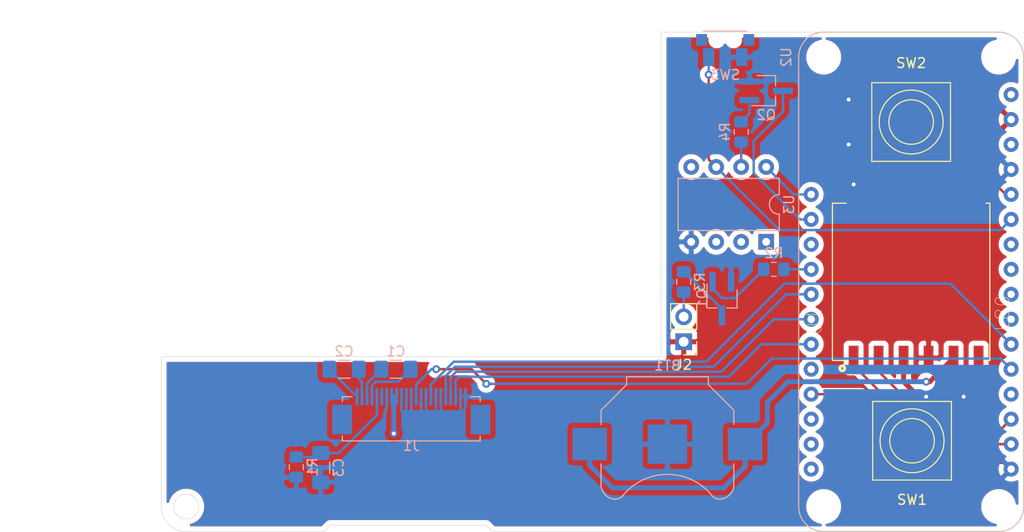
<source format=kicad_pcb>
(kicad_pcb (version 20171130) (host pcbnew "(5.1.0)-1")

  (general
    (thickness 1.6)
    (drawings 19)
    (tracks 164)
    (zones 0)
    (modules 18)
    (nets 49)
  )

  (page A4)
  (layers
    (0 F.Cu signal)
    (31 B.Cu signal)
    (32 B.Adhes user hide)
    (33 F.Adhes user hide)
    (34 B.Paste user hide)
    (35 F.Paste user hide)
    (36 B.SilkS user)
    (37 F.SilkS user)
    (38 B.Mask user hide)
    (39 F.Mask user hide)
    (40 Dwgs.User user)
    (41 Cmts.User user)
    (42 Eco1.User user hide)
    (43 Eco2.User user hide)
    (44 Edge.Cuts user)
    (45 Margin user hide)
    (46 B.CrtYd user hide)
    (47 F.CrtYd user hide)
    (48 B.Fab user hide)
    (49 F.Fab user hide)
  )

  (setup
    (last_trace_width 0.25)
    (user_trace_width 0.5)
    (trace_clearance 0.2)
    (zone_clearance 0.508)
    (zone_45_only no)
    (trace_min 0.2)
    (via_size 0.8)
    (via_drill 0.4)
    (via_min_size 0.4)
    (via_min_drill 0.3)
    (uvia_size 0.3)
    (uvia_drill 0.1)
    (uvias_allowed no)
    (uvia_min_size 0.2)
    (uvia_min_drill 0.1)
    (edge_width 0.05)
    (segment_width 0.2)
    (pcb_text_width 0.3)
    (pcb_text_size 1.5 1.5)
    (mod_edge_width 0.12)
    (mod_text_size 1 1)
    (mod_text_width 0.15)
    (pad_size 1.524 1.524)
    (pad_drill 0.762)
    (pad_to_mask_clearance 0.051)
    (solder_mask_min_width 0.25)
    (aux_axis_origin 0 0)
    (visible_elements 7FF9FFFF)
    (pcbplotparams
      (layerselection 0x010f0_ffffffff)
      (usegerberextensions false)
      (usegerberattributes false)
      (usegerberadvancedattributes false)
      (creategerberjobfile false)
      (excludeedgelayer true)
      (linewidth 0.100000)
      (plotframeref false)
      (viasonmask false)
      (mode 1)
      (useauxorigin false)
      (hpglpennumber 1)
      (hpglpenspeed 20)
      (hpglpendiameter 15.000000)
      (psnegative false)
      (psa4output false)
      (plotreference true)
      (plotvalue true)
      (plotinvisibletext false)
      (padsonsilk false)
      (subtractmaskfromsilk false)
      (outputformat 1)
      (mirror false)
      (drillshape 0)
      (scaleselection 1)
      (outputdirectory "./"))
  )

  (net 0 "")
  (net 1 GND)
  (net 2 "Net-(BT1-Pad1)")
  (net 3 "Net-(C1-Pad2)")
  (net 4 "Net-(C1-Pad1)")
  (net 5 "Net-(C2-Pad2)")
  (net 6 "Net-(C2-Pad1)")
  (net 7 "Net-(C3-Pad2)")
  (net 8 "Net-(J1-Pad18)")
  (net 9 +3V3)
  (net 10 MOSI)
  (net 11 SCK)
  (net 12 DC)
  (net 13 RESET)
  (net 14 CS)
  (net 15 "Net-(J2-Pad2)")
  (net 16 "Net-(Q1-Pad1)")
  (net 17 EN)
  (net 18 "Net-(Q2-Pad1)")
  (net 19 LEDPIN)
  (net 20 "Net-(R4-Pad2)")
  (net 21 L_BUTTON)
  (net 22 R_BUTTON)
  (net 23 SIDE_BUTTON)
  (net 24 "Net-(U1-Pad1)")
  (net 25 "Net-(U1-Pad2)")
  (net 26 "Net-(U1-Pad6)")
  (net 27 "Net-(U1-Pad11)")
  (net 28 "Net-(U1-Pad10)")
  (net 29 "Net-(U1-Pad8)")
  (net 30 "Net-(U1-Pad7)")
  (net 31 VBAT)
  (net 32 "Net-(U2-Pad26)")
  (net 33 "Net-(U2-Pad21)")
  (net 34 "Net-(U2-Pad18)")
  (net 35 "Net-(U2-Pad17)")
  (net 36 "Net-(U2-Pad13)")
  (net 37 "Net-(U2-Pad10)")
  (net 38 "Net-(U2-Pad9)")
  (net 39 "Net-(U2-Pad8)")
  (net 40 "Net-(U2-Pad7)")
  (net 41 "Net-(U2-Pad3)")
  (net 42 "Net-(U2-Pad1)")
  (net 43 "Net-(U3-Pad3)")
  (net 44 "Net-(U3-Pad2)")
  (net 45 "Net-(U3-Pad5)")
  (net 46 "Net-(U3-Pad1)")
  (net 47 "Net-(U2-Pad19)")
  (net 48 "Net-(Q1-Pad3)")

  (net_class Default "This is the default net class."
    (clearance 0.2)
    (trace_width 0.25)
    (via_dia 0.8)
    (via_drill 0.4)
    (uvia_dia 0.3)
    (uvia_drill 0.1)
    (add_net +3V3)
    (add_net CS)
    (add_net DC)
    (add_net EN)
    (add_net GND)
    (add_net LEDPIN)
    (add_net L_BUTTON)
    (add_net MOSI)
    (add_net "Net-(BT1-Pad1)")
    (add_net "Net-(C1-Pad1)")
    (add_net "Net-(C1-Pad2)")
    (add_net "Net-(C2-Pad1)")
    (add_net "Net-(C2-Pad2)")
    (add_net "Net-(C3-Pad2)")
    (add_net "Net-(J1-Pad18)")
    (add_net "Net-(J2-Pad2)")
    (add_net "Net-(Q1-Pad1)")
    (add_net "Net-(Q1-Pad3)")
    (add_net "Net-(Q2-Pad1)")
    (add_net "Net-(R4-Pad2)")
    (add_net "Net-(U1-Pad1)")
    (add_net "Net-(U1-Pad10)")
    (add_net "Net-(U1-Pad11)")
    (add_net "Net-(U1-Pad2)")
    (add_net "Net-(U1-Pad6)")
    (add_net "Net-(U1-Pad7)")
    (add_net "Net-(U1-Pad8)")
    (add_net "Net-(U2-Pad1)")
    (add_net "Net-(U2-Pad10)")
    (add_net "Net-(U2-Pad13)")
    (add_net "Net-(U2-Pad17)")
    (add_net "Net-(U2-Pad18)")
    (add_net "Net-(U2-Pad19)")
    (add_net "Net-(U2-Pad21)")
    (add_net "Net-(U2-Pad26)")
    (add_net "Net-(U2-Pad3)")
    (add_net "Net-(U2-Pad7)")
    (add_net "Net-(U2-Pad8)")
    (add_net "Net-(U2-Pad9)")
    (add_net "Net-(U3-Pad1)")
    (add_net "Net-(U3-Pad2)")
    (add_net "Net-(U3-Pad3)")
    (add_net "Net-(U3-Pad5)")
    (add_net RESET)
    (add_net R_BUTTON)
    (add_net SCK)
    (add_net SIDE_BUTTON)
    (add_net VBAT)
  )

  (module FPC_23C_0.5mm:FPC_23C_0.5mm (layer B.Cu) (tedit 5CA29464) (tstamp 5CA2F029)
    (at 124.46 108.204 180)
    (path /5C8EE709)
    (fp_text reference J1 (at 0 -5 180) (layer B.SilkS)
      (effects (font (size 1 1) (thickness 0.15)) (justify mirror))
    )
    (fp_text value Conn_01x23 (at 0 2 180) (layer B.Fab)
      (effects (font (size 1 1) (thickness 0.15)) (justify mirror))
    )
    (fp_line (start -7 0) (end -6 0) (layer B.SilkS) (width 0.12))
    (fp_line (start -7 -0.5) (end -7 0) (layer B.SilkS) (width 0.12))
    (fp_line (start 7 0) (end 6 0) (layer B.SilkS) (width 0.12))
    (fp_line (start 7 -0.5) (end 7 0) (layer B.SilkS) (width 0.12))
    (fp_line (start 7 -4.5) (end 7 -4) (layer B.SilkS) (width 0.12))
    (fp_line (start -7 -4.5) (end 7 -4.5) (layer B.SilkS) (width 0.12))
    (fp_line (start -7 -4) (end -7 -4.5) (layer B.SilkS) (width 0.12))
    (pad "" smd rect (at -7.04 -2.325 180) (size 2 3) (layers B.Cu B.Paste B.Mask))
    (pad "" smd rect (at 7.04 -2.325 180) (size 2 3) (layers B.Cu B.Paste B.Mask))
    (pad 11 smd rect (at -0.5 0 180) (size 0.3 1.75) (layers B.Cu B.Paste B.Mask)
      (net 10 MOSI))
    (pad 10 smd rect (at -1 0 180) (size 0.3 1.75) (layers B.Cu B.Paste B.Mask)
      (net 1 GND))
    (pad 9 smd rect (at -1.5 0 180) (size 0.3 1.75) (layers B.Cu B.Paste B.Mask)
      (net 1 GND))
    (pad 8 smd rect (at -2 0 180) (size 0.3 1.75) (layers B.Cu B.Paste B.Mask)
      (net 11 SCK))
    (pad 7 smd rect (at -2.5 0 180) (size 0.3 1.75) (layers B.Cu B.Paste B.Mask)
      (net 1 GND))
    (pad 6 smd rect (at -3 0 180) (size 0.3 1.75) (layers B.Cu B.Paste B.Mask)
      (net 1 GND))
    (pad 5 smd rect (at -3.5 0 180) (size 0.3 1.75) (layers B.Cu B.Paste B.Mask)
      (net 12 DC))
    (pad 4 smd rect (at -4 0 180) (size 0.3 1.75) (layers B.Cu B.Paste B.Mask)
      (net 13 RESET))
    (pad 3 smd rect (at -4.5 0 180) (size 0.3 1.75) (layers B.Cu B.Paste B.Mask)
      (net 14 CS))
    (pad 2 smd rect (at -5 0 180) (size 0.3 1.75) (layers B.Cu B.Paste B.Mask)
      (net 1 GND))
    (pad 1 smd rect (at -5.5 0 180) (size 0.3 1.75) (layers B.Cu B.Paste B.Mask)
      (net 1 GND))
    (pad 23 smd rect (at 5.5 0 180) (size 0.3 1.75) (layers B.Cu B.Paste B.Mask)
      (net 5 "Net-(C2-Pad2)"))
    (pad 22 smd rect (at 5 0 180) (size 0.3 1.75) (layers B.Cu B.Paste B.Mask)
      (net 6 "Net-(C2-Pad1)"))
    (pad 21 smd rect (at 4.5 0 180) (size 0.3 1.75) (layers B.Cu B.Paste B.Mask)
      (net 3 "Net-(C1-Pad2)"))
    (pad 20 smd rect (at 4 0 180) (size 0.3 1.75) (layers B.Cu B.Paste B.Mask)
      (net 4 "Net-(C1-Pad1)"))
    (pad 19 smd rect (at 3.5 0 180) (size 0.3 1.75) (layers B.Cu B.Paste B.Mask)
      (net 7 "Net-(C3-Pad2)"))
    (pad 18 smd rect (at 3 0 180) (size 0.3 1.75) (layers B.Cu B.Paste B.Mask)
      (net 8 "Net-(J1-Pad18)"))
    (pad 17 smd rect (at 2.5 0 180) (size 0.3 1.75) (layers B.Cu B.Paste B.Mask)
      (net 1 GND))
    (pad 16 smd rect (at 2 0 180) (size 0.3 1.75) (layers B.Cu B.Paste B.Mask)
      (net 9 +3V3))
    (pad 15 smd rect (at 1.5 0 180) (size 0.3 1.75) (layers B.Cu B.Paste B.Mask)
      (net 9 +3V3))
    (pad 14 smd rect (at 1 0 180) (size 0.3 1.75) (layers B.Cu B.Paste B.Mask)
      (net 1 GND))
    (pad 13 smd rect (at 0.5 0 180) (size 0.3 1.75) (layers B.Cu B.Paste B.Mask)
      (net 1 GND))
    (pad 12 smd rect (at 0 0 180) (size 0.3 1.75) (layers B.Cu B.Paste B.Mask)
      (net 1 GND))
  )

  (module Package_TO_SOT_SMD:TSOT-23_HandSoldering (layer B.Cu) (tedit 5A02FF57) (tstamp 5CA2DF2B)
    (at 160.528 77.089)
    (descr "5-pin TSOT23 package, http://cds.linear.com/docs/en/packaging/SOT_5_05-08-1635.pdf")
    (tags "TSOT-23 Hand-soldering")
    (path /5CA3D765)
    (attr smd)
    (fp_text reference Q2 (at 0 2.45) (layer B.SilkS)
      (effects (font (size 1 1) (thickness 0.15)) (justify mirror))
    )
    (fp_text value Q_NPN_BEC (at 0 -2.5) (layer B.Fab)
      (effects (font (size 1 1) (thickness 0.15)) (justify mirror))
    )
    (fp_line (start 2.96 -1.7) (end -2.96 -1.7) (layer B.CrtYd) (width 0.05))
    (fp_line (start 2.96 -1.7) (end 2.96 1.7) (layer B.CrtYd) (width 0.05))
    (fp_line (start -2.96 1.7) (end -2.96 -1.7) (layer B.CrtYd) (width 0.05))
    (fp_line (start -2.96 1.7) (end 2.96 1.7) (layer B.CrtYd) (width 0.05))
    (fp_line (start 0.88 1.45) (end 0.88 -1.45) (layer B.Fab) (width 0.1))
    (fp_line (start 0.88 -1.45) (end -0.88 -1.45) (layer B.Fab) (width 0.1))
    (fp_line (start -0.88 1) (end -0.88 -1.45) (layer B.Fab) (width 0.1))
    (fp_line (start 0.88 1.45) (end -0.43 1.45) (layer B.Fab) (width 0.1))
    (fp_line (start -0.88 1) (end -0.43 1.45) (layer B.Fab) (width 0.1))
    (fp_line (start 0.93 1.51) (end -1.5 1.51) (layer B.SilkS) (width 0.12))
    (fp_line (start 0.95 1.5) (end 0.95 0.5) (layer B.SilkS) (width 0.12))
    (fp_line (start 0.95 -1.55) (end -0.9 -1.55) (layer B.SilkS) (width 0.12))
    (fp_line (start 0.95 -0.5) (end 0.95 -1.55) (layer B.SilkS) (width 0.12))
    (fp_text user %R (at 0 0 -90) (layer B.Fab)
      (effects (font (size 0.5 0.5) (thickness 0.075)) (justify mirror))
    )
    (pad 3 smd rect (at 1.71 0) (size 2 0.65) (layers B.Cu B.Paste B.Mask)
      (net 17 EN))
    (pad 2 smd rect (at -1.71 -0.95) (size 2 0.65) (layers B.Cu B.Paste B.Mask)
      (net 1 GND))
    (pad 1 smd rect (at -1.71 0.95) (size 2 0.65) (layers B.Cu B.Paste B.Mask)
      (net 18 "Net-(Q2-Pad1)"))
    (model ${KISYS3DMOD}/Package_TO_SOT_SMD.3dshapes/TSOT-23.wrl
      (at (xyz 0 0 0))
      (scale (xyz 1 1 1))
      (rotate (xyz 0 0 0))
    )
  )

  (module Package_TO_SOT_SMD:TSOT-23_HandSoldering (layer B.Cu) (tedit 5A02FF57) (tstamp 5CA2CE71)
    (at 156.022 98.23 270)
    (descr "5-pin TSOT23 package, http://cds.linear.com/docs/en/packaging/SOT_5_05-08-1635.pdf")
    (tags "TSOT-23 Hand-soldering")
    (path /5CA2D2B7)
    (attr smd)
    (fp_text reference Q1 (at 0 2 270) (layer B.SilkS)
      (effects (font (size 1 1) (thickness 0.15)) (justify mirror))
    )
    (fp_text value Q_NPN_BEC (at 0 -2.05 270) (layer B.Fab)
      (effects (font (size 1 1) (thickness 0.15)) (justify mirror))
    )
    (fp_line (start 2.96 -1.7) (end -2.96 -1.7) (layer B.CrtYd) (width 0.05))
    (fp_line (start 2.96 -1.7) (end 2.96 1.7) (layer B.CrtYd) (width 0.05))
    (fp_line (start -2.96 1.7) (end -2.96 -1.7) (layer B.CrtYd) (width 0.05))
    (fp_line (start -2.96 1.7) (end 2.96 1.7) (layer B.CrtYd) (width 0.05))
    (fp_line (start 0.88 1.45) (end 0.88 -1.45) (layer B.Fab) (width 0.1))
    (fp_line (start 0.88 -1.45) (end -0.88 -1.45) (layer B.Fab) (width 0.1))
    (fp_line (start -0.88 1) (end -0.88 -1.45) (layer B.Fab) (width 0.1))
    (fp_line (start 0.88 1.45) (end -0.43 1.45) (layer B.Fab) (width 0.1))
    (fp_line (start -0.88 1) (end -0.43 1.45) (layer B.Fab) (width 0.1))
    (fp_line (start 0.93 1.51) (end -1.5 1.51) (layer B.SilkS) (width 0.12))
    (fp_line (start 0.95 1.5) (end 0.95 0.5) (layer B.SilkS) (width 0.12))
    (fp_line (start 0.95 -1.55) (end -0.9 -1.55) (layer B.SilkS) (width 0.12))
    (fp_line (start 0.95 -0.5) (end 0.95 -1.55) (layer B.SilkS) (width 0.12))
    (fp_text user %R (at 0 0 180) (layer B.Fab)
      (effects (font (size 0.5 0.5) (thickness 0.075)) (justify mirror))
    )
    (pad 3 smd rect (at 1.71 0 270) (size 2 0.65) (layers B.Cu B.Paste B.Mask)
      (net 48 "Net-(Q1-Pad3)"))
    (pad 2 smd rect (at -1.71 -0.95 270) (size 2 0.65) (layers B.Cu B.Paste B.Mask)
      (net 1 GND))
    (pad 1 smd rect (at -1.71 0.95 270) (size 2 0.65) (layers B.Cu B.Paste B.Mask)
      (net 16 "Net-(Q1-Pad1)"))
    (model ${KISYS3DMOD}/Package_TO_SOT_SMD.3dshapes/TSOT-23.wrl
      (at (xyz 0 0 0))
      (scale (xyz 1 1 1))
      (rotate (xyz 0 0 0))
    )
  )

  (module "SMD_tactile_switch_2x4x3_5:2x4x3.5mm SMD tactile switch" (layer B.Cu) (tedit 5C916883) (tstamp 5C970FE1)
    (at 156.361 71.91 180)
    (path /5C917FFA)
    (fp_text reference SW3 (at 0 -3.556 180) (layer B.SilkS)
      (effects (font (size 1 1) (thickness 0.15)) (justify mirror))
    )
    (fp_text value SW_Push (at 0 2.032 180) (layer B.Fab)
      (effects (font (size 1 1) (thickness 0.15)) (justify mirror))
    )
    (fp_line (start -2.2 0.9) (end 2.2 0.9) (layer B.SilkS) (width 0.12))
    (pad "" np_thru_hole circle (at 0.85 0 180) (size 0.7 0.7) (drill 0.7) (layers *.Cu *.Mask))
    (pad "" np_thru_hole circle (at -0.85 0 180) (size 0.7 0.7) (drill 0.7) (layers *.Cu *.Mask))
    (pad "" smd rect (at 2.4 0 180) (size 1.1 1.2) (layers B.Cu B.Paste B.Mask))
    (pad "" smd rect (at -2.4 0 180) (size 1.1 1.2) (layers B.Cu B.Paste B.Mask))
    (pad 1 smd rect (at -1.675 -1.75 180) (size 1.15 1.8) (layers B.Cu B.Paste B.Mask)
      (net 1 GND))
    (pad 2 smd rect (at 1.675 -1.75 180) (size 1.15 1.8) (layers B.Cu B.Paste B.Mask)
      (net 23 SIDE_BUTTON))
  )

  (module Package_DIP:DIP-8_W7.62mm (layer B.Cu) (tedit 5A02E8C5) (tstamp 5C970F30)
    (at 160.528 92.456 90)
    (descr "8-lead though-hole mounted DIP package, row spacing 7.62 mm (300 mils)")
    (tags "THT DIP DIL PDIP 2.54mm 7.62mm 300mil")
    (path /5C8F910A)
    (fp_text reference U3 (at 3.81 2.33 90) (layer B.SilkS)
      (effects (font (size 1 1) (thickness 0.15)) (justify mirror))
    )
    (fp_text value ATtiny85V-10PU (at 3.81 -9.95 90) (layer B.Fab)
      (effects (font (size 1 1) (thickness 0.15)) (justify mirror))
    )
    (fp_text user %R (at 3.81 -3.81 90) (layer B.Fab)
      (effects (font (size 1 1) (thickness 0.15)) (justify mirror))
    )
    (fp_line (start 8.7 1.55) (end -1.1 1.55) (layer B.CrtYd) (width 0.05))
    (fp_line (start 8.7 -9.15) (end 8.7 1.55) (layer B.CrtYd) (width 0.05))
    (fp_line (start -1.1 -9.15) (end 8.7 -9.15) (layer B.CrtYd) (width 0.05))
    (fp_line (start -1.1 1.55) (end -1.1 -9.15) (layer B.CrtYd) (width 0.05))
    (fp_line (start 6.46 1.33) (end 4.81 1.33) (layer B.SilkS) (width 0.12))
    (fp_line (start 6.46 -8.95) (end 6.46 1.33) (layer B.SilkS) (width 0.12))
    (fp_line (start 1.16 -8.95) (end 6.46 -8.95) (layer B.SilkS) (width 0.12))
    (fp_line (start 1.16 1.33) (end 1.16 -8.95) (layer B.SilkS) (width 0.12))
    (fp_line (start 2.81 1.33) (end 1.16 1.33) (layer B.SilkS) (width 0.12))
    (fp_line (start 0.635 0.27) (end 1.635 1.27) (layer B.Fab) (width 0.1))
    (fp_line (start 0.635 -8.89) (end 0.635 0.27) (layer B.Fab) (width 0.1))
    (fp_line (start 6.985 -8.89) (end 0.635 -8.89) (layer B.Fab) (width 0.1))
    (fp_line (start 6.985 1.27) (end 6.985 -8.89) (layer B.Fab) (width 0.1))
    (fp_line (start 1.635 1.27) (end 6.985 1.27) (layer B.Fab) (width 0.1))
    (fp_arc (start 3.81 1.33) (end 2.81 1.33) (angle 180) (layer B.SilkS) (width 0.12))
    (pad 8 thru_hole oval (at 7.62 0 90) (size 1.6 1.6) (drill 0.8) (layers *.Cu *.Mask)
      (net 31 VBAT))
    (pad 4 thru_hole oval (at 0 -7.62 90) (size 1.6 1.6) (drill 0.8) (layers *.Cu *.Mask)
      (net 1 GND))
    (pad 7 thru_hole oval (at 7.62 -2.54 90) (size 1.6 1.6) (drill 0.8) (layers *.Cu *.Mask)
      (net 20 "Net-(R4-Pad2)"))
    (pad 3 thru_hole oval (at 0 -5.08 90) (size 1.6 1.6) (drill 0.8) (layers *.Cu *.Mask)
      (net 43 "Net-(U3-Pad3)"))
    (pad 6 thru_hole oval (at 7.62 -5.08 90) (size 1.6 1.6) (drill 0.8) (layers *.Cu *.Mask)
      (net 23 SIDE_BUTTON))
    (pad 2 thru_hole oval (at 0 -2.54 90) (size 1.6 1.6) (drill 0.8) (layers *.Cu *.Mask)
      (net 44 "Net-(U3-Pad2)"))
    (pad 5 thru_hole oval (at 7.62 -7.62 90) (size 1.6 1.6) (drill 0.8) (layers *.Cu *.Mask)
      (net 45 "Net-(U3-Pad5)"))
    (pad 1 thru_hole rect (at 0 0 90) (size 1.6 1.6) (drill 0.8) (layers *.Cu *.Mask)
      (net 46 "Net-(U3-Pad1)"))
    (model ${KISYS3DMOD}/Package_DIP.3dshapes/DIP-8_W7.62mm.wrl
      (at (xyz 0 0 0))
      (scale (xyz 1 1 1))
      (rotate (xyz 0 0 0))
    )
  )

  (module Adafruit_feather:Adafruit_Feather_base (layer B.Cu) (tedit 5C96A300) (tstamp 5C96E4C5)
    (at 175.26 96.52 270)
    (path /5C8E96A3)
    (fp_text reference U2 (at -22.86 12.7 270) (layer B.SilkS)
      (effects (font (size 1 1) (thickness 0.15)) (justify mirror))
    )
    (fp_text value FeatherM0Adalogger (at 0 0 270) (layer B.Fab)
      (effects (font (size 1 1) (thickness 0.15)) (justify mirror))
    )
    (fp_arc (start 22.86 8.89) (end 25.4 8.89) (angle 90) (layer B.SilkS) (width 0.12))
    (fp_arc (start 22.86 -8.89) (end 22.86 -11.43) (angle 90) (layer B.SilkS) (width 0.12))
    (fp_arc (start -22.86 -8.89) (end -25.4 -8.89) (angle 90) (layer B.SilkS) (width 0.12))
    (fp_arc (start -22.86 8.89) (end -22.86 11.43) (angle 90) (layer B.SilkS) (width 0.12))
    (fp_line (start -25.4 -8.89) (end -25.4 8.89) (layer B.SilkS) (width 0.12))
    (fp_line (start 22.86 -11.43) (end -22.86 -11.43) (layer B.SilkS) (width 0.12))
    (fp_line (start 25.4 8.89) (end 25.4 -8.89) (layer B.SilkS) (width 0.12))
    (fp_line (start -22.86 11.43) (end 22.86 11.43) (layer B.SilkS) (width 0.12))
    (pad "" np_thru_hole circle (at -22.86 8.89 270) (size 2.54 2.54) (drill 2.54) (layers *.Cu *.Mask))
    (pad "" np_thru_hole circle (at -22.86 -8.89 270) (size 2.54 2.54) (drill 2.54) (layers *.Cu *.Mask))
    (pad "" np_thru_hole circle (at 22.86 -8.89 270) (size 2.54 2.54) (drill 2.54) (layers *.Cu *.Mask))
    (pad "" np_thru_hole circle (at 22.86 8.89 270) (size 2.54 2.54) (drill 2.54) (layers *.Cu *.Mask))
    (pad 28 thru_hole circle (at -8.89 10.16 270) (size 1.524 1.524) (drill 0.762) (layers *.Cu *.Mask)
      (net 31 VBAT))
    (pad 27 thru_hole circle (at -6.35 10.16 270) (size 1.524 1.524) (drill 0.762) (layers *.Cu *.Mask)
      (net 17 EN))
    (pad 26 thru_hole circle (at -3.81 10.16 270) (size 1.524 1.524) (drill 0.762) (layers *.Cu *.Mask)
      (net 32 "Net-(U2-Pad26)"))
    (pad 25 thru_hole circle (at -1.27 10.16 270) (size 1.524 1.524) (drill 0.762) (layers *.Cu *.Mask)
      (net 19 LEDPIN))
    (pad 24 thru_hole circle (at 1.27 10.16 270) (size 1.524 1.524) (drill 0.762) (layers *.Cu *.Mask)
      (net 12 DC))
    (pad 23 thru_hole circle (at 3.81 10.16 270) (size 1.524 1.524) (drill 0.762) (layers *.Cu *.Mask)
      (net 13 RESET))
    (pad 22 thru_hole circle (at 6.35 10.16 270) (size 1.524 1.524) (drill 0.762) (layers *.Cu *.Mask)
      (net 14 CS))
    (pad 21 thru_hole circle (at 8.89 10.16 270) (size 1.524 1.524) (drill 0.762) (layers *.Cu *.Mask)
      (net 33 "Net-(U2-Pad21)"))
    (pad 20 thru_hole circle (at 11.43 10.16 270) (size 1.524 1.524) (drill 0.762) (layers *.Cu *.Mask)
      (net 21 L_BUTTON))
    (pad 19 thru_hole circle (at 13.97 10.16 270) (size 1.524 1.524) (drill 0.762) (layers *.Cu *.Mask)
      (net 47 "Net-(U2-Pad19)"))
    (pad 18 thru_hole circle (at 16.51 10.16 270) (size 1.524 1.524) (drill 0.762) (layers *.Cu *.Mask)
      (net 34 "Net-(U2-Pad18)"))
    (pad 17 thru_hole circle (at 19.05 10.16 270) (size 1.524 1.524) (drill 0.762) (layers *.Cu *.Mask)
      (net 35 "Net-(U2-Pad17)"))
    (pad 16 thru_hole circle (at 19.05 -10.16 270) (size 1.524 1.524) (drill 0.762) (layers *.Cu *.Mask)
      (net 1 GND))
    (pad 15 thru_hole circle (at 16.51 -10.16 270) (size 1.524 1.524) (drill 0.762) (layers *.Cu *.Mask)
      (net 24 "Net-(U1-Pad1)"))
    (pad 14 thru_hole circle (at 13.97 -10.16 270) (size 1.524 1.524) (drill 0.762) (layers *.Cu *.Mask)
      (net 25 "Net-(U1-Pad2)"))
    (pad 13 thru_hole circle (at 11.43 -10.16 270) (size 1.524 1.524) (drill 0.762) (layers *.Cu *.Mask)
      (net 36 "Net-(U2-Pad13)"))
    (pad 12 thru_hole circle (at 8.89 -10.16 270) (size 1.524 1.524) (drill 0.762) (layers *.Cu *.Mask)
      (net 10 MOSI))
    (pad 11 thru_hole circle (at 6.35 -10.16 270) (size 1.524 1.524) (drill 0.762) (layers *.Cu *.Mask)
      (net 11 SCK))
    (pad 10 thru_hole circle (at 3.81 -10.16 270) (size 1.524 1.524) (drill 0.762) (layers *.Cu *.Mask)
      (net 37 "Net-(U2-Pad10)"))
    (pad 9 thru_hole circle (at 1.27 -10.16 270) (size 1.524 1.524) (drill 0.762) (layers *.Cu *.Mask)
      (net 38 "Net-(U2-Pad9)"))
    (pad 8 thru_hole circle (at -1.27 -10.16 270) (size 1.524 1.524) (drill 0.762) (layers *.Cu *.Mask)
      (net 39 "Net-(U2-Pad8)"))
    (pad 7 thru_hole circle (at -3.81 -10.16 270) (size 1.524 1.524) (drill 0.762) (layers *.Cu *.Mask)
      (net 40 "Net-(U2-Pad7)"))
    (pad 6 thru_hole circle (at -6.35 -10.16 270) (size 1.524 1.524) (drill 0.762) (layers *.Cu *.Mask)
      (net 23 SIDE_BUTTON))
    (pad 5 thru_hole circle (at -8.89 -10.16 270) (size 1.524 1.524) (drill 0.762) (layers *.Cu *.Mask)
      (net 22 R_BUTTON))
    (pad 4 thru_hole circle (at -11.43 -10.16 270) (size 1.524 1.524) (drill 0.762) (layers *.Cu *.Mask)
      (net 1 GND))
    (pad 3 thru_hole circle (at -13.97 -10.16 270) (size 1.524 1.524) (drill 0.762) (layers *.Cu *.Mask)
      (net 41 "Net-(U2-Pad3)"))
    (pad 2 thru_hole circle (at -16.51 -10.16 270) (size 1.524 1.524) (drill 0.762) (layers *.Cu *.Mask)
      (net 9 +3V3))
    (pad 1 thru_hole circle (at -19.05 -10.16 270) (size 1.524 1.524) (drill 0.762) (layers *.Cu *.Mask)
      (net 42 "Net-(U2-Pad1)"))
    (model "C:/Users/Juanpi/Documents/Fusion360/Modules/Adafruit Feather M0 Adalogger v3.step"
      (offset (xyz -25.4 -11.43 0))
      (scale (xyz 1 1 1))
      (rotate (xyz 0 0 0))
    )
  )

  (module L80:GPSMODULE_L80 (layer F.Cu) (tedit 0) (tstamp 5C96E45C)
    (at 175.26 96.52 90)
    (path /5C8F1E1A)
    (attr smd)
    (fp_text reference U1 (at -4.07052 -9.79471 90) (layer F.SilkS)
      (effects (font (size 1.40225 1.40225) (thickness 0.05)))
    )
    (fp_text value L80 (at -3.17886 9.28222 90) (layer F.SilkS)
      (effects (font (size 1.4017 1.4017) (thickness 0.05)))
    )
    (fp_line (start 9.25 -8.25) (end 9.25 8.25) (layer Eco1.User) (width 0.05))
    (fp_line (start -9.25 -8.25) (end 9.25 -8.25) (layer Eco1.User) (width 0.05))
    (fp_line (start -9.25 8.25) (end -9.25 -8.25) (layer Eco1.User) (width 0.05))
    (fp_line (start 9.25 8.25) (end -9.25 8.25) (layer Eco1.User) (width 0.05))
    (fp_circle (center -8.8 -7) (end -8.7 -7) (layer Eco2.User) (width 0.3))
    (fp_circle (center -8.8 -7) (end -8.7 -7) (layer F.SilkS) (width 0.3))
    (fp_line (start 8 -8) (end 8 -6.6) (layer F.SilkS) (width 0.127))
    (fp_line (start -8 -8) (end 8 -8) (layer F.SilkS) (width 0.127))
    (fp_line (start -8 -6.6) (end -8 -8) (layer F.SilkS) (width 0.127))
    (fp_line (start -8 8) (end -8 7.6) (layer F.SilkS) (width 0.127))
    (fp_line (start 8 8) (end -8 8) (layer F.SilkS) (width 0.127))
    (fp_line (start 8 7.6) (end 8 8) (layer F.SilkS) (width 0.127))
    (fp_line (start 8 -8) (end 8 8) (layer Eco2.User) (width 0.127))
    (fp_line (start -8 -8) (end 8 -8) (layer Eco2.User) (width 0.127))
    (fp_line (start -8 8) (end -8 -8) (layer Eco2.User) (width 0.127))
    (fp_line (start 8 8) (end -8 8) (layer Eco2.User) (width 0.127))
    (pad 1 smd rect (at -7.75 -5.85 270) (size 2.5 1) (layers F.Cu F.Paste F.Mask)
      (net 24 "Net-(U1-Pad1)"))
    (pad 12 smd rect (at 7.75 -5.85 270) (size 2.5 1) (layers F.Cu F.Paste F.Mask)
      (net 1 GND))
    (pad 2 smd rect (at -7.75 -3.31 270) (size 2.5 1) (layers F.Cu F.Paste F.Mask)
      (net 25 "Net-(U1-Pad2)"))
    (pad 3 smd rect (at -7.75 -0.77 270) (size 2.5 1) (layers F.Cu F.Paste F.Mask)
      (net 1 GND))
    (pad 4 smd rect (at -7.75 1.77 270) (size 2.5 1) (layers F.Cu F.Paste F.Mask)
      (net 9 +3V3))
    (pad 5 smd rect (at -7.75 4.31 270) (size 2.5 1) (layers F.Cu F.Paste F.Mask)
      (net 2 "Net-(BT1-Pad1)"))
    (pad 6 smd rect (at -7.75 6.85 270) (size 2.5 1) (layers F.Cu F.Paste F.Mask)
      (net 26 "Net-(U1-Pad6)"))
    (pad 11 smd rect (at 7.75 -3.31 270) (size 2.5 1) (layers F.Cu F.Paste F.Mask)
      (net 27 "Net-(U1-Pad11)"))
    (pad 10 smd rect (at 7.75 -0.77 270) (size 2.5 1) (layers F.Cu F.Paste F.Mask)
      (net 28 "Net-(U1-Pad10)"))
    (pad 9 smd rect (at 7.75 1.77 270) (size 2.5 1) (layers F.Cu F.Paste F.Mask))
    (pad 8 smd rect (at 7.75 4.31 270) (size 2.5 1) (layers F.Cu F.Paste F.Mask)
      (net 29 "Net-(U1-Pad8)"))
    (pad 7 smd rect (at 7.75 6.85 270) (size 2.5 1) (layers F.Cu F.Paste F.Mask)
      (net 30 "Net-(U1-Pad7)"))
    (model C:/Users/Juanpi/Documents/Fusion360/Modules/Quectel_L80_v2.step
      (at (xyz 0 0 0))
      (scale (xyz 1 1 1))
      (rotate (xyz -90 0 180))
    )
  )

  (module Resistor_SMD:R_0805_2012Metric_Pad1.15x1.40mm_HandSolder (layer B.Cu) (tedit 5B36C52B) (tstamp 5C96E41D)
    (at 157.988 81.271 270)
    (descr "Resistor SMD 0805 (2012 Metric), square (rectangular) end terminal, IPC_7351 nominal with elongated pad for handsoldering. (Body size source: https://docs.google.com/spreadsheets/d/1BsfQQcO9C6DZCsRaXUlFlo91Tg2WpOkGARC1WS5S8t0/edit?usp=sharing), generated with kicad-footprint-generator")
    (tags "resistor handsolder")
    (path /5C93412C)
    (attr smd)
    (fp_text reference R4 (at 0 1.65 270) (layer B.SilkS)
      (effects (font (size 1 1) (thickness 0.15)) (justify mirror))
    )
    (fp_text value R (at 0 -1.65 270) (layer B.Fab)
      (effects (font (size 1 1) (thickness 0.15)) (justify mirror))
    )
    (fp_text user %R (at 0 0 270) (layer B.Fab)
      (effects (font (size 0.5 0.5) (thickness 0.08)) (justify mirror))
    )
    (fp_line (start 1.85 -0.95) (end -1.85 -0.95) (layer B.CrtYd) (width 0.05))
    (fp_line (start 1.85 0.95) (end 1.85 -0.95) (layer B.CrtYd) (width 0.05))
    (fp_line (start -1.85 0.95) (end 1.85 0.95) (layer B.CrtYd) (width 0.05))
    (fp_line (start -1.85 -0.95) (end -1.85 0.95) (layer B.CrtYd) (width 0.05))
    (fp_line (start -0.261252 -0.71) (end 0.261252 -0.71) (layer B.SilkS) (width 0.12))
    (fp_line (start -0.261252 0.71) (end 0.261252 0.71) (layer B.SilkS) (width 0.12))
    (fp_line (start 1 -0.6) (end -1 -0.6) (layer B.Fab) (width 0.1))
    (fp_line (start 1 0.6) (end 1 -0.6) (layer B.Fab) (width 0.1))
    (fp_line (start -1 0.6) (end 1 0.6) (layer B.Fab) (width 0.1))
    (fp_line (start -1 -0.6) (end -1 0.6) (layer B.Fab) (width 0.1))
    (pad 2 smd roundrect (at 1.025 0 270) (size 1.15 1.4) (layers B.Cu B.Paste B.Mask) (roundrect_rratio 0.217391)
      (net 20 "Net-(R4-Pad2)"))
    (pad 1 smd roundrect (at -1.025 0 270) (size 1.15 1.4) (layers B.Cu B.Paste B.Mask) (roundrect_rratio 0.217391)
      (net 18 "Net-(Q2-Pad1)"))
    (model ${KISYS3DMOD}/Resistor_SMD.3dshapes/R_0805_2012Metric.wrl
      (at (xyz 0 0 0))
      (scale (xyz 1 1 1))
      (rotate (xyz 0 0 0))
    )
  )

  (module Resistor_SMD:R_0805_2012Metric_Pad1.15x1.40mm_HandSolder (layer B.Cu) (tedit 5B36C52B) (tstamp 5C96E3ED)
    (at 152.146 96.529 90)
    (descr "Resistor SMD 0805 (2012 Metric), square (rectangular) end terminal, IPC_7351 nominal with elongated pad for handsoldering. (Body size source: https://docs.google.com/spreadsheets/d/1BsfQQcO9C6DZCsRaXUlFlo91Tg2WpOkGARC1WS5S8t0/edit?usp=sharing), generated with kicad-footprint-generator")
    (tags "resistor handsolder")
    (path /5C8F8D31)
    (attr smd)
    (fp_text reference R3 (at 0 1.65 90) (layer B.SilkS)
      (effects (font (size 1 1) (thickness 0.15)) (justify mirror))
    )
    (fp_text value R (at 0 -1.65 90) (layer B.Fab)
      (effects (font (size 1 1) (thickness 0.15)) (justify mirror))
    )
    (fp_text user %R (at 0 0 90) (layer B.Fab)
      (effects (font (size 0.5 0.5) (thickness 0.08)) (justify mirror))
    )
    (fp_line (start 1.85 -0.95) (end -1.85 -0.95) (layer B.CrtYd) (width 0.05))
    (fp_line (start 1.85 0.95) (end 1.85 -0.95) (layer B.CrtYd) (width 0.05))
    (fp_line (start -1.85 0.95) (end 1.85 0.95) (layer B.CrtYd) (width 0.05))
    (fp_line (start -1.85 -0.95) (end -1.85 0.95) (layer B.CrtYd) (width 0.05))
    (fp_line (start -0.261252 -0.71) (end 0.261252 -0.71) (layer B.SilkS) (width 0.12))
    (fp_line (start -0.261252 0.71) (end 0.261252 0.71) (layer B.SilkS) (width 0.12))
    (fp_line (start 1 -0.6) (end -1 -0.6) (layer B.Fab) (width 0.1))
    (fp_line (start 1 0.6) (end 1 -0.6) (layer B.Fab) (width 0.1))
    (fp_line (start -1 0.6) (end 1 0.6) (layer B.Fab) (width 0.1))
    (fp_line (start -1 -0.6) (end -1 0.6) (layer B.Fab) (width 0.1))
    (pad 2 smd roundrect (at 1.025 0 90) (size 1.15 1.4) (layers B.Cu B.Paste B.Mask) (roundrect_rratio 0.217391)
      (net 48 "Net-(Q1-Pad3)"))
    (pad 1 smd roundrect (at -1.025 0 90) (size 1.15 1.4) (layers B.Cu B.Paste B.Mask) (roundrect_rratio 0.217391)
      (net 15 "Net-(J2-Pad2)"))
    (model ${KISYS3DMOD}/Resistor_SMD.3dshapes/R_0805_2012Metric.wrl
      (at (xyz 0 0 0))
      (scale (xyz 1 1 1))
      (rotate (xyz 0 0 0))
    )
  )

  (module Resistor_SMD:R_0805_2012Metric_Pad1.15x1.40mm_HandSolder (layer B.Cu) (tedit 5B36C52B) (tstamp 5C96E89A)
    (at 161.299 95.25 180)
    (descr "Resistor SMD 0805 (2012 Metric), square (rectangular) end terminal, IPC_7351 nominal with elongated pad for handsoldering. (Body size source: https://docs.google.com/spreadsheets/d/1BsfQQcO9C6DZCsRaXUlFlo91Tg2WpOkGARC1WS5S8t0/edit?usp=sharing), generated with kicad-footprint-generator")
    (tags "resistor handsolder")
    (path /5C8F8B2A)
    (attr smd)
    (fp_text reference R2 (at 0 1.65 180) (layer B.SilkS)
      (effects (font (size 1 1) (thickness 0.15)) (justify mirror))
    )
    (fp_text value R (at 0 -1.65 180) (layer B.Fab)
      (effects (font (size 1 1) (thickness 0.15)) (justify mirror))
    )
    (fp_text user %R (at 0 0 180) (layer B.Fab)
      (effects (font (size 0.5 0.5) (thickness 0.08)) (justify mirror))
    )
    (fp_line (start 1.85 -0.95) (end -1.85 -0.95) (layer B.CrtYd) (width 0.05))
    (fp_line (start 1.85 0.95) (end 1.85 -0.95) (layer B.CrtYd) (width 0.05))
    (fp_line (start -1.85 0.95) (end 1.85 0.95) (layer B.CrtYd) (width 0.05))
    (fp_line (start -1.85 -0.95) (end -1.85 0.95) (layer B.CrtYd) (width 0.05))
    (fp_line (start -0.261252 -0.71) (end 0.261252 -0.71) (layer B.SilkS) (width 0.12))
    (fp_line (start -0.261252 0.71) (end 0.261252 0.71) (layer B.SilkS) (width 0.12))
    (fp_line (start 1 -0.6) (end -1 -0.6) (layer B.Fab) (width 0.1))
    (fp_line (start 1 0.6) (end 1 -0.6) (layer B.Fab) (width 0.1))
    (fp_line (start -1 0.6) (end 1 0.6) (layer B.Fab) (width 0.1))
    (fp_line (start -1 -0.6) (end -1 0.6) (layer B.Fab) (width 0.1))
    (pad 2 smd roundrect (at 1.025 0 180) (size 1.15 1.4) (layers B.Cu B.Paste B.Mask) (roundrect_rratio 0.217391)
      (net 16 "Net-(Q1-Pad1)"))
    (pad 1 smd roundrect (at -1.025 0 180) (size 1.15 1.4) (layers B.Cu B.Paste B.Mask) (roundrect_rratio 0.217391)
      (net 19 LEDPIN))
    (model ${KISYS3DMOD}/Resistor_SMD.3dshapes/R_0805_2012Metric.wrl
      (at (xyz 0 0 0))
      (scale (xyz 1 1 1))
      (rotate (xyz 0 0 0))
    )
  )

  (module Resistor_SMD:R_0805_2012Metric_Pad1.15x1.40mm_HandSolder (layer B.Cu) (tedit 5B36C52B) (tstamp 5C96E86A)
    (at 112.776 115.3705 90)
    (descr "Resistor SMD 0805 (2012 Metric), square (rectangular) end terminal, IPC_7351 nominal with elongated pad for handsoldering. (Body size source: https://docs.google.com/spreadsheets/d/1BsfQQcO9C6DZCsRaXUlFlo91Tg2WpOkGARC1WS5S8t0/edit?usp=sharing), generated with kicad-footprint-generator")
    (tags "resistor handsolder")
    (path /5C8F8269)
    (attr smd)
    (fp_text reference R1 (at 0 1.65 90) (layer B.SilkS)
      (effects (font (size 1 1) (thickness 0.15)) (justify mirror))
    )
    (fp_text value R (at 0 -1.65 90) (layer B.Fab)
      (effects (font (size 1 1) (thickness 0.15)) (justify mirror))
    )
    (fp_text user %R (at 0 0 90) (layer B.Fab)
      (effects (font (size 0.5 0.5) (thickness 0.08)) (justify mirror))
    )
    (fp_line (start 1.85 -0.95) (end -1.85 -0.95) (layer B.CrtYd) (width 0.05))
    (fp_line (start 1.85 0.95) (end 1.85 -0.95) (layer B.CrtYd) (width 0.05))
    (fp_line (start -1.85 0.95) (end 1.85 0.95) (layer B.CrtYd) (width 0.05))
    (fp_line (start -1.85 -0.95) (end -1.85 0.95) (layer B.CrtYd) (width 0.05))
    (fp_line (start -0.261252 -0.71) (end 0.261252 -0.71) (layer B.SilkS) (width 0.12))
    (fp_line (start -0.261252 0.71) (end 0.261252 0.71) (layer B.SilkS) (width 0.12))
    (fp_line (start 1 -0.6) (end -1 -0.6) (layer B.Fab) (width 0.1))
    (fp_line (start 1 0.6) (end 1 -0.6) (layer B.Fab) (width 0.1))
    (fp_line (start -1 0.6) (end 1 0.6) (layer B.Fab) (width 0.1))
    (fp_line (start -1 -0.6) (end -1 0.6) (layer B.Fab) (width 0.1))
    (pad 2 smd roundrect (at 1.025 0 90) (size 1.15 1.4) (layers B.Cu B.Paste B.Mask) (roundrect_rratio 0.217391)
      (net 7 "Net-(C3-Pad2)"))
    (pad 1 smd roundrect (at -1.025 0 90) (size 1.15 1.4) (layers B.Cu B.Paste B.Mask) (roundrect_rratio 0.217391)
      (net 1 GND))
    (model ${KISYS3DMOD}/Resistor_SMD.3dshapes/R_0805_2012Metric.wrl
      (at (xyz 0 0 0))
      (scale (xyz 1 1 1))
      (rotate (xyz 0 0 0))
    )
  )

  (module Capacitor_SMD:C_1206_3216Metric_Pad1.42x1.75mm_HandSolder (layer B.Cu) (tedit 5B301BBE) (tstamp 5C96E83A)
    (at 115.2525 115.416 90)
    (descr "Capacitor SMD 1206 (3216 Metric), square (rectangular) end terminal, IPC_7351 nominal with elongated pad for handsoldering. (Body size source: http://www.tortai-tech.com/upload/download/2011102023233369053.pdf), generated with kicad-footprint-generator")
    (tags "capacitor handsolder")
    (path /5C8F7242)
    (attr smd)
    (fp_text reference C3 (at 0 1.82 90) (layer B.SilkS)
      (effects (font (size 1 1) (thickness 0.15)) (justify mirror))
    )
    (fp_text value C (at 0 -1.82 90) (layer B.Fab)
      (effects (font (size 1 1) (thickness 0.15)) (justify mirror))
    )
    (fp_text user %R (at 0 0 90) (layer B.Fab)
      (effects (font (size 0.8 0.8) (thickness 0.12)) (justify mirror))
    )
    (fp_line (start 2.45 -1.12) (end -2.45 -1.12) (layer B.CrtYd) (width 0.05))
    (fp_line (start 2.45 1.12) (end 2.45 -1.12) (layer B.CrtYd) (width 0.05))
    (fp_line (start -2.45 1.12) (end 2.45 1.12) (layer B.CrtYd) (width 0.05))
    (fp_line (start -2.45 -1.12) (end -2.45 1.12) (layer B.CrtYd) (width 0.05))
    (fp_line (start -0.602064 -0.91) (end 0.602064 -0.91) (layer B.SilkS) (width 0.12))
    (fp_line (start -0.602064 0.91) (end 0.602064 0.91) (layer B.SilkS) (width 0.12))
    (fp_line (start 1.6 -0.8) (end -1.6 -0.8) (layer B.Fab) (width 0.1))
    (fp_line (start 1.6 0.8) (end 1.6 -0.8) (layer B.Fab) (width 0.1))
    (fp_line (start -1.6 0.8) (end 1.6 0.8) (layer B.Fab) (width 0.1))
    (fp_line (start -1.6 -0.8) (end -1.6 0.8) (layer B.Fab) (width 0.1))
    (pad 2 smd roundrect (at 1.4875 0 90) (size 1.425 1.75) (layers B.Cu B.Paste B.Mask) (roundrect_rratio 0.175439)
      (net 7 "Net-(C3-Pad2)"))
    (pad 1 smd roundrect (at -1.4875 0 90) (size 1.425 1.75) (layers B.Cu B.Paste B.Mask) (roundrect_rratio 0.175439)
      (net 1 GND))
    (model ${KISYS3DMOD}/Capacitor_SMD.3dshapes/C_1206_3216Metric.wrl
      (at (xyz 0 0 0))
      (scale (xyz 1 1 1))
      (rotate (xyz 0 0 0))
    )
  )

  (module Capacitor_SMD:C_1206_3216Metric_Pad1.42x1.75mm_HandSolder (layer B.Cu) (tedit 5B301BBE) (tstamp 5C96E738)
    (at 117.6385 105.41 180)
    (descr "Capacitor SMD 1206 (3216 Metric), square (rectangular) end terminal, IPC_7351 nominal with elongated pad for handsoldering. (Body size source: http://www.tortai-tech.com/upload/download/2011102023233369053.pdf), generated with kicad-footprint-generator")
    (tags "capacitor handsolder")
    (path /5C8F7BDC)
    (attr smd)
    (fp_text reference C2 (at 0 1.82 180) (layer B.SilkS)
      (effects (font (size 1 1) (thickness 0.15)) (justify mirror))
    )
    (fp_text value C (at 0 -1.82 180) (layer B.Fab)
      (effects (font (size 1 1) (thickness 0.15)) (justify mirror))
    )
    (fp_text user %R (at 0 0 180) (layer B.Fab)
      (effects (font (size 0.8 0.8) (thickness 0.12)) (justify mirror))
    )
    (fp_line (start 2.45 -1.12) (end -2.45 -1.12) (layer B.CrtYd) (width 0.05))
    (fp_line (start 2.45 1.12) (end 2.45 -1.12) (layer B.CrtYd) (width 0.05))
    (fp_line (start -2.45 1.12) (end 2.45 1.12) (layer B.CrtYd) (width 0.05))
    (fp_line (start -2.45 -1.12) (end -2.45 1.12) (layer B.CrtYd) (width 0.05))
    (fp_line (start -0.602064 -0.91) (end 0.602064 -0.91) (layer B.SilkS) (width 0.12))
    (fp_line (start -0.602064 0.91) (end 0.602064 0.91) (layer B.SilkS) (width 0.12))
    (fp_line (start 1.6 -0.8) (end -1.6 -0.8) (layer B.Fab) (width 0.1))
    (fp_line (start 1.6 0.8) (end 1.6 -0.8) (layer B.Fab) (width 0.1))
    (fp_line (start -1.6 0.8) (end 1.6 0.8) (layer B.Fab) (width 0.1))
    (fp_line (start -1.6 -0.8) (end -1.6 0.8) (layer B.Fab) (width 0.1))
    (pad 2 smd roundrect (at 1.4875 0 180) (size 1.425 1.75) (layers B.Cu B.Paste B.Mask) (roundrect_rratio 0.175439)
      (net 5 "Net-(C2-Pad2)"))
    (pad 1 smd roundrect (at -1.4875 0 180) (size 1.425 1.75) (layers B.Cu B.Paste B.Mask) (roundrect_rratio 0.175439)
      (net 6 "Net-(C2-Pad1)"))
    (model ${KISYS3DMOD}/Capacitor_SMD.3dshapes/C_1206_3216Metric.wrl
      (at (xyz 0 0 0))
      (scale (xyz 1 1 1))
      (rotate (xyz 0 0 0))
    )
  )

  (module Capacitor_SMD:C_1206_3216Metric_Pad1.42x1.75mm_HandSolder (layer B.Cu) (tedit 5B301BBE) (tstamp 5C96E768)
    (at 122.8995 105.41 180)
    (descr "Capacitor SMD 1206 (3216 Metric), square (rectangular) end terminal, IPC_7351 nominal with elongated pad for handsoldering. (Body size source: http://www.tortai-tech.com/upload/download/2011102023233369053.pdf), generated with kicad-footprint-generator")
    (tags "capacitor handsolder")
    (path /5C8F7F96)
    (attr smd)
    (fp_text reference C1 (at 0 1.82 180) (layer B.SilkS)
      (effects (font (size 1 1) (thickness 0.15)) (justify mirror))
    )
    (fp_text value C (at 0 -1.82 180) (layer B.Fab)
      (effects (font (size 1 1) (thickness 0.15)) (justify mirror))
    )
    (fp_text user %R (at 0 0 180) (layer B.Fab)
      (effects (font (size 0.8 0.8) (thickness 0.12)) (justify mirror))
    )
    (fp_line (start 2.45 -1.12) (end -2.45 -1.12) (layer B.CrtYd) (width 0.05))
    (fp_line (start 2.45 1.12) (end 2.45 -1.12) (layer B.CrtYd) (width 0.05))
    (fp_line (start -2.45 1.12) (end 2.45 1.12) (layer B.CrtYd) (width 0.05))
    (fp_line (start -2.45 -1.12) (end -2.45 1.12) (layer B.CrtYd) (width 0.05))
    (fp_line (start -0.602064 -0.91) (end 0.602064 -0.91) (layer B.SilkS) (width 0.12))
    (fp_line (start -0.602064 0.91) (end 0.602064 0.91) (layer B.SilkS) (width 0.12))
    (fp_line (start 1.6 -0.8) (end -1.6 -0.8) (layer B.Fab) (width 0.1))
    (fp_line (start 1.6 0.8) (end 1.6 -0.8) (layer B.Fab) (width 0.1))
    (fp_line (start -1.6 0.8) (end 1.6 0.8) (layer B.Fab) (width 0.1))
    (fp_line (start -1.6 -0.8) (end -1.6 0.8) (layer B.Fab) (width 0.1))
    (pad 2 smd roundrect (at 1.4875 0 180) (size 1.425 1.75) (layers B.Cu B.Paste B.Mask) (roundrect_rratio 0.175439)
      (net 3 "Net-(C1-Pad2)"))
    (pad 1 smd roundrect (at -1.4875 0 180) (size 1.425 1.75) (layers B.Cu B.Paste B.Mask) (roundrect_rratio 0.175439)
      (net 4 "Net-(C1-Pad1)"))
    (model ${KISYS3DMOD}/Capacitor_SMD.3dshapes/C_1206_3216Metric.wrl
      (at (xyz 0 0 0))
      (scale (xyz 1 1 1))
      (rotate (xyz 0 0 0))
    )
  )

  (module Battery:BatteryHolder_Keystone_3000_1x12mm (layer B.Cu) (tedit 58972371) (tstamp 5C96E68F)
    (at 150.495 113.03 180)
    (descr http://www.keyelco.com/product-pdf.cfm?p=777)
    (tags "Keystone type 3000 coin cell retainer")
    (path /5C8F680D)
    (attr smd)
    (fp_text reference BT1 (at 0 8 180) (layer B.SilkS)
      (effects (font (size 1 1) (thickness 0.15)) (justify mirror))
    )
    (fp_text value Battery_Cell (at 0 -7.5 180) (layer B.Fab)
      (effects (font (size 1 1) (thickness 0.15)) (justify mirror))
    )
    (fp_line (start -4 6.7) (end 4 6.7) (layer B.Fab) (width 0.1))
    (fp_line (start -4 6.7) (end -4 6) (layer B.Fab) (width 0.1))
    (fp_line (start 4 6.7) (end 4 6) (layer B.Fab) (width 0.1))
    (fp_line (start -4 6) (end -6.6 3.4) (layer B.Fab) (width 0.1))
    (fp_line (start 4 6) (end 6.6 3.4) (layer B.Fab) (width 0.1))
    (fp_line (start -6.6 3.4) (end -6.6 -4.1) (layer B.Fab) (width 0.1))
    (fp_line (start 6.6 3.4) (end 6.6 -4.1) (layer B.Fab) (width 0.1))
    (fp_arc (start -5.25 -4.1) (end -5.3 -5.45) (angle -90) (layer B.Fab) (width 0.1))
    (fp_line (start 10.15 -2.15) (end 7.25 -2.15) (layer B.CrtYd) (width 0.05))
    (fp_line (start 10.15 2.15) (end 10.15 -2.15) (layer B.CrtYd) (width 0.05))
    (fp_line (start 7.25 2.15) (end 10.15 2.15) (layer B.CrtYd) (width 0.05))
    (fp_line (start -10.15 -2.15) (end -7.25 -2.15) (layer B.CrtYd) (width 0.05))
    (fp_line (start -10.15 2.15) (end -10.15 -2.15) (layer B.CrtYd) (width 0.05))
    (fp_line (start -7.25 2.15) (end -10.15 2.15) (layer B.CrtYd) (width 0.05))
    (fp_line (start 6.75 3.45) (end 6.75 2) (layer B.SilkS) (width 0.12))
    (fp_line (start 4.15 6.05) (end 6.75 3.45) (layer B.SilkS) (width 0.12))
    (fp_line (start 4.15 6.85) (end 4.15 6.05) (layer B.SilkS) (width 0.12))
    (fp_line (start -4.15 6.85) (end 4.15 6.85) (layer B.SilkS) (width 0.12))
    (fp_line (start -4.15 6.05) (end -4.15 6.85) (layer B.SilkS) (width 0.12))
    (fp_line (start -6.75 3.45) (end -4.15 6.05) (layer B.SilkS) (width 0.12))
    (fp_line (start -6.75 2) (end -6.75 3.45) (layer B.SilkS) (width 0.12))
    (fp_line (start -7.25 2.15) (end -7.25 3.8) (layer B.CrtYd) (width 0.05))
    (fp_line (start -7.25 3.8) (end -4.65 6.4) (layer B.CrtYd) (width 0.05))
    (fp_line (start -4.65 6.4) (end -4.65 7.35) (layer B.CrtYd) (width 0.05))
    (fp_line (start -4.65 7.35) (end 4.65 7.35) (layer B.CrtYd) (width 0.05))
    (fp_line (start 4.65 6.4) (end 4.65 7.35) (layer B.CrtYd) (width 0.05))
    (fp_line (start 7.25 3.8) (end 4.65 6.4) (layer B.CrtYd) (width 0.05))
    (fp_line (start 7.25 2.15) (end 7.25 3.8) (layer B.CrtYd) (width 0.05))
    (fp_arc (start 5.25 -4.1) (end 5.3 -5.45) (angle 90) (layer B.Fab) (width 0.1))
    (fp_line (start -6.75 -2) (end -6.75 -4.1) (layer B.SilkS) (width 0.12))
    (fp_line (start 6.75 -2) (end 6.75 -4.1) (layer B.SilkS) (width 0.12))
    (fp_line (start 7.25 -2.15) (end 7.25 -4.1) (layer B.CrtYd) (width 0.05))
    (fp_line (start -7.25 -2.15) (end -7.25 -4.1) (layer B.CrtYd) (width 0.05))
    (fp_arc (start -5.25 -4.1) (end -5.3 -5.6) (angle -90) (layer B.SilkS) (width 0.12))
    (fp_arc (start 5.25 -4.1) (end 5.3 -5.6) (angle 90) (layer B.SilkS) (width 0.12))
    (fp_arc (start -5.25 -4.1) (end -5.3 -6.1) (angle -90) (layer B.CrtYd) (width 0.05))
    (fp_arc (start 0 -8.9) (end -4.6 -5.1) (angle -101) (layer B.Fab) (width 0.1))
    (fp_arc (start -5.29 -4.6) (end -4.6 -5.1) (angle -60) (layer B.Fab) (width 0.1))
    (fp_arc (start 5.29 -4.6) (end 4.6 -5.1) (angle 60) (layer B.Fab) (width 0.1))
    (fp_arc (start 0 -8.9) (end -4.5 -5.2) (angle -101) (layer B.SilkS) (width 0.12))
    (fp_arc (start -5.29 -4.6) (end -4.5 -5.2) (angle -60) (layer B.SilkS) (width 0.12))
    (fp_arc (start 5.29 -4.6) (end 4.5 -5.2) (angle 60) (layer B.SilkS) (width 0.12))
    (fp_circle (center 0 0) (end 0 -6.25) (layer Dwgs.User) (width 0.15))
    (fp_arc (start -5.29 -4.6) (end -4.22 -5.65) (angle -54.1) (layer B.CrtYd) (width 0.05))
    (fp_arc (start 5.29 -4.6) (end 4.22 -5.65) (angle 54.1) (layer B.CrtYd) (width 0.05))
    (fp_arc (start 5.25 -4.1) (end 5.3 -6.1) (angle 90) (layer B.CrtYd) (width 0.05))
    (fp_arc (start 0 0) (end 0 -6.75) (angle 36.6) (layer B.CrtYd) (width 0.05))
    (fp_arc (start 0.11 -9.15) (end -4.22 -5.65) (angle -3.1) (layer B.CrtYd) (width 0.05))
    (fp_arc (start 0.11 -9.15) (end 4.22 -5.65) (angle 3.1) (layer B.CrtYd) (width 0.05))
    (fp_arc (start 0 0) (end 0 -6.75) (angle -36.6) (layer B.CrtYd) (width 0.05))
    (fp_text user %R (at 0 0 180) (layer B.Fab)
      (effects (font (size 1 1) (thickness 0.15)) (justify mirror))
    )
    (pad 2 smd rect (at 0 0 180) (size 4 4) (layers B.Cu B.Mask)
      (net 1 GND))
    (pad 1 smd rect (at 7.9 0 180) (size 3.5 3.3) (layers B.Cu B.Paste B.Mask)
      (net 2 "Net-(BT1-Pad1)"))
    (pad 1 smd rect (at -7.9 0 180) (size 3.5 3.3) (layers B.Cu B.Paste B.Mask)
      (net 2 "Net-(BT1-Pad1)"))
    (model ${KISYS3DMOD}/Battery.3dshapes/BatteryHolder_Keystone_3000_1x12mm.wrl
      (at (xyz 0 0 0))
      (scale (xyz 1 1 1))
      (rotate (xyz 0 0 0))
    )
  )

  (module Connector_PinHeader_2.54mm:PinHeader_1x02_P2.54mm_Vertical (layer F.Cu) (tedit 59FED5CC) (tstamp 5C970926)
    (at 152.146 102.616 180)
    (descr "Through hole straight pin header, 1x02, 2.54mm pitch, single row")
    (tags "Through hole pin header THT 1x02 2.54mm single row")
    (path /5C943E70)
    (fp_text reference J2 (at 0 -2.33 180) (layer F.SilkS)
      (effects (font (size 1 1) (thickness 0.15)))
    )
    (fp_text value Conn_01x02_Male (at 0 4.87 180) (layer F.Fab)
      (effects (font (size 1 1) (thickness 0.15)))
    )
    (fp_line (start -0.635 -1.27) (end 1.27 -1.27) (layer F.Fab) (width 0.1))
    (fp_line (start 1.27 -1.27) (end 1.27 3.81) (layer F.Fab) (width 0.1))
    (fp_line (start 1.27 3.81) (end -1.27 3.81) (layer F.Fab) (width 0.1))
    (fp_line (start -1.27 3.81) (end -1.27 -0.635) (layer F.Fab) (width 0.1))
    (fp_line (start -1.27 -0.635) (end -0.635 -1.27) (layer F.Fab) (width 0.1))
    (fp_line (start -1.33 3.87) (end 1.33 3.87) (layer F.SilkS) (width 0.12))
    (fp_line (start -1.33 1.27) (end -1.33 3.87) (layer F.SilkS) (width 0.12))
    (fp_line (start 1.33 1.27) (end 1.33 3.87) (layer F.SilkS) (width 0.12))
    (fp_line (start -1.33 1.27) (end 1.33 1.27) (layer F.SilkS) (width 0.12))
    (fp_line (start -1.33 0) (end -1.33 -1.33) (layer F.SilkS) (width 0.12))
    (fp_line (start -1.33 -1.33) (end 0 -1.33) (layer F.SilkS) (width 0.12))
    (fp_line (start -1.8 -1.8) (end -1.8 4.35) (layer F.CrtYd) (width 0.05))
    (fp_line (start -1.8 4.35) (end 1.8 4.35) (layer F.CrtYd) (width 0.05))
    (fp_line (start 1.8 4.35) (end 1.8 -1.8) (layer F.CrtYd) (width 0.05))
    (fp_line (start 1.8 -1.8) (end -1.8 -1.8) (layer F.CrtYd) (width 0.05))
    (fp_text user %R (at 0 1.27 270) (layer F.Fab)
      (effects (font (size 1 1) (thickness 0.15)))
    )
    (pad 1 thru_hole rect (at 0 0 180) (size 1.7 1.7) (drill 1) (layers *.Cu *.Mask)
      (net 9 +3V3))
    (pad 2 thru_hole oval (at 0 2.54 180) (size 1.7 1.7) (drill 1) (layers *.Cu *.Mask)
      (net 15 "Net-(J2-Pad2)"))
  )

  (module SMD_tactile_switch_2x4x3_5:SW_DPST_Soft_8mm (layer F.Cu) (tedit 5C9680D1) (tstamp 5C96F550)
    (at 175.35144 112.685)
    (path /5C9246CE)
    (fp_text reference SW1 (at 0 6) (layer F.SilkS)
      (effects (font (size 1 1) (thickness 0.15)))
    )
    (fp_text value SW_Push_Dual (at 0 -6) (layer F.Fab)
      (effects (font (size 1 1) (thickness 0.15)))
    )
    (fp_circle (center 0 0) (end 2.25 0.25) (layer F.SilkS) (width 0.12))
    (fp_circle (center 0 0) (end 3.25 0) (layer F.SilkS) (width 0.12))
    (fp_line (start -4 4) (end -4 -4) (layer F.SilkS) (width 0.12))
    (fp_line (start 4 4) (end -4 4) (layer F.SilkS) (width 0.12))
    (fp_line (start 4 -4) (end 4 4) (layer F.SilkS) (width 0.12))
    (fp_line (start -4 -4) (end 4 -4) (layer F.SilkS) (width 0.12))
    (pad 1 smd rect (at -4 -2.25) (size 2.5 1.524) (layers F.Cu F.Paste F.Mask)
      (net 21 L_BUTTON))
    (pad 3 smd rect (at -4 2.25) (size 2.5 1.524) (layers F.Cu F.Paste F.Mask)
      (net 21 L_BUTTON))
    (pad 4 smd rect (at 4 2.25) (size 2.5 1.524) (layers F.Cu F.Paste F.Mask)
      (net 1 GND))
    (pad 2 smd rect (at 4 -2.25) (size 2.5 1.524) (layers F.Cu F.Paste F.Mask)
      (net 1 GND))
  )

  (module SMD_tactile_switch_2x4x3_5:SW_DPST_Soft_8mm (layer F.Cu) (tedit 5C9680D1) (tstamp 5C96E70E)
    (at 175.26 80.264 180)
    (path /5C92642D)
    (fp_text reference SW2 (at 0 6 180) (layer F.SilkS)
      (effects (font (size 1 1) (thickness 0.15)))
    )
    (fp_text value SW_Push_Dual (at 0 -6 180) (layer F.Fab)
      (effects (font (size 1 1) (thickness 0.15)))
    )
    (fp_line (start -4 -4) (end 4 -4) (layer F.SilkS) (width 0.12))
    (fp_line (start 4 -4) (end 4 4) (layer F.SilkS) (width 0.12))
    (fp_line (start 4 4) (end -4 4) (layer F.SilkS) (width 0.12))
    (fp_line (start -4 4) (end -4 -4) (layer F.SilkS) (width 0.12))
    (fp_circle (center 0 0) (end 3.25 0) (layer F.SilkS) (width 0.12))
    (fp_circle (center 0 0) (end 2.25 0.25) (layer F.SilkS) (width 0.12))
    (pad 2 smd rect (at 4 -2.25 180) (size 2.5 1.524) (layers F.Cu F.Paste F.Mask)
      (net 1 GND))
    (pad 4 smd rect (at 4 2.25 180) (size 2.5 1.524) (layers F.Cu F.Paste F.Mask)
      (net 1 GND))
    (pad 3 smd rect (at -4 2.25 180) (size 2.5 1.524) (layers F.Cu F.Paste F.Mask)
      (net 22 R_BUTTON))
    (pad 1 smd rect (at -4 -2.25 180) (size 2.5 1.524) (layers F.Cu F.Paste F.Mask)
      (net 22 R_BUTTON))
  )

  (dimension 11.43 (width 0.15) (layer Dwgs.User)
    (gr_text "11.430 mm" (at 93.315 116.205 90) (layer Dwgs.User)
      (effects (font (size 1 1) (thickness 0.15)))
    )
    (feature1 (pts (xy 124.46 110.49) (xy 94.028579 110.49)))
    (feature2 (pts (xy 124.46 121.92) (xy 94.028579 121.92)))
    (crossbar (pts (xy 94.615 121.92) (xy 94.615 110.49)))
    (arrow1a (pts (xy 94.615 110.49) (xy 95.201421 111.616504)))
    (arrow1b (pts (xy 94.615 110.49) (xy 94.028579 111.616504)))
    (arrow2a (pts (xy 94.615 121.92) (xy 95.201421 120.793496)))
    (arrow2b (pts (xy 94.615 121.92) (xy 94.028579 120.793496)))
  )
  (gr_line (start 132.715 121.92) (end 184.15 121.92) (layer Edge.Cuts) (width 0.05) (tstamp 5CBDF300))
  (gr_line (start 132.08 121.285) (end 132.715 121.92) (layer Edge.Cuts) (width 0.05))
  (gr_line (start 116.205 121.285) (end 132.08 121.285) (layer Edge.Cuts) (width 0.05))
  (gr_line (start 115.57 121.92) (end 116.205 121.285) (layer Edge.Cuts) (width 0.05))
  (gr_line (start 101.6 121.92) (end 115.57 121.92) (layer Edge.Cuts) (width 0.05))
  (dimension 25.4 (width 0.15) (layer Dwgs.User)
    (gr_text "25.400 mm" (at 86.33 109.22 90) (layer Dwgs.User)
      (effects (font (size 1 1) (thickness 0.15)))
    )
    (feature1 (pts (xy 99.06 96.52) (xy 87.043579 96.52)))
    (feature2 (pts (xy 99.06 121.92) (xy 87.043579 121.92)))
    (crossbar (pts (xy 87.63 121.92) (xy 87.63 96.52)))
    (arrow1a (pts (xy 87.63 96.52) (xy 88.216421 97.646504)))
    (arrow1b (pts (xy 87.63 96.52) (xy 87.043579 97.646504)))
    (arrow2a (pts (xy 87.63 121.92) (xy 88.216421 120.793496)))
    (arrow2b (pts (xy 87.63 121.92) (xy 87.043579 120.793496)))
  )
  (dimension 50.8 (width 0.15) (layer Dwgs.User)
    (gr_text "50.800 mm" (at 124.46 68.55) (layer Dwgs.User)
      (effects (font (size 1 1) (thickness 0.15)))
    )
    (feature1 (pts (xy 99.06 104.14) (xy 99.06 69.263579)))
    (feature2 (pts (xy 149.86 104.14) (xy 149.86 69.263579)))
    (crossbar (pts (xy 149.86 69.85) (xy 99.06 69.85)))
    (arrow1a (pts (xy 99.06 69.85) (xy 100.186504 69.263579)))
    (arrow1b (pts (xy 99.06 69.85) (xy 100.186504 70.436421)))
    (arrow2a (pts (xy 149.86 69.85) (xy 148.733496 69.263579)))
    (arrow2b (pts (xy 149.86 69.85) (xy 148.733496 70.436421)))
  )
  (dimension 33.02 (width 0.15) (layer Dwgs.User)
    (gr_text "33.020 mm" (at 96.49 87.63 270) (layer Dwgs.User)
      (effects (font (size 1 1) (thickness 0.15)))
    )
    (feature1 (pts (xy 149.86 104.14) (xy 97.203579 104.14)))
    (feature2 (pts (xy 149.86 71.12) (xy 97.203579 71.12)))
    (crossbar (pts (xy 97.79 71.12) (xy 97.79 104.14)))
    (arrow1a (pts (xy 97.79 104.14) (xy 97.203579 103.013496)))
    (arrow1b (pts (xy 97.79 104.14) (xy 98.376421 103.013496)))
    (arrow2a (pts (xy 97.79 71.12) (xy 97.203579 72.246504)))
    (arrow2b (pts (xy 97.79 71.12) (xy 98.376421 72.246504)))
  )
  (gr_circle (center 101.6 119.38) (end 102.87 119.38) (layer Edge.Cuts) (width 0.05))
  (gr_line (start 149.86 71.12) (end 184.15 71.12) (layer Edge.Cuts) (width 0.05) (tstamp 5C97123C))
  (gr_line (start 149.86 104.14) (end 149.86 71.12) (layer Edge.Cuts) (width 0.05))
  (gr_line (start 99.06 104.14) (end 149.86 104.14) (layer Edge.Cuts) (width 0.05))
  (gr_line (start 99.06 119.38) (end 99.06 104.14) (layer Edge.Cuts) (width 0.05))
  (gr_line (start 124.3 112.6) (end 124.3 120.4) (layer Dwgs.User) (width 0.15) (tstamp 5C96E90F))
  (gr_arc (start 101.6 119.38) (end 99.06 119.38) (angle -90) (layer Edge.Cuts) (width 0.05) (tstamp 5C96E91B))
  (gr_arc (start 184.15 119.38) (end 184.15 121.92) (angle -90) (layer Edge.Cuts) (width 0.05) (tstamp 5C96E915))
  (gr_arc (start 184.15 73.66) (end 186.69 73.66) (angle -90) (layer Edge.Cuts) (width 0.05) (tstamp 5C96E91E))
  (gr_line (start 186.69 119.38) (end 186.69 73.66) (layer Edge.Cuts) (width 0.05) (tstamp 5C96E909))

  (via (at 168.91 82.55) (size 0.8) (drill 0.4) (layers F.Cu B.Cu) (net 1))
  (segment (start 171.26 82.514) (end 168.946 82.514) (width 0.25) (layer F.Cu) (net 1))
  (segment (start 168.946 82.514) (end 168.91 82.55) (width 0.25) (layer F.Cu) (net 1))
  (via (at 168.91 77.978) (size 0.8) (drill 0.4) (layers F.Cu B.Cu) (net 1))
  (segment (start 171.26 78.014) (end 168.946 78.014) (width 0.25) (layer F.Cu) (net 1))
  (segment (start 168.946 78.014) (end 168.91 77.978) (width 0.25) (layer F.Cu) (net 1))
  (via (at 176.784 108.204) (size 0.8) (drill 0.4) (layers F.Cu B.Cu) (net 1) (tstamp 5C96FC51))
  (segment (start 176.022 108.204) (end 176.784 108.204) (width 0.5) (layer F.Cu) (net 1))
  (segment (start 174.49 104.27) (end 174.49 106.672) (width 0.5) (layer F.Cu) (net 1))
  (segment (start 174.49 106.672) (end 176.022 108.204) (width 0.5) (layer F.Cu) (net 1))
  (segment (start 184.785 114.935) (end 185.42 115.57) (width 0.25) (layer F.Cu) (net 1))
  (segment (start 179.35144 114.935) (end 184.785 114.935) (width 0.25) (layer F.Cu) (net 1))
  (via (at 180.594 108.204) (size 0.8) (drill 0.4) (layers F.Cu B.Cu) (net 1))
  (segment (start 180.57044 108.204) (end 180.594 108.204) (width 0.25) (layer F.Cu) (net 1))
  (segment (start 179.35144 110.435) (end 179.35144 109.423) (width 0.25) (layer F.Cu) (net 1))
  (segment (start 179.35144 109.423) (end 180.57044 108.204) (width 0.25) (layer F.Cu) (net 1))
  (via (at 169.418 86.614) (size 0.8) (drill 0.4) (layers F.Cu B.Cu) (net 1))
  (segment (start 169.41 88.77) (end 169.41 86.622) (width 0.5) (layer F.Cu) (net 1))
  (segment (start 169.41 86.622) (end 169.418 86.614) (width 0.5) (layer F.Cu) (net 1))
  (segment (start 123.46 109.329) (end 123.444 109.345) (width 0.25) (layer B.Cu) (net 1))
  (segment (start 123.46 108.204) (end 123.46 109.329) (width 0.25) (layer B.Cu) (net 1))
  (segment (start 123.444 109.345) (end 123.444 109.601) (width 0.25) (layer B.Cu) (net 1))
  (segment (start 123.96 109.329) (end 123.952 109.337) (width 0.25) (layer B.Cu) (net 1))
  (segment (start 123.96 108.204) (end 123.96 109.329) (width 0.25) (layer B.Cu) (net 1))
  (segment (start 123.952 109.337) (end 123.952 109.5375) (width 0.25) (layer B.Cu) (net 1))
  (segment (start 124.46 108.204) (end 124.46 109.5375) (width 0.25) (layer B.Cu) (net 1))
  (segment (start 125.46 108.204) (end 125.46 109.5215) (width 0.25) (layer B.Cu) (net 1))
  (segment (start 125.96 109.329) (end 125.984 109.353) (width 0.25) (layer B.Cu) (net 1))
  (segment (start 125.96 108.204) (end 125.96 109.329) (width 0.25) (layer B.Cu) (net 1))
  (segment (start 125.984 109.353) (end 125.984 109.5375) (width 0.25) (layer B.Cu) (net 1))
  (segment (start 126.96 109.329) (end 126.9365 109.3525) (width 0.25) (layer B.Cu) (net 1))
  (segment (start 126.96 108.204) (end 126.96 109.329) (width 0.25) (layer B.Cu) (net 1))
  (segment (start 126.9365 109.3525) (end 126.9365 109.5375) (width 0.25) (layer B.Cu) (net 1))
  (segment (start 127.46 108.204) (end 127.46 109.522) (width 0.25) (layer B.Cu) (net 1))
  (segment (start 129.46 108.204) (end 129.46 109.521) (width 0.25) (layer B.Cu) (net 1))
  (segment (start 129.96 109.329) (end 129.8575 109.4315) (width 0.25) (layer B.Cu) (net 1))
  (segment (start 129.96 108.204) (end 129.96 109.329) (width 0.25) (layer B.Cu) (net 1))
  (segment (start 129.8575 109.4315) (end 129.8575 109.601) (width 0.25) (layer B.Cu) (net 1))
  (segment (start 121.96 109.329) (end 121.8785 109.4105) (width 0.25) (layer B.Cu) (net 1))
  (segment (start 121.96 108.204) (end 121.96 109.329) (width 0.25) (layer B.Cu) (net 1))
  (segment (start 121.8785 109.4105) (end 121.8785 109.6425) (width 0.25) (layer B.Cu) (net 1))
  (segment (start 142.595 115.18) (end 144.89 117.475) (width 0.5) (layer B.Cu) (net 2) (tstamp 5C96E38D))
  (segment (start 142.595 113.03) (end 142.595 115.18) (width 0.5) (layer B.Cu) (net 2) (tstamp 5C96E38A))
  (segment (start 144.89 117.475) (end 156.21 117.475) (width 0.5) (layer B.Cu) (net 2) (tstamp 5C96E372))
  (segment (start 158.395 115.29) (end 158.395 113.03) (width 0.5) (layer B.Cu) (net 2) (tstamp 5C96E369))
  (segment (start 156.21 117.475) (end 158.395 115.29) (width 0.5) (layer B.Cu) (net 2) (tstamp 5C96E387))
  (via (at 176.784 106.68) (size 0.8) (drill 0.4) (layers F.Cu B.Cu) (net 2))
  (segment (start 177.16 106.68) (end 179.57 104.27) (width 0.5) (layer F.Cu) (net 2))
  (segment (start 176.784 106.68) (end 177.16 106.68) (width 0.5) (layer F.Cu) (net 2))
  (segment (start 160.645 108.774599) (end 162.739599 106.68) (width 0.5) (layer B.Cu) (net 2))
  (segment (start 158.395 113.03) (end 158.495 113.03) (width 0.5) (layer B.Cu) (net 2))
  (segment (start 158.495 113.03) (end 160.645 110.88) (width 0.5) (layer B.Cu) (net 2))
  (segment (start 160.645 110.88) (end 160.645 108.774599) (width 0.5) (layer B.Cu) (net 2))
  (segment (start 176.218315 106.68) (end 176.784 106.68) (width 0.5) (layer B.Cu) (net 2))
  (segment (start 162.739599 106.68) (end 176.218315 106.68) (width 0.5) (layer B.Cu) (net 2))
  (segment (start 119.96 106.862) (end 119.96 108.204) (width 0.25) (layer B.Cu) (net 3))
  (segment (start 121.412 105.41) (end 119.96 106.862) (width 0.25) (layer B.Cu) (net 3))
  (segment (start 120.46 107.093998) (end 120.873998 106.68) (width 0.25) (layer B.Cu) (net 4))
  (segment (start 120.46 108.204) (end 120.46 107.093998) (width 0.25) (layer B.Cu) (net 4))
  (segment (start 123.117 106.68) (end 124.387 105.41) (width 0.25) (layer B.Cu) (net 4))
  (segment (start 120.873998 106.68) (end 123.117 106.68) (width 0.25) (layer B.Cu) (net 4))
  (segment (start 118.945 108.204) (end 118.96 108.204) (width 0.25) (layer B.Cu) (net 5))
  (segment (start 116.151 105.41) (end 118.945 108.204) (width 0.25) (layer B.Cu) (net 5))
  (segment (start 119.126 106.385) (end 119.126 105.41) (width 0.25) (layer B.Cu) (net 6))
  (segment (start 119.435001 106.694001) (end 119.126 106.385) (width 0.25) (layer B.Cu) (net 6))
  (segment (start 119.435001 107.370001) (end 119.435001 106.694001) (width 0.25) (layer B.Cu) (net 6))
  (segment (start 119.46 107.395) (end 119.435001 107.370001) (width 0.25) (layer B.Cu) (net 6))
  (segment (start 119.46 108.204) (end 119.46 107.395) (width 0.25) (layer B.Cu) (net 6))
  (segment (start 114.8355 114.3455) (end 115.2525 113.9285) (width 0.25) (layer B.Cu) (net 7))
  (segment (start 112.776 114.3455) (end 114.8355 114.3455) (width 0.25) (layer B.Cu) (net 7))
  (segment (start 120.96 109.329) (end 120.96 108.204) (width 0.25) (layer B.Cu) (net 7))
  (segment (start 120.96 110.074002) (end 120.96 109.329) (width 0.25) (layer B.Cu) (net 7))
  (segment (start 117.105502 113.9285) (end 120.96 110.074002) (width 0.25) (layer B.Cu) (net 7))
  (segment (start 115.2525 113.9285) (end 117.105502 113.9285) (width 0.25) (layer B.Cu) (net 7))
  (segment (start 122.682 108.204) (end 122.96 108.204) (width 0.25) (layer B.Cu) (net 9))
  (segment (start 122.46 108.204) (end 122.682 108.204) (width 0.25) (layer B.Cu) (net 9))
  (via (at 122.682 111.9505) (size 0.8) (drill 0.4) (layers F.Cu B.Cu) (net 9))
  (segment (start 122.682 108.204) (end 122.682 111.9505) (width 0.5) (layer B.Cu) (net 9))
  (via (at 126.993937 105.403937) (size 0.8) (drill 0.4) (layers F.Cu B.Cu) (net 10))
  (via (at 132.08 106.89701) (size 0.8) (drill 0.4) (layers F.Cu B.Cu) (net 10))
  (segment (start 126.993937 105.403937) (end 130.586927 105.403937) (width 0.25) (layer F.Cu) (net 10))
  (segment (start 185.42 105.41) (end 184.332999 104.322999) (width 0.25) (layer B.Cu) (net 10))
  (segment (start 130.586927 105.403937) (end 131.680001 106.497011) (width 0.25) (layer F.Cu) (net 10))
  (segment (start 131.680001 106.497011) (end 132.08 106.89701) (width 0.25) (layer F.Cu) (net 10))
  (segment (start 161.107001 104.322999) (end 158.53299 106.89701) (width 0.25) (layer B.Cu) (net 10))
  (segment (start 126.530063 105.403937) (end 126.993937 105.403937) (width 0.25) (layer B.Cu) (net 10))
  (segment (start 184.332999 104.322999) (end 161.107001 104.322999) (width 0.25) (layer B.Cu) (net 10))
  (segment (start 132.645685 106.89701) (end 132.08 106.89701) (width 0.25) (layer B.Cu) (net 10))
  (segment (start 124.956 106.978) (end 126.530063 105.403937) (width 0.25) (layer B.Cu) (net 10))
  (segment (start 158.53299 106.89701) (end 132.645685 106.89701) (width 0.25) (layer B.Cu) (net 10))
  (segment (start 124.956 107.878) (end 124.956 106.978) (width 0.25) (layer B.Cu) (net 10))
  (segment (start 179.252999 96.702999) (end 162.377001 96.702999) (width 0.25) (layer B.Cu) (net 11))
  (segment (start 126.431001 107.853001) (end 126.456 107.878) (width 0.25) (layer B.Cu) (net 11))
  (segment (start 185.42 102.87) (end 179.252999 96.702999) (width 0.25) (layer B.Cu) (net 11))
  (segment (start 162.377001 96.702999) (end 154.432 104.648) (width 0.25) (layer B.Cu) (net 11))
  (segment (start 154.432 104.648) (end 128.775179 104.648) (width 0.25) (layer B.Cu) (net 11))
  (segment (start 128.775179 104.648) (end 126.431001 106.992178) (width 0.25) (layer B.Cu) (net 11))
  (segment (start 126.431001 106.992178) (end 126.431001 107.853001) (width 0.25) (layer B.Cu) (net 11))
  (segment (start 127.956 106.978) (end 127.956 107.878) (width 0.25) (layer B.Cu) (net 12))
  (segment (start 127.956 106.103589) (end 127.956 106.978) (width 0.25) (layer B.Cu) (net 12))
  (segment (start 128.903589 105.156) (end 127.956 106.103589) (width 0.25) (layer B.Cu) (net 12))
  (segment (start 155.194 105.156) (end 128.903589 105.156) (width 0.25) (layer B.Cu) (net 12))
  (segment (start 165.1 97.79) (end 162.56 97.79) (width 0.25) (layer B.Cu) (net 12))
  (segment (start 162.56 97.79) (end 155.194 105.156) (width 0.25) (layer B.Cu) (net 12))
  (segment (start 128.456 106.978) (end 128.456 107.878) (width 0.25) (layer B.Cu) (net 13))
  (segment (start 128.456 106.24) (end 128.456 106.978) (width 0.25) (layer B.Cu) (net 13))
  (segment (start 129.032 105.664) (end 128.456 106.24) (width 0.25) (layer B.Cu) (net 13))
  (segment (start 155.956 105.664) (end 129.032 105.664) (width 0.25) (layer B.Cu) (net 13))
  (segment (start 165.1 100.33) (end 161.29 100.33) (width 0.25) (layer B.Cu) (net 13))
  (segment (start 161.29 100.33) (end 155.956 105.664) (width 0.25) (layer B.Cu) (net 13))
  (segment (start 128.956 106.502) (end 128.956 107.878) (width 0.25) (layer B.Cu) (net 14))
  (segment (start 129.286 106.172) (end 128.956 106.502) (width 0.25) (layer B.Cu) (net 14))
  (segment (start 156.718 106.172) (end 129.286 106.172) (width 0.25) (layer B.Cu) (net 14))
  (segment (start 160.02 102.87) (end 156.718 106.172) (width 0.25) (layer B.Cu) (net 14))
  (segment (start 165.1 102.87) (end 160.02 102.87) (width 0.25) (layer B.Cu) (net 14))
  (segment (start 152.146 98.229) (end 152.146 100.076) (width 0.25) (layer B.Cu) (net 15))
  (segment (start 152.146 97.554) (end 152.146 98.229) (width 0.25) (layer B.Cu) (net 15))
  (segment (start 159.650628 95.873372) (end 160.274 95.25) (width 0.25) (layer B.Cu) (net 16))
  (segment (start 157.353 98.171) (end 159.650628 95.873372) (width 0.25) (layer B.Cu) (net 16))
  (segment (start 156.048 98.171) (end 157.353 98.171) (width 0.25) (layer B.Cu) (net 16))
  (segment (start 155.072 96.52) (end 155.072 97.195) (width 0.25) (layer B.Cu) (net 16))
  (segment (start 155.072 97.195) (end 156.048 98.171) (width 0.25) (layer B.Cu) (net 16))
  (segment (start 162.238 79.189) (end 162.238 77.089) (width 0.25) (layer B.Cu) (net 17))
  (segment (start 159.258 82.169) (end 162.238 79.189) (width 0.25) (layer B.Cu) (net 17))
  (segment (start 159.258 85.471) (end 159.258 82.169) (width 0.25) (layer B.Cu) (net 17))
  (segment (start 165.1 90.17) (end 163.957 90.17) (width 0.25) (layer B.Cu) (net 17))
  (segment (start 163.957 90.17) (end 159.258 85.471) (width 0.25) (layer B.Cu) (net 17))
  (segment (start 158.818 79.416) (end 157.988 80.246) (width 0.25) (layer B.Cu) (net 18))
  (segment (start 158.818 78.039) (end 158.818 79.416) (width 0.25) (layer B.Cu) (net 18))
  (segment (start 162.324 95.25) (end 165.1 95.25) (width 0.25) (layer B.Cu) (net 19) (tstamp 5C96E297))
  (segment (start 157.988 83.70463) (end 157.988 82.296) (width 0.25) (layer B.Cu) (net 20))
  (segment (start 157.988 84.836) (end 157.988 83.70463) (width 0.25) (layer B.Cu) (net 20))
  (segment (start 165.1 107.95) (end 170.18 107.95) (width 0.25) (layer F.Cu) (net 21))
  (segment (start 171.35144 109.12144) (end 171.35144 110.435) (width 0.25) (layer F.Cu) (net 21))
  (segment (start 170.18 107.95) (end 171.35144 109.12144) (width 0.25) (layer F.Cu) (net 21))
  (segment (start 171.35144 111.447) (end 171.35144 114.935) (width 0.25) (layer F.Cu) (net 21))
  (segment (start 171.35144 110.435) (end 171.35144 111.447) (width 0.25) (layer F.Cu) (net 21))
  (segment (start 179.26 78.014) (end 179.26 82.514) (width 0.25) (layer F.Cu) (net 22))
  (segment (start 184.864 87.63) (end 185.42 87.63) (width 0.25) (layer F.Cu) (net 22))
  (segment (start 179.748 82.514) (end 184.864 87.63) (width 0.25) (layer F.Cu) (net 22))
  (segment (start 179.26 82.514) (end 179.748 82.514) (width 0.25) (layer F.Cu) (net 22))
  (segment (start 184.658001 90.931999) (end 185.42 90.17) (width 0.25) (layer B.Cu) (net 23))
  (segment (start 184.332999 91.257001) (end 184.658001 90.931999) (width 0.25) (layer B.Cu) (net 23))
  (segment (start 161.869001 91.257001) (end 184.332999 91.257001) (width 0.25) (layer B.Cu) (net 23))
  (segment (start 155.448 84.836) (end 161.869001 91.257001) (width 0.25) (layer B.Cu) (net 23))
  (via (at 154.686 75.438) (size 0.8) (drill 0.4) (layers F.Cu B.Cu) (net 23))
  (segment (start 154.686 73.66) (end 154.686 75.438) (width 0.25) (layer B.Cu) (net 23))
  (segment (start 154.686 84.074) (end 155.448 84.836) (width 0.25) (layer F.Cu) (net 23))
  (segment (start 154.686 75.438) (end 154.686 84.074) (width 0.25) (layer F.Cu) (net 23))
  (segment (start 184.34237 113.03) (end 185.42 113.03) (width 0.25) (layer F.Cu) (net 24))
  (segment (start 177.42 113.03) (end 184.34237 113.03) (width 0.25) (layer F.Cu) (net 24))
  (segment (start 169.41 105.02) (end 177.42 113.03) (width 0.25) (layer F.Cu) (net 24))
  (segment (start 169.41 104.27) (end 169.41 105.02) (width 0.25) (layer F.Cu) (net 24))
  (segment (start 184.658001 111.251999) (end 185.42 110.49) (width 0.25) (layer F.Cu) (net 25))
  (segment (start 184.387999 111.522001) (end 184.658001 111.251999) (width 0.25) (layer F.Cu) (net 25))
  (segment (start 177.841439 111.522001) (end 184.387999 111.522001) (width 0.25) (layer F.Cu) (net 25))
  (segment (start 171.95 105.630562) (end 177.841439 111.522001) (width 0.25) (layer F.Cu) (net 25))
  (segment (start 171.95 104.27) (end 171.95 105.630562) (width 0.25) (layer F.Cu) (net 25))
  (segment (start 163.322 87.63) (end 165.1 87.63) (width 0.25) (layer B.Cu) (net 31))
  (segment (start 160.528 84.836) (end 163.322 87.63) (width 0.25) (layer B.Cu) (net 31))
  (segment (start 156.022 99.265) (end 156.022 99.94) (width 0.25) (layer B.Cu) (net 48))
  (segment (start 152.884372 96.127372) (end 156.022 99.265) (width 0.25) (layer B.Cu) (net 48))
  (segment (start 152.769372 96.127372) (end 152.884372 96.127372) (width 0.25) (layer B.Cu) (net 48))
  (segment (start 152.146 95.504) (end 152.769372 96.127372) (width 0.25) (layer B.Cu) (net 48))

  (zone (net 9) (net_name +3V3) (layer F.Cu) (tstamp 0) (hatch edge 0.508)
    (connect_pads (clearance 0.508))
    (min_thickness 0.254)
    (fill yes (arc_segments 32) (thermal_gap 0.508) (thermal_bridge_width 0.508))
    (polygon
      (pts
        (xy 99.06 104.14) (xy 99.06 119.38) (xy 101.6 121.92) (xy 115.57 121.92) (xy 116.205 121.285)
        (xy 132.08 121.285) (xy 132.715 121.92) (xy 184.15 121.92) (xy 186.69 119.38) (xy 186.69 73.66)
        (xy 184.15 71.12) (xy 149.86 71.12) (xy 149.86 104.14)
      )
    )
    (filled_polygon
      (pts
        (xy 154.526 71.812986) (xy 154.526 72.007014) (xy 154.563853 72.197314) (xy 154.638104 72.376572) (xy 154.745901 72.537901)
        (xy 154.883099 72.675099) (xy 155.044428 72.782896) (xy 155.223686 72.857147) (xy 155.413986 72.895) (xy 155.608014 72.895)
        (xy 155.798314 72.857147) (xy 155.977572 72.782896) (xy 156.138901 72.675099) (xy 156.276099 72.537901) (xy 156.361 72.410838)
        (xy 156.445901 72.537901) (xy 156.583099 72.675099) (xy 156.744428 72.782896) (xy 156.923686 72.857147) (xy 157.113986 72.895)
        (xy 157.308014 72.895) (xy 157.498314 72.857147) (xy 157.677572 72.782896) (xy 157.838901 72.675099) (xy 157.976099 72.537901)
        (xy 158.083896 72.376572) (xy 158.158147 72.197314) (xy 158.196 72.007014) (xy 158.196 71.812986) (xy 158.189439 71.78)
        (xy 166.056692 71.78) (xy 165.814332 71.828209) (xy 165.467644 71.971811) (xy 165.155634 72.18029) (xy 164.89029 72.445634)
        (xy 164.681811 72.757644) (xy 164.538209 73.104332) (xy 164.465 73.472374) (xy 164.465 73.847626) (xy 164.538209 74.215668)
        (xy 164.681811 74.562356) (xy 164.89029 74.874366) (xy 165.155634 75.13971) (xy 165.467644 75.348189) (xy 165.814332 75.491791)
        (xy 166.182374 75.565) (xy 166.557626 75.565) (xy 166.925668 75.491791) (xy 167.272356 75.348189) (xy 167.584366 75.13971)
        (xy 167.84971 74.874366) (xy 168.058189 74.562356) (xy 168.201791 74.215668) (xy 168.275 73.847626) (xy 168.275 73.472374)
        (xy 168.201791 73.104332) (xy 168.058189 72.757644) (xy 167.84971 72.445634) (xy 167.584366 72.18029) (xy 167.272356 71.971811)
        (xy 166.925668 71.828209) (xy 166.683308 71.78) (xy 183.836692 71.78) (xy 183.594332 71.828209) (xy 183.247644 71.971811)
        (xy 182.935634 72.18029) (xy 182.67029 72.445634) (xy 182.461811 72.757644) (xy 182.318209 73.104332) (xy 182.245 73.472374)
        (xy 182.245 73.847626) (xy 182.318209 74.215668) (xy 182.461811 74.562356) (xy 182.67029 74.874366) (xy 182.935634 75.13971)
        (xy 183.247644 75.348189) (xy 183.594332 75.491791) (xy 183.962374 75.565) (xy 184.337626 75.565) (xy 184.705668 75.491791)
        (xy 185.052356 75.348189) (xy 185.364366 75.13971) (xy 185.62971 74.874366) (xy 185.838189 74.562356) (xy 185.981791 74.215668)
        (xy 186.030001 73.973303) (xy 186.030001 76.210569) (xy 185.82749 76.126686) (xy 185.557592 76.073) (xy 185.282408 76.073)
        (xy 185.01251 76.126686) (xy 184.758273 76.231995) (xy 184.529465 76.38488) (xy 184.33488 76.579465) (xy 184.181995 76.808273)
        (xy 184.076686 77.06251) (xy 184.023 77.332408) (xy 184.023 77.607592) (xy 184.076686 77.87749) (xy 184.181995 78.131727)
        (xy 184.33488 78.360535) (xy 184.529465 78.55512) (xy 184.758273 78.708005) (xy 184.829943 78.737692) (xy 184.816977 78.742364)
        (xy 184.70102 78.804344) (xy 184.63404 79.044435) (xy 185.42 79.830395) (xy 185.434143 79.816253) (xy 185.613748 79.995858)
        (xy 185.599605 80.01) (xy 185.613748 80.024143) (xy 185.434143 80.203748) (xy 185.42 80.189605) (xy 184.63404 80.975565)
        (xy 184.70102 81.215656) (xy 184.83676 81.279485) (xy 184.758273 81.311995) (xy 184.529465 81.46488) (xy 184.33488 81.659465)
        (xy 184.181995 81.888273) (xy 184.076686 82.14251) (xy 184.023 82.412408) (xy 184.023 82.687592) (xy 184.076686 82.95749)
        (xy 184.181995 83.211727) (xy 184.33488 83.440535) (xy 184.529465 83.63512) (xy 184.758273 83.788005) (xy 184.835515 83.82)
        (xy 184.758273 83.851995) (xy 184.529465 84.00488) (xy 184.33488 84.199465) (xy 184.181995 84.428273) (xy 184.076686 84.68251)
        (xy 184.023 84.952408) (xy 184.023 85.227592) (xy 184.076686 85.49749) (xy 184.181995 85.751727) (xy 184.33488 85.980535)
        (xy 184.529465 86.17512) (xy 184.758273 86.328005) (xy 184.835515 86.36) (xy 184.758273 86.391995) (xy 184.723819 86.415017)
        (xy 181.148072 82.839271) (xy 181.148072 81.752) (xy 181.135812 81.627518) (xy 181.099502 81.50782) (xy 181.040537 81.397506)
        (xy 180.961185 81.300815) (xy 180.864494 81.221463) (xy 180.75418 81.162498) (xy 180.634482 81.126188) (xy 180.51 81.113928)
        (xy 180.02 81.113928) (xy 180.02 80.082017) (xy 184.01809 80.082017) (xy 184.059078 80.354133) (xy 184.152364 80.613023)
        (xy 184.214344 80.72898) (xy 184.454435 80.79596) (xy 185.240395 80.01) (xy 184.454435 79.22404) (xy 184.214344 79.29102)
        (xy 184.097244 79.540048) (xy 184.030977 79.807135) (xy 184.01809 80.082017) (xy 180.02 80.082017) (xy 180.02 79.414072)
        (xy 180.51 79.414072) (xy 180.634482 79.401812) (xy 180.75418 79.365502) (xy 180.864494 79.306537) (xy 180.961185 79.227185)
        (xy 181.040537 79.130494) (xy 181.099502 79.02018) (xy 181.135812 78.900482) (xy 181.148072 78.776) (xy 181.148072 77.252)
        (xy 181.135812 77.127518) (xy 181.099502 77.00782) (xy 181.040537 76.897506) (xy 180.961185 76.800815) (xy 180.864494 76.721463)
        (xy 180.75418 76.662498) (xy 180.634482 76.626188) (xy 180.51 76.613928) (xy 178.01 76.613928) (xy 177.885518 76.626188)
        (xy 177.76582 76.662498) (xy 177.655506 76.721463) (xy 177.558815 76.800815) (xy 177.479463 76.897506) (xy 177.420498 77.00782)
        (xy 177.384188 77.127518) (xy 177.371928 77.252) (xy 177.371928 78.776) (xy 177.384188 78.900482) (xy 177.420498 79.02018)
        (xy 177.479463 79.130494) (xy 177.558815 79.227185) (xy 177.655506 79.306537) (xy 177.76582 79.365502) (xy 177.885518 79.401812)
        (xy 178.01 79.414072) (xy 178.5 79.414072) (xy 178.500001 81.113928) (xy 178.01 81.113928) (xy 177.885518 81.126188)
        (xy 177.76582 81.162498) (xy 177.655506 81.221463) (xy 177.558815 81.300815) (xy 177.479463 81.397506) (xy 177.420498 81.50782)
        (xy 177.384188 81.627518) (xy 177.371928 81.752) (xy 177.371928 83.276) (xy 177.384188 83.400482) (xy 177.420498 83.52018)
        (xy 177.479463 83.630494) (xy 177.558815 83.727185) (xy 177.655506 83.806537) (xy 177.76582 83.865502) (xy 177.885518 83.901812)
        (xy 178.01 83.914072) (xy 180.073271 83.914072) (xy 184.046889 87.887691) (xy 184.076686 88.03749) (xy 184.181995 88.291727)
        (xy 184.33488 88.520535) (xy 184.529465 88.71512) (xy 184.758273 88.868005) (xy 184.835515 88.9) (xy 184.758273 88.931995)
        (xy 184.529465 89.08488) (xy 184.33488 89.279465) (xy 184.181995 89.508273) (xy 184.076686 89.76251) (xy 184.023 90.032408)
        (xy 184.023 90.307592) (xy 184.076686 90.57749) (xy 184.181995 90.831727) (xy 184.33488 91.060535) (xy 184.529465 91.25512)
        (xy 184.758273 91.408005) (xy 184.835515 91.44) (xy 184.758273 91.471995) (xy 184.529465 91.62488) (xy 184.33488 91.819465)
        (xy 184.181995 92.048273) (xy 184.076686 92.30251) (xy 184.023 92.572408) (xy 184.023 92.847592) (xy 184.076686 93.11749)
        (xy 184.181995 93.371727) (xy 184.33488 93.600535) (xy 184.529465 93.79512) (xy 184.758273 93.948005) (xy 184.835515 93.98)
        (xy 184.758273 94.011995) (xy 184.529465 94.16488) (xy 184.33488 94.359465) (xy 184.181995 94.588273) (xy 184.076686 94.84251)
        (xy 184.023 95.112408) (xy 184.023 95.387592) (xy 184.076686 95.65749) (xy 184.181995 95.911727) (xy 184.33488 96.140535)
        (xy 184.529465 96.33512) (xy 184.758273 96.488005) (xy 184.835515 96.52) (xy 184.758273 96.551995) (xy 184.529465 96.70488)
        (xy 184.33488 96.899465) (xy 184.181995 97.128273) (xy 184.076686 97.38251) (xy 184.023 97.652408) (xy 184.023 97.927592)
        (xy 184.076686 98.19749) (xy 184.181995 98.451727) (xy 184.33488 98.680535) (xy 184.529465 98.87512) (xy 184.758273 99.028005)
        (xy 184.835515 99.06) (xy 184.758273 99.091995) (xy 184.529465 99.24488) (xy 184.33488 99.439465) (xy 184.181995 99.668273)
        (xy 184.076686 99.92251) (xy 184.023 100.192408) (xy 184.023 100.467592) (xy 184.076686 100.73749) (xy 184.181995 100.991727)
        (xy 184.33488 101.220535) (xy 184.529465 101.41512) (xy 184.758273 101.568005) (xy 184.835515 101.6) (xy 184.758273 101.631995)
        (xy 184.529465 101.78488) (xy 184.33488 101.979465) (xy 184.181995 102.208273) (xy 184.076686 102.46251) (xy 184.023 102.732408)
        (xy 184.023 103.007592) (xy 184.076686 103.27749) (xy 184.181995 103.531727) (xy 184.33488 103.760535) (xy 184.529465 103.95512)
        (xy 184.758273 104.108005) (xy 184.835515 104.14) (xy 184.758273 104.171995) (xy 184.529465 104.32488) (xy 184.33488 104.519465)
        (xy 184.181995 104.748273) (xy 184.076686 105.00251) (xy 184.023 105.272408) (xy 184.023 105.547592) (xy 184.076686 105.81749)
        (xy 184.181995 106.071727) (xy 184.33488 106.300535) (xy 184.529465 106.49512) (xy 184.758273 106.648005) (xy 184.835515 106.68)
        (xy 184.758273 106.711995) (xy 184.529465 106.86488) (xy 184.33488 107.059465) (xy 184.181995 107.288273) (xy 184.076686 107.54251)
        (xy 184.023 107.812408) (xy 184.023 108.087592) (xy 184.076686 108.35749) (xy 184.181995 108.611727) (xy 184.33488 108.840535)
        (xy 184.529465 109.03512) (xy 184.758273 109.188005) (xy 184.835515 109.22) (xy 184.758273 109.251995) (xy 184.529465 109.40488)
        (xy 184.33488 109.599465) (xy 184.181995 109.828273) (xy 184.076686 110.08251) (xy 184.023 110.352408) (xy 184.023 110.627592)
        (xy 184.049736 110.762001) (xy 181.239512 110.762001) (xy 181.239512 109.673) (xy 181.227252 109.548518) (xy 181.190942 109.42882)
        (xy 181.131977 109.318506) (xy 181.052625 109.221815) (xy 180.981762 109.16366) (xy 181.084256 109.121205) (xy 181.253774 109.007937)
        (xy 181.397937 108.863774) (xy 181.511205 108.694256) (xy 181.589226 108.505898) (xy 181.629 108.305939) (xy 181.629 108.102061)
        (xy 181.589226 107.902102) (xy 181.511205 107.713744) (xy 181.397937 107.544226) (xy 181.253774 107.400063) (xy 181.084256 107.286795)
        (xy 180.895898 107.208774) (xy 180.695939 107.169) (xy 180.492061 107.169) (xy 180.292102 107.208774) (xy 180.103744 107.286795)
        (xy 179.934226 107.400063) (xy 179.790063 107.544226) (xy 179.676795 107.713744) (xy 179.598774 107.902102) (xy 179.559 108.102061)
        (xy 179.559 108.140638) (xy 178.840438 108.859201) (xy 178.81144 108.882999) (xy 178.787642 108.911997) (xy 178.787641 108.911998)
        (xy 178.716466 108.998724) (xy 178.697114 109.034928) (xy 178.10144 109.034928) (xy 177.976958 109.047188) (xy 177.85726 109.083498)
        (xy 177.746946 109.142463) (xy 177.650255 109.221815) (xy 177.570903 109.318506) (xy 177.511938 109.42882) (xy 177.475628 109.548518)
        (xy 177.463368 109.673) (xy 177.463368 110.069128) (xy 176.621117 109.226878) (xy 176.682061 109.239) (xy 176.885939 109.239)
        (xy 177.085898 109.199226) (xy 177.274256 109.121205) (xy 177.443774 109.007937) (xy 177.587937 108.863774) (xy 177.701205 108.694256)
        (xy 177.779226 108.505898) (xy 177.819 108.305939) (xy 177.819 108.102061) (xy 177.779226 107.902102) (xy 177.701205 107.713744)
        (xy 177.587937 107.544226) (xy 177.52963 107.485919) (xy 177.654059 107.419411) (xy 177.788817 107.308817) (xy 177.816534 107.275044)
        (xy 178.945744 106.145834) (xy 179.07 106.158072) (xy 180.07 106.158072) (xy 180.194482 106.145812) (xy 180.31418 106.109502)
        (xy 180.424494 106.050537) (xy 180.521185 105.971185) (xy 180.600537 105.874494) (xy 180.659502 105.76418) (xy 180.695812 105.644482)
        (xy 180.708072 105.52) (xy 180.708072 103.02) (xy 180.971928 103.02) (xy 180.971928 105.52) (xy 180.984188 105.644482)
        (xy 181.020498 105.76418) (xy 181.079463 105.874494) (xy 181.158815 105.971185) (xy 181.255506 106.050537) (xy 181.36582 106.109502)
        (xy 181.485518 106.145812) (xy 181.61 106.158072) (xy 182.61 106.158072) (xy 182.734482 106.145812) (xy 182.85418 106.109502)
        (xy 182.964494 106.050537) (xy 183.061185 105.971185) (xy 183.140537 105.874494) (xy 183.199502 105.76418) (xy 183.235812 105.644482)
        (xy 183.248072 105.52) (xy 183.248072 103.02) (xy 183.235812 102.895518) (xy 183.199502 102.77582) (xy 183.140537 102.665506)
        (xy 183.061185 102.568815) (xy 182.964494 102.489463) (xy 182.85418 102.430498) (xy 182.734482 102.394188) (xy 182.61 102.381928)
        (xy 181.61 102.381928) (xy 181.485518 102.394188) (xy 181.36582 102.430498) (xy 181.255506 102.489463) (xy 181.158815 102.568815)
        (xy 181.079463 102.665506) (xy 181.020498 102.77582) (xy 180.984188 102.895518) (xy 180.971928 103.02) (xy 180.708072 103.02)
        (xy 180.695812 102.895518) (xy 180.659502 102.77582) (xy 180.600537 102.665506) (xy 180.521185 102.568815) (xy 180.424494 102.489463)
        (xy 180.31418 102.430498) (xy 180.194482 102.394188) (xy 180.07 102.381928) (xy 179.07 102.381928) (xy 178.945518 102.394188)
        (xy 178.82582 102.430498) (xy 178.715506 102.489463) (xy 178.618815 102.568815) (xy 178.539463 102.665506) (xy 178.480498 102.77582)
        (xy 178.444188 102.895518) (xy 178.431928 103.02) (xy 178.431928 104.156493) (xy 178.098836 104.489586) (xy 178.00625 104.397)
        (xy 177.157 104.397) (xy 177.157 104.417) (xy 176.903 104.417) (xy 176.903 104.397) (xy 176.05375 104.397)
        (xy 175.895 104.55575) (xy 175.891928 105.52) (xy 175.904188 105.644482) (xy 175.940498 105.76418) (xy 175.999463 105.874494)
        (xy 176.056408 105.943881) (xy 175.980063 106.020226) (xy 175.866795 106.189744) (xy 175.788774 106.378102) (xy 175.749 106.578061)
        (xy 175.749 106.679422) (xy 175.375 106.305422) (xy 175.375 106.025501) (xy 175.441185 105.971185) (xy 175.520537 105.874494)
        (xy 175.579502 105.76418) (xy 175.615812 105.644482) (xy 175.628072 105.52) (xy 175.628072 103.02) (xy 175.891928 103.02)
        (xy 175.895 103.98425) (xy 176.05375 104.143) (xy 176.903 104.143) (xy 176.903 102.54375) (xy 177.157 102.54375)
        (xy 177.157 104.143) (xy 178.00625 104.143) (xy 178.165 103.98425) (xy 178.168072 103.02) (xy 178.155812 102.895518)
        (xy 178.119502 102.77582) (xy 178.060537 102.665506) (xy 177.981185 102.568815) (xy 177.884494 102.489463) (xy 177.77418 102.430498)
        (xy 177.654482 102.394188) (xy 177.53 102.381928) (xy 177.31575 102.385) (xy 177.157 102.54375) (xy 176.903 102.54375)
        (xy 176.74425 102.385) (xy 176.53 102.381928) (xy 176.405518 102.394188) (xy 176.28582 102.430498) (xy 176.175506 102.489463)
        (xy 176.078815 102.568815) (xy 175.999463 102.665506) (xy 175.940498 102.77582) (xy 175.904188 102.895518) (xy 175.891928 103.02)
        (xy 175.628072 103.02) (xy 175.615812 102.895518) (xy 175.579502 102.77582) (xy 175.520537 102.665506) (xy 175.441185 102.568815)
        (xy 175.344494 102.489463) (xy 175.23418 102.430498) (xy 175.114482 102.394188) (xy 174.99 102.381928) (xy 173.99 102.381928)
        (xy 173.865518 102.394188) (xy 173.74582 102.430498) (xy 173.635506 102.489463) (xy 173.538815 102.568815) (xy 173.459463 102.665506)
        (xy 173.400498 102.77582) (xy 173.364188 102.895518) (xy 173.351928 103.02) (xy 173.351928 105.52) (xy 173.364188 105.644482)
        (xy 173.400498 105.76418) (xy 173.459463 105.874494) (xy 173.538815 105.971185) (xy 173.605001 106.025502) (xy 173.605001 106.210762)
        (xy 173.067179 105.67294) (xy 173.075812 105.644482) (xy 173.088072 105.52) (xy 173.088072 103.02) (xy 173.075812 102.895518)
        (xy 173.039502 102.77582) (xy 172.980537 102.665506) (xy 172.901185 102.568815) (xy 172.804494 102.489463) (xy 172.69418 102.430498)
        (xy 172.574482 102.394188) (xy 172.45 102.381928) (xy 171.45 102.381928) (xy 171.325518 102.394188) (xy 171.20582 102.430498)
        (xy 171.095506 102.489463) (xy 170.998815 102.568815) (xy 170.919463 102.665506) (xy 170.860498 102.77582) (xy 170.824188 102.895518)
        (xy 170.811928 103.02) (xy 170.811928 105.347127) (xy 170.548072 105.083271) (xy 170.548072 103.02) (xy 170.535812 102.895518)
        (xy 170.499502 102.77582) (xy 170.440537 102.665506) (xy 170.361185 102.568815) (xy 170.264494 102.489463) (xy 170.15418 102.430498)
        (xy 170.034482 102.394188) (xy 169.91 102.381928) (xy 168.91 102.381928) (xy 168.785518 102.394188) (xy 168.66582 102.430498)
        (xy 168.555506 102.489463) (xy 168.458815 102.568815) (xy 168.379463 102.665506) (xy 168.320498 102.77582) (xy 168.284188 102.895518)
        (xy 168.271928 103.02) (xy 168.271928 105.52) (xy 168.284188 105.644482) (xy 168.320498 105.76418) (xy 168.379463 105.874494)
        (xy 168.458815 105.971185) (xy 168.555506 106.050537) (xy 168.66582 106.109502) (xy 168.785518 106.145812) (xy 168.91 106.158072)
        (xy 169.473271 106.158072) (xy 172.350127 109.034928) (xy 172.106596 109.034928) (xy 172.100443 108.972454) (xy 172.056986 108.829193)
        (xy 171.986414 108.697164) (xy 171.891441 108.581439) (xy 171.862444 108.557642) (xy 170.743804 107.439003) (xy 170.720001 107.409999)
        (xy 170.604276 107.315026) (xy 170.472247 107.244454) (xy 170.328986 107.200997) (xy 170.217333 107.19) (xy 170.217322 107.19)
        (xy 170.18 107.186324) (xy 170.142678 107.19) (xy 166.272341 107.19) (xy 166.18512 107.059465) (xy 165.990535 106.86488)
        (xy 165.761727 106.711995) (xy 165.684485 106.68) (xy 165.761727 106.648005) (xy 165.990535 106.49512) (xy 166.18512 106.300535)
        (xy 166.338005 106.071727) (xy 166.443314 105.81749) (xy 166.497 105.547592) (xy 166.497 105.272408) (xy 166.443314 105.00251)
        (xy 166.338005 104.748273) (xy 166.18512 104.519465) (xy 165.990535 104.32488) (xy 165.761727 104.171995) (xy 165.684485 104.14)
        (xy 165.761727 104.108005) (xy 165.990535 103.95512) (xy 166.18512 103.760535) (xy 166.338005 103.531727) (xy 166.443314 103.27749)
        (xy 166.497 103.007592) (xy 166.497 102.732408) (xy 166.443314 102.46251) (xy 166.338005 102.208273) (xy 166.18512 101.979465)
        (xy 165.990535 101.78488) (xy 165.761727 101.631995) (xy 165.684485 101.6) (xy 165.761727 101.568005) (xy 165.990535 101.41512)
        (xy 166.18512 101.220535) (xy 166.338005 100.991727) (xy 166.443314 100.73749) (xy 166.497 100.467592) (xy 166.497 100.192408)
        (xy 166.443314 99.92251) (xy 166.338005 99.668273) (xy 166.18512 99.439465) (xy 165.990535 99.24488) (xy 165.761727 99.091995)
        (xy 165.684485 99.06) (xy 165.761727 99.028005) (xy 165.990535 98.87512) (xy 166.18512 98.680535) (xy 166.338005 98.451727)
        (xy 166.443314 98.19749) (xy 166.497 97.927592) (xy 166.497 97.652408) (xy 166.443314 97.38251) (xy 166.338005 97.128273)
        (xy 166.18512 96.899465) (xy 165.990535 96.70488) (xy 165.761727 96.551995) (xy 165.684485 96.52) (xy 165.761727 96.488005)
        (xy 165.990535 96.33512) (xy 166.18512 96.140535) (xy 166.338005 95.911727) (xy 166.443314 95.65749) (xy 166.497 95.387592)
        (xy 166.497 95.112408) (xy 166.443314 94.84251) (xy 166.338005 94.588273) (xy 166.18512 94.359465) (xy 165.990535 94.16488)
        (xy 165.761727 94.011995) (xy 165.684485 93.98) (xy 165.761727 93.948005) (xy 165.990535 93.79512) (xy 166.18512 93.600535)
        (xy 166.338005 93.371727) (xy 166.443314 93.11749) (xy 166.497 92.847592) (xy 166.497 92.572408) (xy 166.443314 92.30251)
        (xy 166.338005 92.048273) (xy 166.18512 91.819465) (xy 165.990535 91.62488) (xy 165.761727 91.471995) (xy 165.684485 91.44)
        (xy 165.761727 91.408005) (xy 165.990535 91.25512) (xy 166.18512 91.060535) (xy 166.338005 90.831727) (xy 166.443314 90.57749)
        (xy 166.497 90.307592) (xy 166.497 90.032408) (xy 166.443314 89.76251) (xy 166.338005 89.508273) (xy 166.18512 89.279465)
        (xy 165.990535 89.08488) (xy 165.761727 88.931995) (xy 165.684485 88.9) (xy 165.761727 88.868005) (xy 165.990535 88.71512)
        (xy 166.18512 88.520535) (xy 166.338005 88.291727) (xy 166.443314 88.03749) (xy 166.497 87.767592) (xy 166.497 87.52)
        (xy 168.271928 87.52) (xy 168.271928 90.02) (xy 168.284188 90.144482) (xy 168.320498 90.26418) (xy 168.379463 90.374494)
        (xy 168.458815 90.471185) (xy 168.555506 90.550537) (xy 168.66582 90.609502) (xy 168.785518 90.645812) (xy 168.91 90.658072)
        (xy 169.91 90.658072) (xy 170.034482 90.645812) (xy 170.15418 90.609502) (xy 170.264494 90.550537) (xy 170.361185 90.471185)
        (xy 170.440537 90.374494) (xy 170.499502 90.26418) (xy 170.535812 90.144482) (xy 170.548072 90.02) (xy 170.548072 87.52)
        (xy 170.811928 87.52) (xy 170.811928 90.02) (xy 170.824188 90.144482) (xy 170.860498 90.26418) (xy 170.919463 90.374494)
        (xy 170.998815 90.471185) (xy 171.095506 90.550537) (xy 171.20582 90.609502) (xy 171.325518 90.645812) (xy 171.45 90.658072)
        (xy 172.45 90.658072) (xy 172.574482 90.645812) (xy 172.69418 90.609502) (xy 172.804494 90.550537) (xy 172.901185 90.471185)
        (xy 172.980537 90.374494) (xy 173.039502 90.26418) (xy 173.075812 90.144482) (xy 173.088072 90.02) (xy 173.088072 87.52)
        (xy 173.351928 87.52) (xy 173.351928 90.02) (xy 173.364188 90.144482) (xy 173.400498 90.26418) (xy 173.459463 90.374494)
        (xy 173.538815 90.471185) (xy 173.635506 90.550537) (xy 173.74582 90.609502) (xy 173.865518 90.645812) (xy 173.99 90.658072)
        (xy 174.99 90.658072) (xy 175.114482 90.645812) (xy 175.23418 90.609502) (xy 175.344494 90.550537) (xy 175.441185 90.471185)
        (xy 175.520537 90.374494) (xy 175.579502 90.26418) (xy 175.615812 90.144482) (xy 175.628072 90.02) (xy 175.628072 87.52)
        (xy 175.891928 87.52) (xy 175.891928 90.02) (xy 175.904188 90.144482) (xy 175.940498 90.26418) (xy 175.999463 90.374494)
        (xy 176.078815 90.471185) (xy 176.175506 90.550537) (xy 176.28582 90.609502) (xy 176.405518 90.645812) (xy 176.53 90.658072)
        (xy 177.53 90.658072) (xy 177.654482 90.645812) (xy 177.77418 90.609502) (xy 177.884494 90.550537) (xy 177.981185 90.471185)
        (xy 178.060537 90.374494) (xy 178.119502 90.26418) (xy 178.155812 90.144482) (xy 178.168072 90.02) (xy 178.168072 87.52)
        (xy 178.431928 87.52) (xy 178.431928 90.02) (xy 178.444188 90.144482) (xy 178.480498 90.26418) (xy 178.539463 90.374494)
        (xy 178.618815 90.471185) (xy 178.715506 90.550537) (xy 178.82582 90.609502) (xy 178.945518 90.645812) (xy 179.07 90.658072)
        (xy 180.07 90.658072) (xy 180.194482 90.645812) (xy 180.31418 90.609502) (xy 180.424494 90.550537) (xy 180.521185 90.471185)
        (xy 180.600537 90.374494) (xy 180.659502 90.26418) (xy 180.695812 90.144482) (xy 180.708072 90.02) (xy 180.708072 87.52)
        (xy 180.971928 87.52) (xy 180.971928 90.02) (xy 180.984188 90.144482) (xy 181.020498 90.26418) (xy 181.079463 90.374494)
        (xy 181.158815 90.471185) (xy 181.255506 90.550537) (xy 181.36582 90.609502) (xy 181.485518 90.645812) (xy 181.61 90.658072)
        (xy 182.61 90.658072) (xy 182.734482 90.645812) (xy 182.85418 90.609502) (xy 182.964494 90.550537) (xy 183.061185 90.471185)
        (xy 183.140537 90.374494) (xy 183.199502 90.26418) (xy 183.235812 90.144482) (xy 183.248072 90.02) (xy 183.248072 87.52)
        (xy 183.235812 87.395518) (xy 183.199502 87.27582) (xy 183.140537 87.165506) (xy 183.061185 87.068815) (xy 182.964494 86.989463)
        (xy 182.85418 86.930498) (xy 182.734482 86.894188) (xy 182.61 86.881928) (xy 181.61 86.881928) (xy 181.485518 86.894188)
        (xy 181.36582 86.930498) (xy 181.255506 86.989463) (xy 181.158815 87.068815) (xy 181.079463 87.165506) (xy 181.020498 87.27582)
        (xy 180.984188 87.395518) (xy 180.971928 87.52) (xy 180.708072 87.52) (xy 180.695812 87.395518) (xy 180.659502 87.27582)
        (xy 180.600537 87.165506) (xy 180.521185 87.068815) (xy 180.424494 86.989463) (xy 180.31418 86.930498) (xy 180.194482 86.894188)
        (xy 180.07 86.881928) (xy 179.07 86.881928) (xy 178.945518 86.894188) (xy 178.82582 86.930498) (xy 178.715506 86.989463)
        (xy 178.618815 87.068815) (xy 178.539463 87.165506) (xy 178.480498 87.27582) (xy 178.444188 87.395518) (xy 178.431928 87.52)
        (xy 178.168072 87.52) (xy 178.155812 87.395518) (xy 178.119502 87.27582) (xy 178.060537 87.165506) (xy 177.981185 87.068815)
        (xy 177.884494 86.989463) (xy 177.77418 86.930498) (xy 177.654482 86.894188) (xy 177.53 86.881928) (xy 176.53 86.881928)
        (xy 176.405518 86.894188) (xy 176.28582 86.930498) (xy 176.175506 86.989463) (xy 176.078815 87.068815) (xy 175.999463 87.165506)
        (xy 175.940498 87.27582) (xy 175.904188 87.395518) (xy 175.891928 87.52) (xy 175.628072 87.52) (xy 175.615812 87.395518)
        (xy 175.579502 87.27582) (xy 175.520537 87.165506) (xy 175.441185 87.068815) (xy 175.344494 86.989463) (xy 175.23418 86.930498)
        (xy 175.114482 86.894188) (xy 174.99 86.881928) (xy 173.99 86.881928) (xy 173.865518 86.894188) (xy 173.74582 86.930498)
        (xy 173.635506 86.989463) (xy 173.538815 87.068815) (xy 173.459463 87.165506) (xy 173.400498 87.27582) (xy 173.364188 87.395518)
        (xy 173.351928 87.52) (xy 173.088072 87.52) (xy 173.075812 87.395518) (xy 173.039502 87.27582) (xy 172.980537 87.165506)
        (xy 172.901185 87.068815) (xy 172.804494 86.989463) (xy 172.69418 86.930498) (xy 172.574482 86.894188) (xy 172.45 86.881928)
        (xy 171.45 86.881928) (xy 171.325518 86.894188) (xy 171.20582 86.930498) (xy 171.095506 86.989463) (xy 170.998815 87.068815)
        (xy 170.919463 87.165506) (xy 170.860498 87.27582) (xy 170.824188 87.395518) (xy 170.811928 87.52) (xy 170.548072 87.52)
        (xy 170.535812 87.395518) (xy 170.499502 87.27582) (xy 170.440537 87.165506) (xy 170.361185 87.068815) (xy 170.352752 87.061894)
        (xy 170.413226 86.915898) (xy 170.453 86.715939) (xy 170.453 86.512061) (xy 170.413226 86.312102) (xy 170.335205 86.123744)
        (xy 170.221937 85.954226) (xy 170.077774 85.810063) (xy 169.908256 85.696795) (xy 169.719898 85.618774) (xy 169.519939 85.579)
        (xy 169.316061 85.579) (xy 169.116102 85.618774) (xy 168.927744 85.696795) (xy 168.758226 85.810063) (xy 168.614063 85.954226)
        (xy 168.500795 86.123744) (xy 168.422774 86.312102) (xy 168.383 86.512061) (xy 168.383 86.715939) (xy 168.422774 86.915898)
        (xy 168.479189 87.052095) (xy 168.458815 87.068815) (xy 168.379463 87.165506) (xy 168.320498 87.27582) (xy 168.284188 87.395518)
        (xy 168.271928 87.52) (xy 166.497 87.52) (xy 166.497 87.492408) (xy 166.443314 87.22251) (xy 166.338005 86.968273)
        (xy 166.18512 86.739465) (xy 165.990535 86.54488) (xy 165.761727 86.391995) (xy 165.50749 86.286686) (xy 165.237592 86.233)
        (xy 164.962408 86.233) (xy 164.69251 86.286686) (xy 164.438273 86.391995) (xy 164.209465 86.54488) (xy 164.01488 86.739465)
        (xy 163.861995 86.968273) (xy 163.756686 87.22251) (xy 163.703 87.492408) (xy 163.703 87.767592) (xy 163.756686 88.03749)
        (xy 163.861995 88.291727) (xy 164.01488 88.520535) (xy 164.209465 88.71512) (xy 164.438273 88.868005) (xy 164.515515 88.9)
        (xy 164.438273 88.931995) (xy 164.209465 89.08488) (xy 164.01488 89.279465) (xy 163.861995 89.508273) (xy 163.756686 89.76251)
        (xy 163.703 90.032408) (xy 163.703 90.307592) (xy 163.756686 90.57749) (xy 163.861995 90.831727) (xy 164.01488 91.060535)
        (xy 164.209465 91.25512) (xy 164.438273 91.408005) (xy 164.515515 91.44) (xy 164.438273 91.471995) (xy 164.209465 91.62488)
        (xy 164.01488 91.819465) (xy 163.861995 92.048273) (xy 163.756686 92.30251) (xy 163.703 92.572408) (xy 163.703 92.847592)
        (xy 163.756686 93.11749) (xy 163.861995 93.371727) (xy 164.01488 93.600535) (xy 164.209465 93.79512) (xy 164.438273 93.948005)
        (xy 164.515515 93.98) (xy 164.438273 94.011995) (xy 164.209465 94.16488) (xy 164.01488 94.359465) (xy 163.861995 94.588273)
        (xy 163.756686 94.84251) (xy 163.703 95.112408) (xy 163.703 95.387592) (xy 163.756686 95.65749) (xy 163.861995 95.911727)
        (xy 164.01488 96.140535) (xy 164.209465 96.33512) (xy 164.438273 96.488005) (xy 164.515515 96.52) (xy 164.438273 96.551995)
        (xy 164.209465 96.70488) (xy 164.01488 96.899465) (xy 163.861995 97.128273) (xy 163.756686 97.38251) (xy 163.703 97.652408)
        (xy 163.703 97.927592) (xy 163.756686 98.19749) (xy 163.861995 98.451727) (xy 164.01488 98.680535) (xy 164.209465 98.87512)
        (xy 164.438273 99.028005) (xy 164.515515 99.06) (xy 164.438273 99.091995) (xy 164.209465 99.24488) (xy 164.01488 99.439465)
        (xy 163.861995 99.668273) (xy 163.756686 99.92251) (xy 163.703 100.192408) (xy 163.703 100.467592) (xy 163.756686 100.73749)
        (xy 163.861995 100.991727) (xy 164.01488 101.220535) (xy 164.209465 101.41512) (xy 164.438273 101.568005) (xy 164.515515 101.6)
        (xy 164.438273 101.631995) (xy 164.209465 101.78488) (xy 164.01488 101.979465) (xy 163.861995 102.208273) (xy 163.756686 102.46251)
        (xy 163.703 102.732408) (xy 163.703 103.007592) (xy 163.756686 103.27749) (xy 163.861995 103.531727) (xy 164.01488 103.760535)
        (xy 164.209465 103.95512) (xy 164.438273 104.108005) (xy 164.515515 104.14) (xy 164.438273 104.171995) (xy 164.209465 104.32488)
        (xy 164.01488 104.519465) (xy 163.861995 104.748273) (xy 163.756686 105.00251) (xy 163.703 105.272408) (xy 163.703 105.547592)
        (xy 163.756686 105.81749) (xy 163.861995 106.071727) (xy 164.01488 106.300535) (xy 164.209465 106.49512) (xy 164.438273 106.648005)
        (xy 164.515515 106.68) (xy 164.438273 106.711995) (xy 164.209465 106.86488) (xy 164.01488 107.059465) (xy 163.861995 107.288273)
        (xy 163.756686 107.54251) (xy 163.703 107.812408) (xy 163.703 108.087592) (xy 163.756686 108.35749) (xy 163.861995 108.611727)
        (xy 164.01488 108.840535) (xy 164.209465 109.03512) (xy 164.438273 109.188005) (xy 164.515515 109.22) (xy 164.438273 109.251995)
        (xy 164.209465 109.40488) (xy 164.01488 109.599465) (xy 163.861995 109.828273) (xy 163.756686 110.08251) (xy 163.703 110.352408)
        (xy 163.703 110.627592) (xy 163.756686 110.89749) (xy 163.861995 111.151727) (xy 164.01488 111.380535) (xy 164.209465 111.57512)
        (xy 164.438273 111.728005) (xy 164.515515 111.76) (xy 164.438273 111.791995) (xy 164.209465 111.94488) (xy 164.01488 112.139465)
        (xy 163.861995 112.368273) (xy 163.756686 112.62251) (xy 163.703 112.892408) (xy 163.703 113.167592) (xy 163.756686 113.43749)
        (xy 163.861995 113.691727) (xy 164.01488 113.920535) (xy 164.209465 114.11512) (xy 164.438273 114.268005) (xy 164.515515 114.3)
        (xy 164.438273 114.331995) (xy 164.209465 114.48488) (xy 164.01488 114.679465) (xy 163.861995 114.908273) (xy 163.756686 115.16251)
        (xy 163.703 115.432408) (xy 163.703 115.707592) (xy 163.756686 115.97749) (xy 163.861995 116.231727) (xy 164.01488 116.460535)
        (xy 164.209465 116.65512) (xy 164.438273 116.808005) (xy 164.69251 116.913314) (xy 164.962408 116.967) (xy 165.237592 116.967)
        (xy 165.50749 116.913314) (xy 165.761727 116.808005) (xy 165.990535 116.65512) (xy 166.18512 116.460535) (xy 166.338005 116.231727)
        (xy 166.443314 115.97749) (xy 166.497 115.707592) (xy 166.497 115.432408) (xy 166.443314 115.16251) (xy 166.338005 114.908273)
        (xy 166.18512 114.679465) (xy 165.990535 114.48488) (xy 165.761727 114.331995) (xy 165.684485 114.3) (xy 165.761727 114.268005)
        (xy 165.990535 114.11512) (xy 166.18512 113.920535) (xy 166.338005 113.691727) (xy 166.443314 113.43749) (xy 166.497 113.167592)
        (xy 166.497 112.892408) (xy 166.443314 112.62251) (xy 166.338005 112.368273) (xy 166.18512 112.139465) (xy 165.990535 111.94488)
        (xy 165.761727 111.791995) (xy 165.684485 111.76) (xy 165.761727 111.728005) (xy 165.990535 111.57512) (xy 166.18512 111.380535)
        (xy 166.338005 111.151727) (xy 166.443314 110.89749) (xy 166.497 110.627592) (xy 166.497 110.352408) (xy 166.443314 110.08251)
        (xy 166.338005 109.828273) (xy 166.18512 109.599465) (xy 165.990535 109.40488) (xy 165.761727 109.251995) (xy 165.684485 109.22)
        (xy 165.761727 109.188005) (xy 165.990535 109.03512) (xy 166.18512 108.840535) (xy 166.272341 108.71) (xy 169.865199 108.71)
        (xy 170.190127 109.034928) (xy 170.10144 109.034928) (xy 169.976958 109.047188) (xy 169.85726 109.083498) (xy 169.746946 109.142463)
        (xy 169.650255 109.221815) (xy 169.570903 109.318506) (xy 169.511938 109.42882) (xy 169.475628 109.548518) (xy 169.463368 109.673)
        (xy 169.463368 111.197) (xy 169.475628 111.321482) (xy 169.511938 111.44118) (xy 169.570903 111.551494) (xy 169.650255 111.648185)
        (xy 169.746946 111.727537) (xy 169.85726 111.786502) (xy 169.976958 111.822812) (xy 170.10144 111.835072) (xy 170.59144 111.835072)
        (xy 170.591441 113.534928) (xy 170.10144 113.534928) (xy 169.976958 113.547188) (xy 169.85726 113.583498) (xy 169.746946 113.642463)
        (xy 169.650255 113.721815) (xy 169.570903 113.818506) (xy 169.511938 113.92882) (xy 169.475628 114.048518) (xy 169.463368 114.173)
        (xy 169.463368 115.697) (xy 169.475628 115.821482) (xy 169.511938 115.94118) (xy 169.570903 116.051494) (xy 169.650255 116.148185)
        (xy 169.746946 116.227537) (xy 169.85726 116.286502) (xy 169.976958 116.322812) (xy 170.10144 116.335072) (xy 172.60144 116.335072)
        (xy 172.725922 116.322812) (xy 172.84562 116.286502) (xy 172.955934 116.227537) (xy 173.052625 116.148185) (xy 173.131977 116.051494)
        (xy 173.190942 115.94118) (xy 173.227252 115.821482) (xy 173.239512 115.697) (xy 173.239512 114.173) (xy 173.227252 114.048518)
        (xy 173.190942 113.92882) (xy 173.131977 113.818506) (xy 173.052625 113.721815) (xy 172.955934 113.642463) (xy 172.84562 113.583498)
        (xy 172.725922 113.547188) (xy 172.60144 113.534928) (xy 172.11144 113.534928) (xy 172.11144 111.835072) (xy 172.60144 111.835072)
        (xy 172.725922 111.822812) (xy 172.84562 111.786502) (xy 172.955934 111.727537) (xy 173.052625 111.648185) (xy 173.131977 111.551494)
        (xy 173.190942 111.44118) (xy 173.227252 111.321482) (xy 173.239512 111.197) (xy 173.239512 109.924314) (xy 176.856201 113.541003)
        (xy 176.879999 113.570001) (xy 176.995724 113.664974) (xy 177.127753 113.735546) (xy 177.271014 113.779003) (xy 177.382667 113.79)
        (xy 177.382675 113.79) (xy 177.42 113.793676) (xy 177.457325 113.79) (xy 177.594297 113.79) (xy 177.570903 113.818506)
        (xy 177.511938 113.92882) (xy 177.475628 114.048518) (xy 177.463368 114.173) (xy 177.463368 115.697) (xy 177.475628 115.821482)
        (xy 177.511938 115.94118) (xy 177.570903 116.051494) (xy 177.650255 116.148185) (xy 177.746946 116.227537) (xy 177.85726 116.286502)
        (xy 177.976958 116.322812) (xy 178.10144 116.335072) (xy 180.60144 116.335072) (xy 180.725922 116.322812) (xy 180.84562 116.286502)
        (xy 180.955934 116.227537) (xy 181.052625 116.148185) (xy 181.131977 116.051494) (xy 181.190942 115.94118) (xy 181.227252 115.821482)
        (xy 181.239512 115.697) (xy 181.239512 115.695) (xy 184.023 115.695) (xy 184.023 115.707592) (xy 184.076686 115.97749)
        (xy 184.181995 116.231727) (xy 184.33488 116.460535) (xy 184.529465 116.65512) (xy 184.758273 116.808005) (xy 185.01251 116.913314)
        (xy 185.282408 116.967) (xy 185.557592 116.967) (xy 185.82749 116.913314) (xy 186.03 116.829431) (xy 186.03 119.066692)
        (xy 185.981791 118.824332) (xy 185.838189 118.477644) (xy 185.62971 118.165634) (xy 185.364366 117.90029) (xy 185.052356 117.691811)
        (xy 184.705668 117.548209) (xy 184.337626 117.475) (xy 183.962374 117.475) (xy 183.594332 117.548209) (xy 183.247644 117.691811)
        (xy 182.935634 117.90029) (xy 182.67029 118.165634) (xy 182.461811 118.477644) (xy 182.318209 118.824332) (xy 182.245 119.192374)
        (xy 182.245 119.567626) (xy 182.318209 119.935668) (xy 182.461811 120.282356) (xy 182.67029 120.594366) (xy 182.935634 120.85971)
        (xy 183.247644 121.068189) (xy 183.594332 121.211791) (xy 183.836692 121.26) (xy 166.683308 121.26) (xy 166.925668 121.211791)
        (xy 167.272356 121.068189) (xy 167.584366 120.85971) (xy 167.84971 120.594366) (xy 168.058189 120.282356) (xy 168.201791 119.935668)
        (xy 168.275 119.567626) (xy 168.275 119.192374) (xy 168.201791 118.824332) (xy 168.058189 118.477644) (xy 167.84971 118.165634)
        (xy 167.584366 117.90029) (xy 167.272356 117.691811) (xy 166.925668 117.548209) (xy 166.557626 117.475) (xy 166.182374 117.475)
        (xy 165.814332 117.548209) (xy 165.467644 117.691811) (xy 165.155634 117.90029) (xy 164.89029 118.165634) (xy 164.681811 118.477644)
        (xy 164.538209 118.824332) (xy 164.465 119.192374) (xy 164.465 119.567626) (xy 164.538209 119.935668) (xy 164.681811 120.282356)
        (xy 164.89029 120.594366) (xy 165.155634 120.85971) (xy 165.467644 121.068189) (xy 165.814332 121.211791) (xy 166.056692 121.26)
        (xy 132.988381 121.26) (xy 132.569616 120.841236) (xy 132.548948 120.816052) (xy 132.44845 120.733575) (xy 132.333793 120.67229)
        (xy 132.209383 120.63455) (xy 132.112419 120.625) (xy 132.112409 120.625) (xy 132.08 120.621808) (xy 132.047591 120.625)
        (xy 116.237412 120.625) (xy 116.205 120.621808) (xy 116.172588 120.625) (xy 116.172581 120.625) (xy 116.075617 120.63455)
        (xy 115.951207 120.67229) (xy 115.83655 120.733575) (xy 115.789536 120.772159) (xy 115.736052 120.816052) (xy 115.715388 120.841231)
        (xy 115.29662 121.26) (xy 102.089572 121.26) (xy 102.355655 121.177633) (xy 102.690426 120.996623) (xy 102.983663 120.754037)
        (xy 103.224196 120.459114) (xy 103.402865 120.123087) (xy 103.512863 119.758757) (xy 103.55 119.38) (xy 103.54924 119.325553)
        (xy 103.501541 118.94798) (xy 103.381414 118.586864) (xy 103.193433 118.255957) (xy 102.944758 117.967865) (xy 102.644862 117.733561)
        (xy 102.305168 117.561969) (xy 101.938614 117.459625) (xy 101.559162 117.430428) (xy 101.181266 117.475489) (xy 100.819319 117.593093)
        (xy 100.487109 117.778759) (xy 100.197287 118.025416) (xy 99.960895 118.323669) (xy 99.786936 118.662157) (xy 99.72 118.895591)
        (xy 99.72 104.8) (xy 126.152691 104.8) (xy 126.076732 104.913681) (xy 125.998711 105.102039) (xy 125.958937 105.301998)
        (xy 125.958937 105.505876) (xy 125.998711 105.705835) (xy 126.076732 105.894193) (xy 126.19 106.063711) (xy 126.334163 106.207874)
        (xy 126.503681 106.321142) (xy 126.692039 106.399163) (xy 126.891998 106.438937) (xy 127.095876 106.438937) (xy 127.295835 106.399163)
        (xy 127.484193 106.321142) (xy 127.653711 106.207874) (xy 127.697648 106.163937) (xy 130.272126 106.163937) (xy 131.045 106.936812)
        (xy 131.045 106.998949) (xy 131.084774 107.198908) (xy 131.162795 107.387266) (xy 131.276063 107.556784) (xy 131.420226 107.700947)
        (xy 131.589744 107.814215) (xy 131.778102 107.892236) (xy 131.978061 107.93201) (xy 132.181939 107.93201) (xy 132.381898 107.892236)
        (xy 132.570256 107.814215) (xy 132.739774 107.700947) (xy 132.883937 107.556784) (xy 132.997205 107.387266) (xy 133.075226 107.198908)
        (xy 133.115 106.998949) (xy 133.115 106.795071) (xy 133.075226 106.595112) (xy 132.997205 106.406754) (xy 132.883937 106.237236)
        (xy 132.739774 106.093073) (xy 132.570256 105.979805) (xy 132.381898 105.901784) (xy 132.181939 105.86201) (xy 132.119802 105.86201)
        (xy 131.150731 104.892939) (xy 131.126928 104.863936) (xy 131.049022 104.8) (xy 149.827581 104.8) (xy 149.86 104.803193)
        (xy 149.892419 104.8) (xy 149.989383 104.79045) (xy 150.113793 104.75271) (xy 150.22845 104.691425) (xy 150.328948 104.608948)
        (xy 150.411425 104.50845) (xy 150.47271 104.393793) (xy 150.51045 104.269383) (xy 150.523193 104.14) (xy 150.52 104.107581)
        (xy 150.52 103.466) (xy 150.657928 103.466) (xy 150.670188 103.590482) (xy 150.706498 103.71018) (xy 150.765463 103.820494)
        (xy 150.844815 103.917185) (xy 150.941506 103.996537) (xy 151.05182 104.055502) (xy 151.171518 104.091812) (xy 151.296 104.104072)
        (xy 151.86025 104.101) (xy 152.019 103.94225) (xy 152.019 102.743) (xy 152.273 102.743) (xy 152.273 103.94225)
        (xy 152.43175 104.101) (xy 152.996 104.104072) (xy 153.120482 104.091812) (xy 153.24018 104.055502) (xy 153.350494 103.996537)
        (xy 153.447185 103.917185) (xy 153.526537 103.820494) (xy 153.585502 103.71018) (xy 153.621812 103.590482) (xy 153.634072 103.466)
        (xy 153.631 102.90175) (xy 153.47225 102.743) (xy 152.273 102.743) (xy 152.019 102.743) (xy 150.81975 102.743)
        (xy 150.661 102.90175) (xy 150.657928 103.466) (xy 150.52 103.466) (xy 150.52 100.076) (xy 150.653815 100.076)
        (xy 150.682487 100.367111) (xy 150.767401 100.647034) (xy 150.905294 100.905014) (xy 151.090866 101.131134) (xy 151.120687 101.155607)
        (xy 151.05182 101.176498) (xy 150.941506 101.235463) (xy 150.844815 101.314815) (xy 150.765463 101.411506) (xy 150.706498 101.52182)
        (xy 150.670188 101.641518) (xy 150.657928 101.766) (xy 150.661 102.33025) (xy 150.81975 102.489) (xy 152.019 102.489)
        (xy 152.019 102.469) (xy 152.273 102.469) (xy 152.273 102.489) (xy 153.47225 102.489) (xy 153.631 102.33025)
        (xy 153.634072 101.766) (xy 153.621812 101.641518) (xy 153.585502 101.52182) (xy 153.526537 101.411506) (xy 153.447185 101.314815)
        (xy 153.350494 101.235463) (xy 153.24018 101.176498) (xy 153.171313 101.155607) (xy 153.201134 101.131134) (xy 153.386706 100.905014)
        (xy 153.524599 100.647034) (xy 153.609513 100.367111) (xy 153.638185 100.076) (xy 153.609513 99.784889) (xy 153.524599 99.504966)
        (xy 153.386706 99.246986) (xy 153.201134 99.020866) (xy 152.975014 98.835294) (xy 152.717034 98.697401) (xy 152.437111 98.612487)
        (xy 152.21895 98.591) (xy 152.07305 98.591) (xy 151.854889 98.612487) (xy 151.574966 98.697401) (xy 151.316986 98.835294)
        (xy 151.090866 99.020866) (xy 150.905294 99.246986) (xy 150.767401 99.504966) (xy 150.682487 99.784889) (xy 150.653815 100.076)
        (xy 150.52 100.076) (xy 150.52 92.456) (xy 151.466057 92.456) (xy 151.493764 92.737309) (xy 151.575818 93.007808)
        (xy 151.709068 93.257101) (xy 151.888392 93.475608) (xy 152.106899 93.654932) (xy 152.356192 93.788182) (xy 152.626691 93.870236)
        (xy 152.837508 93.891) (xy 152.978492 93.891) (xy 153.189309 93.870236) (xy 153.459808 93.788182) (xy 153.709101 93.654932)
        (xy 153.927608 93.475608) (xy 154.106932 93.257101) (xy 154.178 93.124142) (xy 154.249068 93.257101) (xy 154.428392 93.475608)
        (xy 154.646899 93.654932) (xy 154.896192 93.788182) (xy 155.166691 93.870236) (xy 155.377508 93.891) (xy 155.518492 93.891)
        (xy 155.729309 93.870236) (xy 155.999808 93.788182) (xy 156.249101 93.654932) (xy 156.467608 93.475608) (xy 156.646932 93.257101)
        (xy 156.718 93.124142) (xy 156.789068 93.257101) (xy 156.968392 93.475608) (xy 157.186899 93.654932) (xy 157.436192 93.788182)
        (xy 157.706691 93.870236) (xy 157.917508 93.891) (xy 158.058492 93.891) (xy 158.269309 93.870236) (xy 158.539808 93.788182)
        (xy 158.789101 93.654932) (xy 159.007608 93.475608) (xy 159.100419 93.362518) (xy 159.102188 93.380482) (xy 159.138498 93.50018)
        (xy 159.197463 93.610494) (xy 159.276815 93.707185) (xy 159.373506 93.786537) (xy 159.48382 93.845502) (xy 159.603518 93.881812)
        (xy 159.728 93.894072) (xy 161.328 93.894072) (xy 161.452482 93.881812) (xy 161.57218 93.845502) (xy 161.682494 93.786537)
        (xy 161.779185 93.707185) (xy 161.858537 93.610494) (xy 161.917502 93.50018) (xy 161.953812 93.380482) (xy 161.966072 93.256)
        (xy 161.966072 91.656) (xy 161.953812 91.531518) (xy 161.917502 91.41182) (xy 161.858537 91.301506) (xy 161.779185 91.204815)
        (xy 161.682494 91.125463) (xy 161.57218 91.066498) (xy 161.452482 91.030188) (xy 161.328 91.017928) (xy 159.728 91.017928)
        (xy 159.603518 91.030188) (xy 159.48382 91.066498) (xy 159.373506 91.125463) (xy 159.276815 91.204815) (xy 159.197463 91.301506)
        (xy 159.138498 91.41182) (xy 159.102188 91.531518) (xy 159.100419 91.549482) (xy 159.007608 91.436392) (xy 158.789101 91.257068)
        (xy 158.539808 91.123818) (xy 158.269309 91.041764) (xy 158.058492 91.021) (xy 157.917508 91.021) (xy 157.706691 91.041764)
        (xy 157.436192 91.123818) (xy 157.186899 91.257068) (xy 156.968392 91.436392) (xy 156.789068 91.654899) (xy 156.718 91.787858)
        (xy 156.646932 91.654899) (xy 156.467608 91.436392) (xy 156.249101 91.257068) (xy 155.999808 91.123818) (xy 155.729309 91.041764)
        (xy 155.518492 91.021) (xy 155.377508 91.021) (xy 155.166691 91.041764) (xy 154.896192 91.123818) (xy 154.646899 91.257068)
        (xy 154.428392 91.436392) (xy 154.249068 91.654899) (xy 154.178 91.787858) (xy 154.106932 91.654899) (xy 153.927608 91.436392)
        (xy 153.709101 91.257068) (xy 153.459808 91.123818) (xy 153.189309 91.041764) (xy 152.978492 91.021) (xy 152.837508 91.021)
        (xy 152.626691 91.041764) (xy 152.356192 91.123818) (xy 152.106899 91.257068) (xy 151.888392 91.436392) (xy 151.709068 91.654899)
        (xy 151.575818 91.904192) (xy 151.493764 92.174691) (xy 151.466057 92.456) (xy 150.52 92.456) (xy 150.52 84.836)
        (xy 151.466057 84.836) (xy 151.493764 85.117309) (xy 151.575818 85.387808) (xy 151.709068 85.637101) (xy 151.888392 85.855608)
        (xy 152.106899 86.034932) (xy 152.356192 86.168182) (xy 152.626691 86.250236) (xy 152.837508 86.271) (xy 152.978492 86.271)
        (xy 153.189309 86.250236) (xy 153.459808 86.168182) (xy 153.709101 86.034932) (xy 153.927608 85.855608) (xy 154.106932 85.637101)
        (xy 154.178 85.504142) (xy 154.249068 85.637101) (xy 154.428392 85.855608) (xy 154.646899 86.034932) (xy 154.896192 86.168182)
        (xy 155.166691 86.250236) (xy 155.377508 86.271) (xy 155.518492 86.271) (xy 155.729309 86.250236) (xy 155.999808 86.168182)
        (xy 156.249101 86.034932) (xy 156.467608 85.855608) (xy 156.646932 85.637101) (xy 156.718 85.504142) (xy 156.789068 85.637101)
        (xy 156.968392 85.855608) (xy 157.186899 86.034932) (xy 157.436192 86.168182) (xy 157.706691 86.250236) (xy 157.917508 86.271)
        (xy 158.058492 86.271) (xy 158.269309 86.250236) (xy 158.539808 86.168182) (xy 158.789101 86.034932) (xy 159.007608 85.855608)
        (xy 159.186932 85.637101) (xy 159.258 85.504142) (xy 159.329068 85.637101) (xy 159.508392 85.855608) (xy 159.726899 86.034932)
        (xy 159.976192 86.168182) (xy 160.246691 86.250236) (xy 160.457508 86.271) (xy 160.598492 86.271) (xy 160.809309 86.250236)
        (xy 161.079808 86.168182) (xy 161.329101 86.034932) (xy 161.547608 85.855608) (xy 161.726932 85.637101) (xy 161.860182 85.387808)
        (xy 161.942236 85.117309) (xy 161.969943 84.836) (xy 161.942236 84.554691) (xy 161.860182 84.284192) (xy 161.726932 84.034899)
        (xy 161.547608 83.816392) (xy 161.329101 83.637068) (xy 161.079808 83.503818) (xy 160.809309 83.421764) (xy 160.598492 83.401)
        (xy 160.457508 83.401) (xy 160.246691 83.421764) (xy 159.976192 83.503818) (xy 159.726899 83.637068) (xy 159.508392 83.816392)
        (xy 159.329068 84.034899) (xy 159.258 84.167858) (xy 159.186932 84.034899) (xy 159.007608 83.816392) (xy 158.789101 83.637068)
        (xy 158.539808 83.503818) (xy 158.269309 83.421764) (xy 158.058492 83.401) (xy 157.917508 83.401) (xy 157.706691 83.421764)
        (xy 157.436192 83.503818) (xy 157.186899 83.637068) (xy 156.968392 83.816392) (xy 156.789068 84.034899) (xy 156.718 84.167858)
        (xy 156.646932 84.034899) (xy 156.467608 83.816392) (xy 156.249101 83.637068) (xy 155.999808 83.503818) (xy 155.729309 83.421764)
        (xy 155.518492 83.401) (xy 155.446 83.401) (xy 155.446 82.448061) (xy 167.875 82.448061) (xy 167.875 82.651939)
        (xy 167.914774 82.851898) (xy 167.992795 83.040256) (xy 168.106063 83.209774) (xy 168.250226 83.353937) (xy 168.419744 83.467205)
        (xy 168.608102 83.545226) (xy 168.808061 83.585) (xy 169.011939 83.585) (xy 169.211898 83.545226) (xy 169.400256 83.467205)
        (xy 169.403725 83.464887) (xy 169.420498 83.52018) (xy 169.479463 83.630494) (xy 169.558815 83.727185) (xy 169.655506 83.806537)
        (xy 169.76582 83.865502) (xy 169.885518 83.901812) (xy 170.01 83.914072) (xy 172.51 83.914072) (xy 172.634482 83.901812)
        (xy 172.75418 83.865502) (xy 172.864494 83.806537) (xy 172.961185 83.727185) (xy 173.040537 83.630494) (xy 173.099502 83.52018)
        (xy 173.135812 83.400482) (xy 173.148072 83.276) (xy 173.148072 81.752) (xy 173.135812 81.627518) (xy 173.099502 81.50782)
        (xy 173.040537 81.397506) (xy 172.961185 81.300815) (xy 172.864494 81.221463) (xy 172.75418 81.162498) (xy 172.634482 81.126188)
        (xy 172.51 81.113928) (xy 170.01 81.113928) (xy 169.885518 81.126188) (xy 169.76582 81.162498) (xy 169.655506 81.221463)
        (xy 169.558815 81.300815) (xy 169.479463 81.397506) (xy 169.420498 81.50782) (xy 169.38456 81.626293) (xy 169.211898 81.554774)
        (xy 169.011939 81.515) (xy 168.808061 81.515) (xy 168.608102 81.554774) (xy 168.419744 81.632795) (xy 168.250226 81.746063)
        (xy 168.106063 81.890226) (xy 167.992795 82.059744) (xy 167.914774 82.248102) (xy 167.875 82.448061) (xy 155.446 82.448061)
        (xy 155.446 77.876061) (xy 167.875 77.876061) (xy 167.875 78.079939) (xy 167.914774 78.279898) (xy 167.992795 78.468256)
        (xy 168.106063 78.637774) (xy 168.250226 78.781937) (xy 168.419744 78.895205) (xy 168.608102 78.973226) (xy 168.808061 79.013)
        (xy 169.011939 79.013) (xy 169.211898 78.973226) (xy 169.38456 78.901707) (xy 169.420498 79.02018) (xy 169.479463 79.130494)
        (xy 169.558815 79.227185) (xy 169.655506 79.306537) (xy 169.76582 79.365502) (xy 169.885518 79.401812) (xy 170.01 79.414072)
        (xy 172.51 79.414072) (xy 172.634482 79.401812) (xy 172.75418 79.365502) (xy 172.864494 79.306537) (xy 172.961185 79.227185)
        (xy 173.040537 79.130494) (xy 173.099502 79.02018) (xy 173.135812 78.900482) (xy 173.148072 78.776) (xy 173.148072 77.252)
        (xy 173.135812 77.127518) (xy 173.099502 77.00782) (xy 173.040537 76.897506) (xy 172.961185 76.800815) (xy 172.864494 76.721463)
        (xy 172.75418 76.662498) (xy 172.634482 76.626188) (xy 172.51 76.613928) (xy 170.01 76.613928) (xy 169.885518 76.626188)
        (xy 169.76582 76.662498) (xy 169.655506 76.721463) (xy 169.558815 76.800815) (xy 169.479463 76.897506) (xy 169.420498 77.00782)
        (xy 169.403725 77.063113) (xy 169.400256 77.060795) (xy 169.211898 76.982774) (xy 169.011939 76.943) (xy 168.808061 76.943)
        (xy 168.608102 76.982774) (xy 168.419744 77.060795) (xy 168.250226 77.174063) (xy 168.106063 77.318226) (xy 167.992795 77.487744)
        (xy 167.914774 77.676102) (xy 167.875 77.876061) (xy 155.446 77.876061) (xy 155.446 76.141711) (xy 155.489937 76.097774)
        (xy 155.603205 75.928256) (xy 155.681226 75.739898) (xy 155.721 75.539939) (xy 155.721 75.336061) (xy 155.681226 75.136102)
        (xy 155.603205 74.947744) (xy 155.489937 74.778226) (xy 155.345774 74.634063) (xy 155.176256 74.520795) (xy 154.987898 74.442774)
        (xy 154.787939 74.403) (xy 154.584061 74.403) (xy 154.384102 74.442774) (xy 154.195744 74.520795) (xy 154.026226 74.634063)
        (xy 153.882063 74.778226) (xy 153.768795 74.947744) (xy 153.690774 75.136102) (xy 153.651 75.336061) (xy 153.651 75.539939)
        (xy 153.690774 75.739898) (xy 153.768795 75.928256) (xy 153.882063 76.097774) (xy 153.926 76.141711) (xy 153.926001 83.815073)
        (xy 153.709101 83.637068) (xy 153.459808 83.503818) (xy 153.189309 83.421764) (xy 152.978492 83.401) (xy 152.837508 83.401)
        (xy 152.626691 83.421764) (xy 152.356192 83.503818) (xy 152.106899 83.637068) (xy 151.888392 83.816392) (xy 151.709068 84.034899)
        (xy 151.575818 84.284192) (xy 151.493764 84.554691) (xy 151.466057 84.836) (xy 150.52 84.836) (xy 150.52 71.78)
        (xy 154.532561 71.78)
      )
    )
  )
  (zone (net 1) (net_name GND) (layer B.Cu) (tstamp 0) (hatch edge 0.508)
    (connect_pads (clearance 0.508))
    (min_thickness 0.254)
    (fill yes (arc_segments 32) (thermal_gap 0.508) (thermal_bridge_width 0.508))
    (polygon
      (pts
        (xy 99.06 104.14) (xy 149.86 104.14) (xy 149.86 71.12) (xy 184.15 71.12) (xy 186.69 73.66)
        (xy 186.69 119.38) (xy 184.15 121.92) (xy 132.715 121.92) (xy 132.08 121.285) (xy 116.205 121.285)
        (xy 115.57 121.92) (xy 101.6 121.92) (xy 99.06 119.38)
      )
    )
    (filled_polygon
      (pts
        (xy 114.800428 106.035) (xy 114.817492 106.208254) (xy 114.868028 106.37485) (xy 114.950095 106.528386) (xy 115.060538 106.662962)
        (xy 115.195114 106.773405) (xy 115.34865 106.855472) (xy 115.515246 106.906008) (xy 115.6885 106.923072) (xy 116.589271 106.923072)
        (xy 118.057126 108.390928) (xy 116.42 108.390928) (xy 116.295518 108.403188) (xy 116.17582 108.439498) (xy 116.065506 108.498463)
        (xy 115.968815 108.577815) (xy 115.889463 108.674506) (xy 115.830498 108.78482) (xy 115.794188 108.904518) (xy 115.781928 109.029)
        (xy 115.781928 112.029) (xy 115.794188 112.153482) (xy 115.830498 112.27318) (xy 115.889463 112.383494) (xy 115.968815 112.480185)
        (xy 116.065506 112.559537) (xy 116.17582 112.618502) (xy 116.295518 112.654812) (xy 116.42 112.667072) (xy 117.292129 112.667072)
        (xy 116.790701 113.1685) (xy 116.710819 113.1685) (xy 116.697972 113.12615) (xy 116.615905 112.972614) (xy 116.505462 112.838038)
        (xy 116.370886 112.727595) (xy 116.21735 112.645528) (xy 116.050754 112.594992) (xy 115.8775 112.577928) (xy 114.6275 112.577928)
        (xy 114.454246 112.594992) (xy 114.28765 112.645528) (xy 114.134114 112.727595) (xy 113.999538 112.838038) (xy 113.889095 112.972614)
        (xy 113.807028 113.12615) (xy 113.756492 113.292746) (xy 113.754688 113.311066) (xy 113.719387 113.282095) (xy 113.565851 113.200028)
        (xy 113.399255 113.149492) (xy 113.226001 113.132428) (xy 112.325999 113.132428) (xy 112.152745 113.149492) (xy 111.986149 113.200028)
        (xy 111.832613 113.282095) (xy 111.698038 113.392538) (xy 111.587595 113.527113) (xy 111.505528 113.680649) (xy 111.454992 113.847245)
        (xy 111.437928 114.020499) (xy 111.437928 114.670501) (xy 111.454992 114.843755) (xy 111.505528 115.010351) (xy 111.587595 115.163887)
        (xy 111.698038 115.298462) (xy 111.704594 115.303842) (xy 111.624815 115.369315) (xy 111.545463 115.466006) (xy 111.486498 115.57632)
        (xy 111.450188 115.696018) (xy 111.437928 115.8205) (xy 111.441 116.10975) (xy 111.59975 116.2685) (xy 112.649 116.2685)
        (xy 112.649 116.2485) (xy 112.903 116.2485) (xy 112.903 116.2685) (xy 112.923 116.2685) (xy 112.923 116.5225)
        (xy 112.903 116.5225) (xy 112.903 117.44675) (xy 113.06175 117.6055) (xy 113.476 117.608572) (xy 113.600482 117.596312)
        (xy 113.72018 117.560002) (xy 113.739907 117.549458) (xy 113.739428 117.616) (xy 113.751688 117.740482) (xy 113.787998 117.86018)
        (xy 113.846963 117.970494) (xy 113.926315 118.067185) (xy 114.023006 118.146537) (xy 114.13332 118.205502) (xy 114.253018 118.241812)
        (xy 114.3775 118.254072) (xy 114.96675 118.251) (xy 115.1255 118.09225) (xy 115.1255 117.0305) (xy 115.3795 117.0305)
        (xy 115.3795 118.09225) (xy 115.53825 118.251) (xy 116.1275 118.254072) (xy 116.251982 118.241812) (xy 116.37168 118.205502)
        (xy 116.481994 118.146537) (xy 116.578685 118.067185) (xy 116.658037 117.970494) (xy 116.717002 117.86018) (xy 116.753312 117.740482)
        (xy 116.765572 117.616) (xy 116.7625 117.18925) (xy 116.60375 117.0305) (xy 115.3795 117.0305) (xy 115.1255 117.0305)
        (xy 115.1055 117.0305) (xy 115.1055 116.7765) (xy 115.1255 116.7765) (xy 115.1255 115.71475) (xy 115.3795 115.71475)
        (xy 115.3795 116.7765) (xy 116.60375 116.7765) (xy 116.7625 116.61775) (xy 116.765572 116.191) (xy 116.753312 116.066518)
        (xy 116.717002 115.94682) (xy 116.658037 115.836506) (xy 116.578685 115.739815) (xy 116.481994 115.660463) (xy 116.37168 115.601498)
        (xy 116.251982 115.565188) (xy 116.1275 115.552928) (xy 115.53825 115.556) (xy 115.3795 115.71475) (xy 115.1255 115.71475)
        (xy 114.96675 115.556) (xy 114.3775 115.552928) (xy 114.253018 115.565188) (xy 114.13332 115.601498) (xy 114.081536 115.629177)
        (xy 114.065502 115.57632) (xy 114.006537 115.466006) (xy 113.927185 115.369315) (xy 113.847406 115.303842) (xy 113.853962 115.298462)
        (xy 113.964405 115.163887) (xy 113.995614 115.1055) (xy 114.104985 115.1055) (xy 114.134114 115.129405) (xy 114.28765 115.211472)
        (xy 114.454246 115.262008) (xy 114.6275 115.279072) (xy 115.8775 115.279072) (xy 116.050754 115.262008) (xy 116.21735 115.211472)
        (xy 116.370886 115.129405) (xy 116.505462 115.018962) (xy 116.615905 114.884386) (xy 116.697972 114.73085) (xy 116.710819 114.6885)
        (xy 117.06818 114.6885) (xy 117.105502 114.692176) (xy 117.142824 114.6885) (xy 117.142835 114.6885) (xy 117.254488 114.677503)
        (xy 117.397749 114.634046) (xy 117.529778 114.563474) (xy 117.645503 114.468501) (xy 117.669306 114.439497) (xy 121.471004 110.6378)
        (xy 121.500001 110.614003) (xy 121.594974 110.498278) (xy 121.665546 110.366249) (xy 121.709003 110.222988) (xy 121.72 110.111335)
        (xy 121.72 110.111326) (xy 121.723676 110.074003) (xy 121.72 110.03668) (xy 121.72 109.707716) (xy 121.77825 109.714)
        (xy 121.797 109.69525) (xy 121.797001 111.412044) (xy 121.764795 111.460244) (xy 121.686774 111.648602) (xy 121.647 111.848561)
        (xy 121.647 112.052439) (xy 121.686774 112.252398) (xy 121.764795 112.440756) (xy 121.878063 112.610274) (xy 122.022226 112.754437)
        (xy 122.191744 112.867705) (xy 122.380102 112.945726) (xy 122.580061 112.9855) (xy 122.783939 112.9855) (xy 122.983898 112.945726)
        (xy 123.172256 112.867705) (xy 123.341774 112.754437) (xy 123.485937 112.610274) (xy 123.599205 112.440756) (xy 123.677226 112.252398)
        (xy 123.717 112.052439) (xy 123.717 111.848561) (xy 123.677226 111.648602) (xy 123.599205 111.460244) (xy 123.567 111.412046)
        (xy 123.567 109.714) (xy 123.587002 109.714) (xy 123.587002 109.674422) (xy 123.609243 109.681493) (xy 123.64175 109.714)
        (xy 123.71 109.706637) (xy 123.77825 109.714) (xy 123.810757 109.681493) (xy 123.862005 109.665199) (xy 123.96 109.61113)
        (xy 124.057995 109.665199) (xy 124.109243 109.681493) (xy 124.14175 109.714) (xy 124.21 109.706637) (xy 124.27825 109.714)
        (xy 124.310757 109.681493) (xy 124.362005 109.665199) (xy 124.459255 109.611541) (xy 124.56582 109.668502) (xy 124.609503 109.681753)
        (xy 124.64175 109.714) (xy 124.707162 109.706944) (xy 124.81 109.717072) (xy 125.11 109.717072) (xy 125.212838 109.706944)
        (xy 125.27825 109.714) (xy 125.310497 109.681753) (xy 125.35418 109.668502) (xy 125.460745 109.611541) (xy 125.557995 109.665199)
        (xy 125.609243 109.681493) (xy 125.64175 109.714) (xy 125.71 109.706637) (xy 125.77825 109.714) (xy 125.810757 109.681493)
        (xy 125.862005 109.665199) (xy 125.959255 109.611541) (xy 126.06582 109.668502) (xy 126.109503 109.681753) (xy 126.14175 109.714)
        (xy 126.207162 109.706944) (xy 126.31 109.717072) (xy 126.61 109.717072) (xy 126.712838 109.706944) (xy 126.77825 109.714)
        (xy 126.810497 109.681753) (xy 126.85418 109.668502) (xy 126.960745 109.611541) (xy 127.057995 109.665199) (xy 127.109243 109.681493)
        (xy 127.14175 109.714) (xy 127.21 109.706637) (xy 127.27825 109.714) (xy 127.310757 109.681493) (xy 127.362005 109.665199)
        (xy 127.459255 109.611541) (xy 127.56582 109.668502) (xy 127.609503 109.681753) (xy 127.64175 109.714) (xy 127.707162 109.706944)
        (xy 127.81 109.717072) (xy 128.11 109.717072) (xy 128.21 109.707223) (xy 128.31 109.717072) (xy 128.61 109.717072)
        (xy 128.71 109.707223) (xy 128.81 109.717072) (xy 129.11 109.717072) (xy 129.212838 109.706944) (xy 129.27825 109.714)
        (xy 129.310497 109.681753) (xy 129.35418 109.668502) (xy 129.460745 109.611541) (xy 129.557995 109.665199) (xy 129.609243 109.681493)
        (xy 129.64175 109.714) (xy 129.71 109.706637) (xy 129.77825 109.714) (xy 129.810757 109.681493) (xy 129.832998 109.674421)
        (xy 129.832998 109.714) (xy 129.861928 109.714) (xy 129.861928 112.029) (xy 129.874188 112.153482) (xy 129.910498 112.27318)
        (xy 129.969463 112.383494) (xy 130.048815 112.480185) (xy 130.145506 112.559537) (xy 130.25582 112.618502) (xy 130.375518 112.654812)
        (xy 130.5 112.667072) (xy 132.5 112.667072) (xy 132.624482 112.654812) (xy 132.74418 112.618502) (xy 132.854494 112.559537)
        (xy 132.951185 112.480185) (xy 133.030537 112.383494) (xy 133.089502 112.27318) (xy 133.125812 112.153482) (xy 133.138072 112.029)
        (xy 133.138072 109.029) (xy 133.125812 108.904518) (xy 133.089502 108.78482) (xy 133.030537 108.674506) (xy 132.951185 108.577815)
        (xy 132.854494 108.498463) (xy 132.74418 108.439498) (xy 132.624482 108.403188) (xy 132.5 108.390928) (xy 130.646178 108.390928)
        (xy 130.58625 108.331) (xy 129.813 108.331) (xy 129.813 108.077) (xy 130.58625 108.077) (xy 130.745 107.91825)
        (xy 130.748015 107.337493) (xy 130.737413 107.21286) (xy 130.7027 107.092689) (xy 130.645209 106.9816) (xy 130.605597 106.932)
        (xy 131.045 106.932) (xy 131.045 106.998949) (xy 131.084774 107.198908) (xy 131.162795 107.387266) (xy 131.276063 107.556784)
        (xy 131.420226 107.700947) (xy 131.589744 107.814215) (xy 131.778102 107.892236) (xy 131.978061 107.93201) (xy 132.181939 107.93201)
        (xy 132.381898 107.892236) (xy 132.570256 107.814215) (xy 132.739774 107.700947) (xy 132.783711 107.65701) (xy 158.495668 107.65701)
        (xy 158.53299 107.660686) (xy 158.570312 107.65701) (xy 158.570323 107.65701) (xy 158.681976 107.646013) (xy 158.825237 107.602556)
        (xy 158.957266 107.531984) (xy 159.072991 107.437011) (xy 159.096794 107.408007) (xy 161.421803 105.082999) (xy 163.740676 105.082999)
        (xy 163.703 105.272408) (xy 163.703 105.547592) (xy 163.752212 105.795) (xy 162.783064 105.795) (xy 162.739598 105.790719)
        (xy 162.696132 105.795) (xy 162.696122 105.795) (xy 162.566109 105.807805) (xy 162.399286 105.858411) (xy 162.24554 105.940589)
        (xy 162.234072 105.950001) (xy 162.144552 106.023468) (xy 162.14455 106.02347) (xy 162.110782 106.051183) (xy 162.083069 106.084951)
        (xy 160.049951 108.11807) (xy 160.016184 108.145782) (xy 159.988471 108.17955) (xy 159.988468 108.179553) (xy 159.90559 108.28054)
        (xy 159.823412 108.434286) (xy 159.772805 108.601109) (xy 159.755719 108.774599) (xy 159.760001 108.818078) (xy 159.76 110.513421)
        (xy 159.531493 110.741928) (xy 156.645 110.741928) (xy 156.520518 110.754188) (xy 156.40082 110.790498) (xy 156.290506 110.849463)
        (xy 156.193815 110.928815) (xy 156.114463 111.025506) (xy 156.055498 111.13582) (xy 156.019188 111.255518) (xy 156.006928 111.38)
        (xy 156.006928 114.68) (xy 156.019188 114.804482) (xy 156.055498 114.92418) (xy 156.114463 115.034494) (xy 156.193815 115.131185)
        (xy 156.290506 115.210537) (xy 156.40082 115.269502) (xy 156.520518 115.305812) (xy 156.645 115.318072) (xy 157.115349 115.318072)
        (xy 155.843422 116.59) (xy 145.256579 116.59) (xy 143.98465 115.318072) (xy 144.345 115.318072) (xy 144.469482 115.305812)
        (xy 144.58918 115.269502) (xy 144.699494 115.210537) (xy 144.796185 115.131185) (xy 144.875537 115.034494) (xy 144.877939 115.03)
        (xy 147.856928 115.03) (xy 147.869188 115.154482) (xy 147.905498 115.27418) (xy 147.964463 115.384494) (xy 148.043815 115.481185)
        (xy 148.140506 115.560537) (xy 148.25082 115.619502) (xy 148.370518 115.655812) (xy 148.495 115.668072) (xy 150.20925 115.665)
        (xy 150.368 115.50625) (xy 150.368 113.157) (xy 150.622 113.157) (xy 150.622 115.50625) (xy 150.78075 115.665)
        (xy 152.495 115.668072) (xy 152.619482 115.655812) (xy 152.73918 115.619502) (xy 152.849494 115.560537) (xy 152.946185 115.481185)
        (xy 153.025537 115.384494) (xy 153.084502 115.27418) (xy 153.120812 115.154482) (xy 153.133072 115.03) (xy 153.13 113.31575)
        (xy 152.97125 113.157) (xy 150.622 113.157) (xy 150.368 113.157) (xy 148.01875 113.157) (xy 147.86 113.31575)
        (xy 147.856928 115.03) (xy 144.877939 115.03) (xy 144.934502 114.92418) (xy 144.970812 114.804482) (xy 144.983072 114.68)
        (xy 144.983072 111.38) (xy 144.970812 111.255518) (xy 144.934502 111.13582) (xy 144.87794 111.03) (xy 147.856928 111.03)
        (xy 147.86 112.74425) (xy 148.01875 112.903) (xy 150.368 112.903) (xy 150.368 110.55375) (xy 150.622 110.55375)
        (xy 150.622 112.903) (xy 152.97125 112.903) (xy 153.13 112.74425) (xy 153.133072 111.03) (xy 153.120812 110.905518)
        (xy 153.084502 110.78582) (xy 153.025537 110.675506) (xy 152.946185 110.578815) (xy 152.849494 110.499463) (xy 152.73918 110.440498)
        (xy 152.619482 110.404188) (xy 152.495 110.391928) (xy 150.78075 110.395) (xy 150.622 110.55375) (xy 150.368 110.55375)
        (xy 150.20925 110.395) (xy 148.495 110.391928) (xy 148.370518 110.404188) (xy 148.25082 110.440498) (xy 148.140506 110.499463)
        (xy 148.043815 110.578815) (xy 147.964463 110.675506) (xy 147.905498 110.78582) (xy 147.869188 110.905518) (xy 147.856928 111.03)
        (xy 144.87794 111.03) (xy 144.875537 111.025506) (xy 144.796185 110.928815) (xy 144.699494 110.849463) (xy 144.58918 110.790498)
        (xy 144.469482 110.754188) (xy 144.345 110.741928) (xy 140.845 110.741928) (xy 140.720518 110.754188) (xy 140.60082 110.790498)
        (xy 140.490506 110.849463) (xy 140.393815 110.928815) (xy 140.314463 111.025506) (xy 140.255498 111.13582) (xy 140.219188 111.255518)
        (xy 140.206928 111.38) (xy 140.206928 114.68) (xy 140.219188 114.804482) (xy 140.255498 114.92418) (xy 140.314463 115.034494)
        (xy 140.393815 115.131185) (xy 140.490506 115.210537) (xy 140.60082 115.269502) (xy 140.720518 115.305812) (xy 140.845 115.318072)
        (xy 141.719317 115.318072) (xy 141.722805 115.35349) (xy 141.773412 115.520313) (xy 141.85559 115.674059) (xy 141.938468 115.775046)
        (xy 141.938471 115.775049) (xy 141.966184 115.808817) (xy 141.999951 115.836529) (xy 144.23347 118.070049) (xy 144.261183 118.103817)
        (xy 144.294951 118.13153) (xy 144.294953 118.131532) (xy 144.366452 118.19021) (xy 144.395941 118.214411) (xy 144.549687 118.296589)
        (xy 144.71651 118.347195) (xy 144.846523 118.36) (xy 144.846533 118.36) (xy 144.889999 118.364281) (xy 144.933465 118.36)
        (xy 156.166531 118.36) (xy 156.21 118.364281) (xy 156.253469 118.36) (xy 156.253477 118.36) (xy 156.38349 118.347195)
        (xy 156.550313 118.296589) (xy 156.704059 118.214411) (xy 156.838817 118.103817) (xy 156.866534 118.070044) (xy 158.99005 115.946529)
        (xy 159.023817 115.918817) (xy 159.091369 115.836506) (xy 159.134411 115.784059) (xy 159.216589 115.630314) (xy 159.267195 115.46349)
        (xy 159.27647 115.369315) (xy 159.28 115.333477) (xy 159.28 115.333469) (xy 159.281516 115.318072) (xy 160.145 115.318072)
        (xy 160.269482 115.305812) (xy 160.38918 115.269502) (xy 160.499494 115.210537) (xy 160.596185 115.131185) (xy 160.675537 115.034494)
        (xy 160.734502 114.92418) (xy 160.770812 114.804482) (xy 160.783072 114.68) (xy 160.783072 111.993507) (xy 161.24005 111.536529)
        (xy 161.273817 111.508817) (xy 161.313681 111.460244) (xy 161.38441 111.37406) (xy 161.384411 111.374059) (xy 161.466589 111.220313)
        (xy 161.517195 111.05349) (xy 161.53 110.923477) (xy 161.53 110.923467) (xy 161.534281 110.880001) (xy 161.53 110.836535)
        (xy 161.53 109.141177) (xy 163.106178 107.565) (xy 163.752212 107.565) (xy 163.703 107.812408) (xy 163.703 108.087592)
        (xy 163.756686 108.35749) (xy 163.861995 108.611727) (xy 164.01488 108.840535) (xy 164.209465 109.03512) (xy 164.438273 109.188005)
        (xy 164.515515 109.22) (xy 164.438273 109.251995) (xy 164.209465 109.40488) (xy 164.01488 109.599465) (xy 163.861995 109.828273)
        (xy 163.756686 110.08251) (xy 163.703 110.352408) (xy 163.703 110.627592) (xy 163.756686 110.89749) (xy 163.861995 111.151727)
        (xy 164.01488 111.380535) (xy 164.209465 111.57512) (xy 164.438273 111.728005) (xy 164.515515 111.76) (xy 164.438273 111.791995)
        (xy 164.209465 111.94488) (xy 164.01488 112.139465) (xy 163.861995 112.368273) (xy 163.756686 112.62251) (xy 163.703 112.892408)
        (xy 163.703 113.167592) (xy 163.756686 113.43749) (xy 163.861995 113.691727) (xy 164.01488 113.920535) (xy 164.209465 114.11512)
        (xy 164.438273 114.268005) (xy 164.515515 114.3) (xy 164.438273 114.331995) (xy 164.209465 114.48488) (xy 164.01488 114.679465)
        (xy 163.861995 114.908273) (xy 163.756686 115.16251) (xy 163.703 115.432408) (xy 163.703 115.707592) (xy 163.756686 115.97749)
        (xy 163.861995 116.231727) (xy 164.01488 116.460535) (xy 164.209465 116.65512) (xy 164.438273 116.808005) (xy 164.69251 116.913314)
        (xy 164.962408 116.967) (xy 165.237592 116.967) (xy 165.50749 116.913314) (xy 165.761727 116.808005) (xy 165.990535 116.65512)
        (xy 166.18512 116.460535) (xy 166.338005 116.231727) (xy 166.443314 115.97749) (xy 166.497 115.707592) (xy 166.497 115.642017)
        (xy 184.01809 115.642017) (xy 184.059078 115.914133) (xy 184.152364 116.173023) (xy 184.214344 116.28898) (xy 184.454435 116.35596)
        (xy 185.240395 115.57) (xy 184.454435 114.78404) (xy 184.214344 114.85102) (xy 184.097244 115.100048) (xy 184.030977 115.367135)
        (xy 184.01809 115.642017) (xy 166.497 115.642017) (xy 166.497 115.432408) (xy 166.443314 115.16251) (xy 166.338005 114.908273)
        (xy 166.18512 114.679465) (xy 165.990535 114.48488) (xy 165.761727 114.331995) (xy 165.684485 114.3) (xy 165.761727 114.268005)
        (xy 165.990535 114.11512) (xy 166.18512 113.920535) (xy 166.338005 113.691727) (xy 166.443314 113.43749) (xy 166.497 113.167592)
        (xy 166.497 112.892408) (xy 166.443314 112.62251) (xy 166.338005 112.368273) (xy 166.18512 112.139465) (xy 165.990535 111.94488)
        (xy 165.761727 111.791995) (xy 165.684485 111.76) (xy 165.761727 111.728005) (xy 165.990535 111.57512) (xy 166.18512 111.380535)
        (xy 166.338005 111.151727) (xy 166.443314 110.89749) (xy 166.497 110.627592) (xy 166.497 110.352408) (xy 166.443314 110.08251)
        (xy 166.338005 109.828273) (xy 166.18512 109.599465) (xy 165.990535 109.40488) (xy 165.761727 109.251995) (xy 165.684485 109.22)
        (xy 165.761727 109.188005) (xy 165.990535 109.03512) (xy 166.18512 108.840535) (xy 166.338005 108.611727) (xy 166.443314 108.35749)
        (xy 166.497 108.087592) (xy 166.497 107.812408) (xy 166.447788 107.565) (xy 176.245546 107.565) (xy 176.293744 107.597205)
        (xy 176.482102 107.675226) (xy 176.682061 107.715) (xy 176.885939 107.715) (xy 177.085898 107.675226) (xy 177.274256 107.597205)
        (xy 177.443774 107.483937) (xy 177.587937 107.339774) (xy 177.701205 107.170256) (xy 177.779226 106.981898) (xy 177.819 106.781939)
        (xy 177.819 106.578061) (xy 177.779226 106.378102) (xy 177.701205 106.189744) (xy 177.587937 106.020226) (xy 177.443774 105.876063)
        (xy 177.274256 105.762795) (xy 177.085898 105.684774) (xy 176.885939 105.645) (xy 176.682061 105.645) (xy 176.482102 105.684774)
        (xy 176.293744 105.762795) (xy 176.245546 105.795) (xy 166.447788 105.795) (xy 166.497 105.547592) (xy 166.497 105.272408)
        (xy 166.459324 105.082999) (xy 184.018198 105.082999) (xy 184.053628 105.118429) (xy 184.023 105.272408) (xy 184.023 105.547592)
        (xy 184.076686 105.81749) (xy 184.181995 106.071727) (xy 184.33488 106.300535) (xy 184.529465 106.49512) (xy 184.758273 106.648005)
        (xy 184.835515 106.68) (xy 184.758273 106.711995) (xy 184.529465 106.86488) (xy 184.33488 107.059465) (xy 184.181995 107.288273)
        (xy 184.076686 107.54251) (xy 184.023 107.812408) (xy 184.023 108.087592) (xy 184.076686 108.35749) (xy 184.181995 108.611727)
        (xy 184.33488 108.840535) (xy 184.529465 109.03512) (xy 184.758273 109.188005) (xy 184.835515 109.22) (xy 184.758273 109.251995)
        (xy 184.529465 109.40488) (xy 184.33488 109.599465) (xy 184.181995 109.828273) (xy 184.076686 110.08251) (xy 184.023 110.352408)
        (xy 184.023 110.627592) (xy 184.076686 110.89749) (xy 184.181995 111.151727) (xy 184.33488 111.380535) (xy 184.529465 111.57512)
        (xy 184.758273 111.728005) (xy 184.835515 111.76) (xy 184.758273 111.791995) (xy 184.529465 111.94488) (xy 184.33488 112.139465)
        (xy 184.181995 112.368273) (xy 184.076686 112.62251) (xy 184.023 112.892408) (xy 184.023 113.167592) (xy 184.076686 113.43749)
        (xy 184.181995 113.691727) (xy 184.33488 113.920535) (xy 184.529465 114.11512) (xy 184.758273 114.268005) (xy 184.829943 114.297692)
        (xy 184.816977 114.302364) (xy 184.70102 114.364344) (xy 184.63404 114.604435) (xy 185.42 115.390395) (xy 185.434143 115.376253)
        (xy 185.613748 115.555858) (xy 185.599605 115.57) (xy 185.613748 115.584143) (xy 185.434143 115.763748) (xy 185.42 115.749605)
        (xy 184.63404 116.535565) (xy 184.70102 116.775656) (xy 184.950048 116.892756) (xy 185.217135 116.959023) (xy 185.492017 116.97191)
        (xy 185.764133 116.930922) (xy 186.023023 116.837636) (xy 186.03 116.833907) (xy 186.03 119.066692) (xy 185.981791 118.824332)
        (xy 185.838189 118.477644) (xy 185.62971 118.165634) (xy 185.364366 117.90029) (xy 185.052356 117.691811) (xy 184.705668 117.548209)
        (xy 184.337626 117.475) (xy 183.962374 117.475) (xy 183.594332 117.548209) (xy 183.247644 117.691811) (xy 182.935634 117.90029)
        (xy 182.67029 118.165634) (xy 182.461811 118.477644) (xy 182.318209 118.824332) (xy 182.245 119.192374) (xy 182.245 119.567626)
        (xy 182.318209 119.935668) (xy 182.461811 120.282356) (xy 182.67029 120.594366) (xy 182.935634 120.85971) (xy 183.247644 121.068189)
        (xy 183.594332 121.211791) (xy 183.836692 121.26) (xy 166.683308 121.26) (xy 166.925668 121.211791) (xy 167.272356 121.068189)
        (xy 167.584366 120.85971) (xy 167.84971 120.594366) (xy 168.058189 120.282356) (xy 168.201791 119.935668) (xy 168.275 119.567626)
        (xy 168.275 119.192374) (xy 168.201791 118.824332) (xy 168.058189 118.477644) (xy 167.84971 118.165634) (xy 167.584366 117.90029)
        (xy 167.272356 117.691811) (xy 166.925668 117.548209) (xy 166.557626 117.475) (xy 166.182374 117.475) (xy 165.814332 117.548209)
        (xy 165.467644 117.691811) (xy 165.155634 117.90029) (xy 164.89029 118.165634) (xy 164.681811 118.477644) (xy 164.538209 118.824332)
        (xy 164.465 119.192374) (xy 164.465 119.567626) (xy 164.538209 119.935668) (xy 164.681811 120.282356) (xy 164.89029 120.594366)
        (xy 165.155634 120.85971) (xy 165.467644 121.068189) (xy 165.814332 121.211791) (xy 166.056692 121.26) (xy 132.988381 121.26)
        (xy 132.569616 120.841236) (xy 132.548948 120.816052) (xy 132.44845 120.733575) (xy 132.333793 120.67229) (xy 132.209383 120.63455)
        (xy 132.112419 120.625) (xy 132.112409 120.625) (xy 132.08 120.621808) (xy 132.047591 120.625) (xy 116.237412 120.625)
        (xy 116.205 120.621808) (xy 116.172588 120.625) (xy 116.172581 120.625) (xy 116.075617 120.63455) (xy 115.951207 120.67229)
        (xy 115.83655 120.733575) (xy 115.789536 120.772159) (xy 115.736052 120.816052) (xy 115.715388 120.841231) (xy 115.29662 121.26)
        (xy 102.089572 121.26) (xy 102.355655 121.177633) (xy 102.690426 120.996623) (xy 102.983663 120.754037) (xy 103.224196 120.459114)
        (xy 103.402865 120.123087) (xy 103.512863 119.758757) (xy 103.55 119.38) (xy 103.54924 119.325553) (xy 103.501541 118.94798)
        (xy 103.381414 118.586864) (xy 103.193433 118.255957) (xy 102.944758 117.967865) (xy 102.644862 117.733561) (xy 102.305168 117.561969)
        (xy 101.938614 117.459625) (xy 101.559162 117.430428) (xy 101.181266 117.475489) (xy 100.819319 117.593093) (xy 100.487109 117.778759)
        (xy 100.197287 118.025416) (xy 99.960895 118.323669) (xy 99.786936 118.662157) (xy 99.72 118.895591) (xy 99.72 116.9705)
        (xy 111.437928 116.9705) (xy 111.450188 117.094982) (xy 111.486498 117.21468) (xy 111.545463 117.324994) (xy 111.624815 117.421685)
        (xy 111.721506 117.501037) (xy 111.83182 117.560002) (xy 111.951518 117.596312) (xy 112.076 117.608572) (xy 112.49025 117.6055)
        (xy 112.649 117.44675) (xy 112.649 116.5225) (xy 111.59975 116.5225) (xy 111.441 116.68125) (xy 111.437928 116.9705)
        (xy 99.72 116.9705) (xy 99.72 104.8) (xy 114.800428 104.8)
      )
    )
    (filled_polygon
      (pts
        (xy 152.772928 72.51) (xy 152.785188 72.634482) (xy 152.821498 72.75418) (xy 152.880463 72.864494) (xy 152.959815 72.961185)
        (xy 153.056506 73.040537) (xy 153.16682 73.099502) (xy 153.286518 73.135812) (xy 153.411 73.148072) (xy 153.472928 73.148072)
        (xy 153.472928 74.56) (xy 153.485188 74.684482) (xy 153.521498 74.80418) (xy 153.580463 74.914494) (xy 153.659815 75.011185)
        (xy 153.721536 75.061838) (xy 153.690774 75.136102) (xy 153.651 75.336061) (xy 153.651 75.539939) (xy 153.690774 75.739898)
        (xy 153.768795 75.928256) (xy 153.882063 76.097774) (xy 154.026226 76.241937) (xy 154.195744 76.355205) (xy 154.384102 76.433226)
        (xy 154.584061 76.473) (xy 154.787939 76.473) (xy 154.987898 76.433226) (xy 155.176256 76.355205) (xy 155.345774 76.241937)
        (xy 155.489937 76.097774) (xy 155.603205 75.928256) (xy 155.681226 75.739898) (xy 155.721 75.539939) (xy 155.721 75.336061)
        (xy 155.681226 75.136102) (xy 155.650464 75.061838) (xy 155.712185 75.011185) (xy 155.791537 74.914494) (xy 155.850502 74.80418)
        (xy 155.886812 74.684482) (xy 155.899072 74.56) (xy 156.822928 74.56) (xy 156.835188 74.684482) (xy 156.871498 74.80418)
        (xy 156.930463 74.914494) (xy 157.009815 75.011185) (xy 157.106506 75.090537) (xy 157.21682 75.149502) (xy 157.336518 75.185812)
        (xy 157.461 75.198072) (xy 157.668189 75.195872) (xy 157.57382 75.224498) (xy 157.463506 75.283463) (xy 157.366815 75.362815)
        (xy 157.287463 75.459506) (xy 157.228498 75.56982) (xy 157.192188 75.689518) (xy 157.179928 75.814) (xy 157.183 75.85325)
        (xy 157.34175 76.012) (xy 158.691 76.012) (xy 158.691 75.33775) (xy 158.945 75.33775) (xy 158.945 76.012)
        (xy 160.29425 76.012) (xy 160.453 75.85325) (xy 160.456072 75.814) (xy 160.443812 75.689518) (xy 160.407502 75.56982)
        (xy 160.348537 75.459506) (xy 160.269185 75.362815) (xy 160.172494 75.283463) (xy 160.06218 75.224498) (xy 159.942482 75.188188)
        (xy 159.818 75.175928) (xy 159.10375 75.179) (xy 158.945 75.33775) (xy 158.691 75.33775) (xy 158.550681 75.197431)
        (xy 158.611 75.198072) (xy 158.735482 75.185812) (xy 158.85518 75.149502) (xy 158.965494 75.090537) (xy 159.062185 75.011185)
        (xy 159.141537 74.914494) (xy 159.200502 74.80418) (xy 159.236812 74.684482) (xy 159.249072 74.56) (xy 159.246 73.94575)
        (xy 159.08725 73.787) (xy 158.163 73.787) (xy 158.163 73.807) (xy 157.909 73.807) (xy 157.909 73.787)
        (xy 156.98475 73.787) (xy 156.826 73.94575) (xy 156.822928 74.56) (xy 155.899072 74.56) (xy 155.899072 72.815412)
        (xy 155.977572 72.782896) (xy 156.138901 72.675099) (xy 156.276099 72.537901) (xy 156.361 72.410838) (xy 156.445901 72.537901)
        (xy 156.583099 72.675099) (xy 156.744428 72.782896) (xy 156.823206 72.815527) (xy 156.826 73.37425) (xy 156.98475 73.533)
        (xy 157.909 73.533) (xy 157.909 73.513) (xy 158.163 73.513) (xy 158.163 73.533) (xy 159.08725 73.533)
        (xy 159.246 73.37425) (xy 159.247131 73.148072) (xy 159.311 73.148072) (xy 159.435482 73.135812) (xy 159.55518 73.099502)
        (xy 159.665494 73.040537) (xy 159.762185 72.961185) (xy 159.841537 72.864494) (xy 159.900502 72.75418) (xy 159.936812 72.634482)
        (xy 159.949072 72.51) (xy 159.949072 71.78) (xy 166.056692 71.78) (xy 165.814332 71.828209) (xy 165.467644 71.971811)
        (xy 165.155634 72.18029) (xy 164.89029 72.445634) (xy 164.681811 72.757644) (xy 164.538209 73.104332) (xy 164.465 73.472374)
        (xy 164.465 73.847626) (xy 164.538209 74.215668) (xy 164.681811 74.562356) (xy 164.89029 74.874366) (xy 165.155634 75.13971)
        (xy 165.467644 75.348189) (xy 165.814332 75.491791) (xy 166.182374 75.565) (xy 166.557626 75.565) (xy 166.925668 75.491791)
        (xy 167.272356 75.348189) (xy 167.584366 75.13971) (xy 167.84971 74.874366) (xy 168.058189 74.562356) (xy 168.201791 74.215668)
        (xy 168.275 73.847626) (xy 168.275 73.472374) (xy 168.201791 73.104332) (xy 168.058189 72.757644) (xy 167.84971 72.445634)
        (xy 167.584366 72.18029) (xy 167.272356 71.971811) (xy 166.925668 71.828209) (xy 166.683308 71.78) (xy 183.836692 71.78)
        (xy 183.594332 71.828209) (xy 183.247644 71.971811) (xy 182.935634 72.18029) (xy 182.67029 72.445634) (xy 182.461811 72.757644)
        (xy 182.318209 73.104332) (xy 182.245 73.472374) (xy 182.245 73.847626) (xy 182.318209 74.215668) (xy 182.461811 74.562356)
        (xy 182.67029 74.874366) (xy 182.935634 75.13971) (xy 183.247644 75.348189) (xy 183.594332 75.491791) (xy 183.962374 75.565)
        (xy 184.337626 75.565) (xy 184.705668 75.491791) (xy 185.052356 75.348189) (xy 185.364366 75.13971) (xy 185.62971 74.874366)
        (xy 185.838189 74.562356) (xy 185.981791 74.215668) (xy 186.030001 73.973303) (xy 186.030001 76.210569) (xy 185.82749 76.126686)
        (xy 185.557592 76.073) (xy 185.282408 76.073) (xy 185.01251 76.126686) (xy 184.758273 76.231995) (xy 184.529465 76.38488)
        (xy 184.33488 76.579465) (xy 184.181995 76.808273) (xy 184.076686 77.06251) (xy 184.023 77.332408) (xy 184.023 77.607592)
        (xy 184.076686 77.87749) (xy 184.181995 78.131727) (xy 184.33488 78.360535) (xy 184.529465 78.55512) (xy 184.758273 78.708005)
        (xy 184.835515 78.74) (xy 184.758273 78.771995) (xy 184.529465 78.92488) (xy 184.33488 79.119465) (xy 184.181995 79.348273)
        (xy 184.076686 79.60251) (xy 184.023 79.872408) (xy 184.023 80.147592) (xy 184.076686 80.41749) (xy 184.181995 80.671727)
        (xy 184.33488 80.900535) (xy 184.529465 81.09512) (xy 184.758273 81.248005) (xy 184.835515 81.28) (xy 184.758273 81.311995)
        (xy 184.529465 81.46488) (xy 184.33488 81.659465) (xy 184.181995 81.888273) (xy 184.076686 82.14251) (xy 184.023 82.412408)
        (xy 184.023 82.687592) (xy 184.076686 82.95749) (xy 184.181995 83.211727) (xy 184.33488 83.440535) (xy 184.529465 83.63512)
        (xy 184.758273 83.788005) (xy 184.829943 83.817692) (xy 184.816977 83.822364) (xy 184.70102 83.884344) (xy 184.63404 84.124435)
        (xy 185.42 84.910395) (xy 185.434143 84.896253) (xy 185.613748 85.075858) (xy 185.599605 85.09) (xy 185.613748 85.104143)
        (xy 185.434143 85.283748) (xy 185.42 85.269605) (xy 184.63404 86.055565) (xy 184.70102 86.295656) (xy 184.83676 86.359485)
        (xy 184.758273 86.391995) (xy 184.529465 86.54488) (xy 184.33488 86.739465) (xy 184.181995 86.968273) (xy 184.076686 87.22251)
        (xy 184.023 87.492408) (xy 184.023 87.767592) (xy 184.076686 88.03749) (xy 184.181995 88.291727) (xy 184.33488 88.520535)
        (xy 184.529465 88.71512) (xy 184.758273 88.868005) (xy 184.835515 88.9) (xy 184.758273 88.931995) (xy 184.529465 89.08488)
        (xy 184.33488 89.279465) (xy 184.181995 89.508273) (xy 184.076686 89.76251) (xy 184.023 90.032408) (xy 184.023 90.307592)
        (xy 184.053628 90.461571) (xy 184.018198 90.497001) (xy 166.459324 90.497001) (xy 166.497 90.307592) (xy 166.497 90.032408)
        (xy 166.443314 89.76251) (xy 166.338005 89.508273) (xy 166.18512 89.279465) (xy 165.990535 89.08488) (xy 165.761727 88.931995)
        (xy 165.684485 88.9) (xy 165.761727 88.868005) (xy 165.990535 88.71512) (xy 166.18512 88.520535) (xy 166.338005 88.291727)
        (xy 166.443314 88.03749) (xy 166.497 87.767592) (xy 166.497 87.492408) (xy 166.443314 87.22251) (xy 166.338005 86.968273)
        (xy 166.18512 86.739465) (xy 165.990535 86.54488) (xy 165.761727 86.391995) (xy 165.50749 86.286686) (xy 165.237592 86.233)
        (xy 164.962408 86.233) (xy 164.69251 86.286686) (xy 164.438273 86.391995) (xy 164.209465 86.54488) (xy 164.01488 86.739465)
        (xy 163.927659 86.87) (xy 163.636802 86.87) (xy 161.928819 85.162017) (xy 184.01809 85.162017) (xy 184.059078 85.434133)
        (xy 184.152364 85.693023) (xy 184.214344 85.80898) (xy 184.454435 85.87596) (xy 185.240395 85.09) (xy 184.454435 84.30404)
        (xy 184.214344 84.37102) (xy 184.097244 84.620048) (xy 184.030977 84.887135) (xy 184.01809 85.162017) (xy 161.928819 85.162017)
        (xy 161.928708 85.161906) (xy 161.942236 85.117309) (xy 161.969943 84.836) (xy 161.942236 84.554691) (xy 161.860182 84.284192)
        (xy 161.726932 84.034899) (xy 161.547608 83.816392) (xy 161.329101 83.637068) (xy 161.079808 83.503818) (xy 160.809309 83.421764)
        (xy 160.598492 83.401) (xy 160.457508 83.401) (xy 160.246691 83.421764) (xy 160.018 83.491136) (xy 160.018 82.483801)
        (xy 162.749009 79.752794) (xy 162.778001 79.729001) (xy 162.801795 79.700008) (xy 162.801799 79.700004) (xy 162.872973 79.613277)
        (xy 162.872974 79.613276) (xy 162.943546 79.481247) (xy 162.987003 79.337986) (xy 162.998 79.226333) (xy 162.998 79.226324)
        (xy 163.001676 79.189001) (xy 162.998 79.151678) (xy 162.998 78.052072) (xy 163.238 78.052072) (xy 163.362482 78.039812)
        (xy 163.48218 78.003502) (xy 163.592494 77.944537) (xy 163.689185 77.865185) (xy 163.768537 77.768494) (xy 163.827502 77.65818)
        (xy 163.863812 77.538482) (xy 163.876072 77.414) (xy 163.876072 76.764) (xy 163.863812 76.639518) (xy 163.827502 76.51982)
        (xy 163.768537 76.409506) (xy 163.689185 76.312815) (xy 163.592494 76.233463) (xy 163.48218 76.174498) (xy 163.362482 76.138188)
        (xy 163.238 76.125928) (xy 161.238 76.125928) (xy 161.113518 76.138188) (xy 160.99382 76.174498) (xy 160.883506 76.233463)
        (xy 160.786815 76.312815) (xy 160.707463 76.409506) (xy 160.648498 76.51982) (xy 160.612188 76.639518) (xy 160.599928 76.764)
        (xy 160.599928 77.414) (xy 160.612188 77.538482) (xy 160.648498 77.65818) (xy 160.707463 77.768494) (xy 160.786815 77.865185)
        (xy 160.883506 77.944537) (xy 160.99382 78.003502) (xy 161.113518 78.039812) (xy 161.238 78.052072) (xy 161.478001 78.052072)
        (xy 161.478 78.874197) (xy 159.034764 81.317435) (xy 158.978184 81.271) (xy 159.065962 81.198962) (xy 159.176405 81.064387)
        (xy 159.258472 80.910851) (xy 159.309008 80.744255) (xy 159.326072 80.571001) (xy 159.326072 79.98273) (xy 159.329002 79.979799)
        (xy 159.358001 79.956001) (xy 159.452974 79.840276) (xy 159.523546 79.708247) (xy 159.567003 79.564986) (xy 159.578 79.453333)
        (xy 159.578 79.453324) (xy 159.581676 79.416001) (xy 159.578 79.378678) (xy 159.578 79.002072) (xy 159.818 79.002072)
        (xy 159.942482 78.989812) (xy 160.06218 78.953502) (xy 160.172494 78.894537) (xy 160.269185 78.815185) (xy 160.348537 78.718494)
        (xy 160.407502 78.60818) (xy 160.443812 78.488482) (xy 160.456072 78.364) (xy 160.456072 77.714) (xy 160.443812 77.589518)
        (xy 160.407502 77.46982) (xy 160.348537 77.359506) (xy 160.269185 77.262815) (xy 160.172494 77.183463) (xy 160.06218 77.124498)
        (xy 159.945159 77.089) (xy 160.06218 77.053502) (xy 160.172494 76.994537) (xy 160.269185 76.915185) (xy 160.348537 76.818494)
        (xy 160.407502 76.70818) (xy 160.443812 76.588482) (xy 160.456072 76.464) (xy 160.453 76.42475) (xy 160.29425 76.266)
        (xy 158.945 76.266) (xy 158.945 76.286) (xy 158.691 76.286) (xy 158.691 76.266) (xy 157.34175 76.266)
        (xy 157.183 76.42475) (xy 157.179928 76.464) (xy 157.192188 76.588482) (xy 157.228498 76.70818) (xy 157.287463 76.818494)
        (xy 157.366815 76.915185) (xy 157.463506 76.994537) (xy 157.57382 77.053502) (xy 157.690841 77.089) (xy 157.57382 77.124498)
        (xy 157.463506 77.183463) (xy 157.366815 77.262815) (xy 157.287463 77.359506) (xy 157.228498 77.46982) (xy 157.192188 77.589518)
        (xy 157.179928 77.714) (xy 157.179928 78.364) (xy 157.192188 78.488482) (xy 157.228498 78.60818) (xy 157.287463 78.718494)
        (xy 157.366815 78.815185) (xy 157.463506 78.894537) (xy 157.57382 78.953502) (xy 157.693518 78.989812) (xy 157.818 79.002072)
        (xy 158.058001 79.002072) (xy 158.058001 79.032928) (xy 157.537999 79.032928) (xy 157.364745 79.049992) (xy 157.198149 79.100528)
        (xy 157.044613 79.182595) (xy 156.910038 79.293038) (xy 156.799595 79.427613) (xy 156.717528 79.581149) (xy 156.666992 79.747745)
        (xy 156.649928 79.920999) (xy 156.649928 80.571001) (xy 156.666992 80.744255) (xy 156.717528 80.910851) (xy 156.799595 81.064387)
        (xy 156.910038 81.198962) (xy 156.997816 81.271) (xy 156.910038 81.343038) (xy 156.799595 81.477613) (xy 156.717528 81.631149)
        (xy 156.666992 81.797745) (xy 156.649928 81.970999) (xy 156.649928 82.621001) (xy 156.666992 82.794255) (xy 156.717528 82.960851)
        (xy 156.799595 83.114387) (xy 156.910038 83.248962) (xy 157.044613 83.359405) (xy 157.198149 83.441472) (xy 157.228 83.450527)
        (xy 157.228 83.615099) (xy 157.186899 83.637068) (xy 156.968392 83.816392) (xy 156.789068 84.034899) (xy 156.718 84.167858)
        (xy 156.646932 84.034899) (xy 156.467608 83.816392) (xy 156.249101 83.637068) (xy 155.999808 83.503818) (xy 155.729309 83.421764)
        (xy 155.518492 83.401) (xy 155.377508 83.401) (xy 155.166691 83.421764) (xy 154.896192 83.503818) (xy 154.646899 83.637068)
        (xy 154.428392 83.816392) (xy 154.249068 84.034899) (xy 154.178 84.167858) (xy 154.106932 84.034899) (xy 153.927608 83.816392)
        (xy 153.709101 83.637068) (xy 153.459808 83.503818) (xy 153.189309 83.421764) (xy 152.978492 83.401) (xy 152.837508 83.401)
        (xy 152.626691 83.421764) (xy 152.356192 83.503818) (xy 152.106899 83.637068) (xy 151.888392 83.816392) (xy 151.709068 84.034899)
        (xy 151.575818 84.284192) (xy 151.493764 84.554691) (xy 151.466057 84.836) (xy 151.493764 85.117309) (xy 151.575818 85.387808)
        (xy 151.709068 85.637101) (xy 151.888392 85.855608) (xy 152.106899 86.034932) (xy 152.356192 86.168182) (xy 152.626691 86.250236)
        (xy 152.837508 86.271) (xy 152.978492 86.271) (xy 153.189309 86.250236) (xy 153.459808 86.168182) (xy 153.709101 86.034932)
        (xy 153.927608 85.855608) (xy 154.106932 85.637101) (xy 154.178 85.504142) (xy 154.249068 85.637101) (xy 154.428392 85.855608)
        (xy 154.646899 86.034932) (xy 154.896192 86.168182) (xy 155.166691 86.250236) (xy 155.377508 86.271) (xy 155.518492 86.271)
        (xy 155.729309 86.250236) (xy 155.773907 86.236708) (xy 160.555126 91.017928) (xy 159.728 91.017928) (xy 159.603518 91.030188)
        (xy 159.48382 91.066498) (xy 159.373506 91.125463) (xy 159.276815 91.204815) (xy 159.197463 91.301506) (xy 159.138498 91.41182)
        (xy 159.102188 91.531518) (xy 159.100419 91.549482) (xy 159.007608 91.436392) (xy 158.789101 91.257068) (xy 158.539808 91.123818)
        (xy 158.269309 91.041764) (xy 158.058492 91.021) (xy 157.917508 91.021) (xy 157.706691 91.041764) (xy 157.436192 91.123818)
        (xy 157.186899 91.257068) (xy 156.968392 91.436392) (xy 156.789068 91.654899) (xy 156.718 91.787858) (xy 156.646932 91.654899)
        (xy 156.467608 91.436392) (xy 156.249101 91.257068) (xy 155.999808 91.123818) (xy 155.729309 91.041764) (xy 155.518492 91.021)
        (xy 155.377508 91.021) (xy 155.166691 91.041764) (xy 154.896192 91.123818) (xy 154.646899 91.257068) (xy 154.428392 91.436392)
        (xy 154.249068 91.654899) (xy 154.175421 91.792682) (xy 154.060385 91.600869) (xy 153.871414 91.392481) (xy 153.64542 91.224963)
        (xy 153.391087 91.104754) (xy 153.257039 91.064096) (xy 153.035 91.186085) (xy 153.035 92.329) (xy 153.055 92.329)
        (xy 153.055 92.583) (xy 153.035 92.583) (xy 153.035 93.725915) (xy 153.257039 93.847904) (xy 153.391087 93.807246)
        (xy 153.64542 93.687037) (xy 153.871414 93.519519) (xy 154.060385 93.311131) (xy 154.175421 93.119318) (xy 154.249068 93.257101)
        (xy 154.428392 93.475608) (xy 154.646899 93.654932) (xy 154.896192 93.788182) (xy 155.166691 93.870236) (xy 155.377508 93.891)
        (xy 155.518492 93.891) (xy 155.729309 93.870236) (xy 155.999808 93.788182) (xy 156.249101 93.654932) (xy 156.467608 93.475608)
        (xy 156.646932 93.257101) (xy 156.718 93.124142) (xy 156.789068 93.257101) (xy 156.968392 93.475608) (xy 157.186899 93.654932)
        (xy 157.436192 93.788182) (xy 157.706691 93.870236) (xy 157.917508 93.891) (xy 158.058492 93.891) (xy 158.269309 93.870236)
        (xy 158.539808 93.788182) (xy 158.789101 93.654932) (xy 159.007608 93.475608) (xy 159.100419 93.362518) (xy 159.102188 93.380482)
        (xy 159.138498 93.50018) (xy 159.197463 93.610494) (xy 159.276815 93.707185) (xy 159.373506 93.786537) (xy 159.48382 93.845502)
        (xy 159.603518 93.881812) (xy 159.728 93.894072) (xy 161.328 93.894072) (xy 161.452482 93.881812) (xy 161.57218 93.845502)
        (xy 161.682494 93.786537) (xy 161.779185 93.707185) (xy 161.858537 93.610494) (xy 161.917502 93.50018) (xy 161.953812 93.380482)
        (xy 161.966072 93.256) (xy 161.966072 92.017001) (xy 163.88289 92.017001) (xy 163.861995 92.048273) (xy 163.756686 92.30251)
        (xy 163.703 92.572408) (xy 163.703 92.847592) (xy 163.756686 93.11749) (xy 163.861995 93.371727) (xy 164.01488 93.600535)
        (xy 164.209465 93.79512) (xy 164.438273 93.948005) (xy 164.515515 93.98) (xy 164.438273 94.011995) (xy 164.209465 94.16488)
        (xy 164.01488 94.359465) (xy 163.927659 94.49) (xy 163.478527 94.49) (xy 163.469472 94.460149) (xy 163.387405 94.306613)
        (xy 163.276962 94.172038) (xy 163.142387 94.061595) (xy 162.988851 93.979528) (xy 162.822255 93.928992) (xy 162.649001 93.911928)
        (xy 161.998999 93.911928) (xy 161.825745 93.928992) (xy 161.659149 93.979528) (xy 161.505613 94.061595) (xy 161.371038 94.172038)
        (xy 161.299 94.259816) (xy 161.226962 94.172038) (xy 161.092387 94.061595) (xy 160.938851 93.979528) (xy 160.772255 93.928992)
        (xy 160.599001 93.911928) (xy 159.948999 93.911928) (xy 159.775745 93.928992) (xy 159.609149 93.979528) (xy 159.455613 94.061595)
        (xy 159.321038 94.172038) (xy 159.210595 94.306613) (xy 159.128528 94.460149) (xy 159.077992 94.626745) (xy 159.060928 94.799999)
        (xy 159.060928 95.38827) (xy 157.932 96.517198) (xy 157.932 96.392998) (xy 157.773252 96.392998) (xy 157.932 96.23425)
        (xy 157.935072 95.52) (xy 157.922812 95.395518) (xy 157.886502 95.27582) (xy 157.827537 95.165506) (xy 157.748185 95.068815)
        (xy 157.651494 94.989463) (xy 157.54118 94.930498) (xy 157.421482 94.894188) (xy 157.297 94.881928) (xy 157.25775 94.885)
        (xy 157.099 95.04375) (xy 157.099 96.393) (xy 157.119 96.393) (xy 157.119 96.647) (xy 157.099 96.647)
        (xy 157.099 96.667) (xy 156.845 96.667) (xy 156.845 96.647) (xy 156.825 96.647) (xy 156.825 96.393)
        (xy 156.845 96.393) (xy 156.845 95.04375) (xy 156.68625 94.885) (xy 156.647 94.881928) (xy 156.522518 94.894188)
        (xy 156.40282 94.930498) (xy 156.292506 94.989463) (xy 156.195815 95.068815) (xy 156.116463 95.165506) (xy 156.057498 95.27582)
        (xy 156.022 95.392841) (xy 155.986502 95.27582) (xy 155.927537 95.165506) (xy 155.848185 95.068815) (xy 155.751494 94.989463)
        (xy 155.64118 94.930498) (xy 155.521482 94.894188) (xy 155.397 94.881928) (xy 154.747 94.881928) (xy 154.622518 94.894188)
        (xy 154.50282 94.930498) (xy 154.392506 94.989463) (xy 154.295815 95.068815) (xy 154.216463 95.165506) (xy 154.157498 95.27582)
        (xy 154.121188 95.395518) (xy 154.108928 95.52) (xy 154.108928 96.277127) (xy 153.484072 95.652271) (xy 153.484072 95.178999)
        (xy 153.467008 95.005745) (xy 153.416472 94.839149) (xy 153.334405 94.685613) (xy 153.223962 94.551038) (xy 153.089387 94.440595)
        (xy 152.935851 94.358528) (xy 152.769255 94.307992) (xy 152.596001 94.290928) (xy 151.695999 94.290928) (xy 151.522745 94.307992)
        (xy 151.356149 94.358528) (xy 151.202613 94.440595) (xy 151.068038 94.551038) (xy 150.957595 94.685613) (xy 150.875528 94.839149)
        (xy 150.824992 95.005745) (xy 150.807928 95.178999) (xy 150.807928 95.829001) (xy 150.824992 96.002255) (xy 150.875528 96.168851)
        (xy 150.957595 96.322387) (xy 151.068038 96.456962) (xy 151.155816 96.529) (xy 151.068038 96.601038) (xy 150.957595 96.735613)
        (xy 150.875528 96.889149) (xy 150.824992 97.055745) (xy 150.807928 97.228999) (xy 150.807928 97.879001) (xy 150.824992 98.052255)
        (xy 150.875528 98.218851) (xy 150.957595 98.372387) (xy 151.068038 98.506962) (xy 151.202613 98.617405) (xy 151.356149 98.699472)
        (xy 151.386 98.708527) (xy 151.386 98.798405) (xy 151.316986 98.835294) (xy 151.090866 99.020866) (xy 150.905294 99.246986)
        (xy 150.767401 99.504966) (xy 150.682487 99.784889) (xy 150.653815 100.076) (xy 150.682487 100.367111) (xy 150.767401 100.647034)
        (xy 150.905294 100.905014) (xy 151.090866 101.131134) (xy 151.120687 101.155607) (xy 151.05182 101.176498) (xy 150.941506 101.235463)
        (xy 150.844815 101.314815) (xy 150.765463 101.411506) (xy 150.706498 101.52182) (xy 150.670188 101.641518) (xy 150.657928 101.766)
        (xy 150.657928 103.466) (xy 150.670188 103.590482) (xy 150.706498 103.71018) (xy 150.765463 103.820494) (xy 150.820864 103.888)
        (xy 150.52 103.888) (xy 150.52 92.80504) (xy 151.516091 92.80504) (xy 151.61093 93.069881) (xy 151.755615 93.311131)
        (xy 151.944586 93.519519) (xy 152.17058 93.687037) (xy 152.424913 93.807246) (xy 152.558961 93.847904) (xy 152.781 93.725915)
        (xy 152.781 92.583) (xy 151.637376 92.583) (xy 151.516091 92.80504) (xy 150.52 92.80504) (xy 150.52 92.10696)
        (xy 151.516091 92.10696) (xy 151.637376 92.329) (xy 152.781 92.329) (xy 152.781 91.186085) (xy 152.558961 91.064096)
        (xy 152.424913 91.104754) (xy 152.17058 91.224963) (xy 151.944586 91.392481) (xy 151.755615 91.600869) (xy 151.61093 91.842119)
        (xy 151.516091 92.10696) (xy 150.52 92.10696) (xy 150.52 71.78) (xy 152.772928 71.78)
      )
    )
  )
)

</source>
